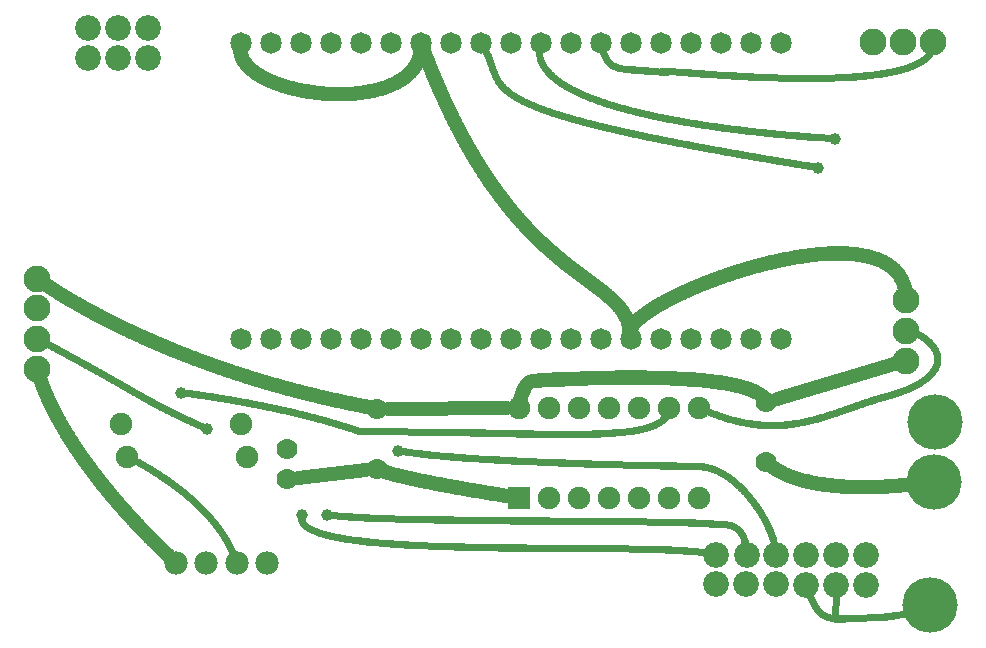
<source format=gbl>
G04 MADE WITH FRITZING*
G04 WWW.FRITZING.ORG*
G04 DOUBLE SIDED*
G04 HOLES PLATED*
G04 CONTOUR ON CENTER OF CONTOUR VECTOR*
%ASAXBY*%
%FSLAX23Y23*%
%MOIN*%
%OFA0B0*%
%SFA1.0B1.0*%
%ADD10C,0.078000*%
%ADD11C,0.039370*%
%ADD12C,0.070000*%
%ADD13C,0.086000*%
%ADD14C,0.071828*%
%ADD15C,0.075000*%
%ADD16C,0.185000*%
%ADD17C,0.089370*%
%ADD18R,0.075000X0.075000*%
%ADD19C,0.048000*%
%ADD20C,0.024000*%
%ADD21R,0.001000X0.001000*%
%LNCOPPER0*%
G90*
G70*
G54D10*
X947Y295D03*
X847Y295D03*
X746Y295D03*
X646Y295D03*
G54D11*
X747Y741D03*
X2842Y1709D03*
X2784Y1612D03*
X1066Y454D03*
X1149Y455D03*
X1384Y669D03*
X662Y863D03*
G54D12*
X1316Y609D03*
X1316Y809D03*
X2612Y631D03*
X2612Y831D03*
G54D13*
X451Y2079D03*
X2548Y322D03*
X451Y1979D03*
X2844Y323D03*
X2545Y224D03*
X553Y2079D03*
X2744Y223D03*
X2444Y322D03*
X352Y2079D03*
X2944Y223D03*
X2845Y223D03*
X2645Y322D03*
X553Y1979D03*
X2744Y323D03*
X2444Y224D03*
X352Y1979D03*
X2944Y323D03*
X2645Y224D03*
G54D14*
X861Y1042D03*
X962Y1042D03*
X1061Y1042D03*
X1161Y1042D03*
X1261Y1042D03*
X1361Y1042D03*
X1462Y1042D03*
X1561Y1042D03*
X1661Y1042D03*
X1761Y1042D03*
X1861Y1042D03*
X1961Y1042D03*
X2061Y1042D03*
X2161Y1042D03*
X2260Y1042D03*
X2361Y1042D03*
X2460Y1042D03*
X2560Y1042D03*
X2661Y1042D03*
X2661Y2028D03*
X2560Y2028D03*
X2460Y2028D03*
X2361Y2028D03*
X2260Y2028D03*
X2161Y2028D03*
X2061Y2028D03*
X1961Y2028D03*
X1861Y2028D03*
X1761Y2028D03*
X1661Y2028D03*
X1561Y2028D03*
X1462Y2028D03*
X1361Y2028D03*
X1261Y2028D03*
X1161Y2028D03*
X1061Y2028D03*
X962Y2028D03*
X861Y2028D03*
G54D15*
X460Y760D03*
X860Y760D03*
X482Y649D03*
X882Y649D03*
X1789Y511D03*
X1789Y811D03*
X1889Y511D03*
X1889Y811D03*
X1989Y511D03*
X1989Y811D03*
X2089Y511D03*
X2089Y811D03*
X2189Y511D03*
X2189Y811D03*
X2289Y511D03*
X2289Y811D03*
X2389Y511D03*
X2389Y811D03*
G54D16*
X3174Y765D03*
X3158Y156D03*
X3173Y566D03*
G54D17*
X181Y1144D03*
X181Y1243D03*
X2968Y2033D03*
X3079Y970D03*
X181Y942D03*
X3169Y2033D03*
X3079Y1172D03*
X181Y1043D03*
X3067Y2033D03*
X3079Y1070D03*
G54D12*
X1016Y576D03*
X1016Y676D03*
G54D18*
X1789Y511D03*
G54D19*
X2648Y842D02*
X3038Y958D01*
D02*
X1279Y605D02*
X1053Y580D01*
D02*
X1749Y811D02*
X1353Y809D01*
G54D20*
D02*
X2841Y110D02*
X2844Y194D01*
G54D21*
X855Y2052D02*
X867Y2052D01*
X1455Y2052D02*
X1467Y2052D01*
X852Y2051D02*
X870Y2051D01*
X1452Y2051D02*
X1470Y2051D01*
X850Y2050D02*
X872Y2050D01*
X1450Y2050D02*
X1472Y2050D01*
X848Y2049D02*
X873Y2049D01*
X1448Y2049D02*
X1473Y2049D01*
X847Y2048D02*
X875Y2048D01*
X1447Y2048D02*
X1475Y2048D01*
X846Y2047D02*
X876Y2047D01*
X1446Y2047D02*
X1476Y2047D01*
X845Y2046D02*
X877Y2046D01*
X1445Y2046D02*
X1477Y2046D01*
X844Y2045D02*
X878Y2045D01*
X1444Y2045D02*
X1478Y2045D01*
X3164Y2045D02*
X3172Y2045D01*
X843Y2044D02*
X879Y2044D01*
X1443Y2044D02*
X1479Y2044D01*
X3162Y2044D02*
X3174Y2044D01*
X842Y2043D02*
X880Y2043D01*
X1442Y2043D02*
X1480Y2043D01*
X3161Y2043D02*
X3175Y2043D01*
X841Y2042D02*
X880Y2042D01*
X1441Y2042D02*
X1481Y2042D01*
X3160Y2042D02*
X3176Y2042D01*
X841Y2041D02*
X881Y2041D01*
X1441Y2041D02*
X1481Y2041D01*
X3159Y2041D02*
X3177Y2041D01*
X840Y2040D02*
X882Y2040D01*
X1440Y2040D02*
X1482Y2040D01*
X1657Y2040D02*
X1665Y2040D01*
X1856Y2040D02*
X1864Y2040D01*
X2056Y2040D02*
X2064Y2040D01*
X3158Y2040D02*
X3178Y2040D01*
X840Y2039D02*
X882Y2039D01*
X1440Y2039D02*
X1482Y2039D01*
X1655Y2039D02*
X1667Y2039D01*
X1854Y2039D02*
X1866Y2039D01*
X2054Y2039D02*
X2066Y2039D01*
X3158Y2039D02*
X3178Y2039D01*
X839Y2038D02*
X882Y2038D01*
X1439Y2038D02*
X1483Y2038D01*
X1653Y2038D02*
X1668Y2038D01*
X1853Y2038D02*
X1868Y2038D01*
X2053Y2038D02*
X2067Y2038D01*
X3157Y2038D02*
X3179Y2038D01*
X839Y2037D02*
X883Y2037D01*
X1439Y2037D02*
X1483Y2037D01*
X1652Y2037D02*
X1669Y2037D01*
X1852Y2037D02*
X1869Y2037D01*
X2052Y2037D02*
X2068Y2037D01*
X3157Y2037D02*
X3179Y2037D01*
X838Y2036D02*
X883Y2036D01*
X1439Y2036D02*
X1483Y2036D01*
X1652Y2036D02*
X1670Y2036D01*
X1851Y2036D02*
X1869Y2036D01*
X2051Y2036D02*
X2069Y2036D01*
X3157Y2036D02*
X3179Y2036D01*
X838Y2035D02*
X883Y2035D01*
X1438Y2035D02*
X1484Y2035D01*
X1651Y2035D02*
X1671Y2035D01*
X1851Y2035D02*
X1870Y2035D01*
X2050Y2035D02*
X2070Y2035D01*
X3157Y2035D02*
X3180Y2035D01*
X838Y2034D02*
X884Y2034D01*
X1438Y2034D02*
X1484Y2034D01*
X1650Y2034D02*
X1671Y2034D01*
X1850Y2034D02*
X1871Y2034D01*
X2050Y2034D02*
X2070Y2034D01*
X3157Y2034D02*
X3180Y2034D01*
X838Y2033D02*
X884Y2033D01*
X1438Y2033D02*
X1485Y2033D01*
X1650Y2033D02*
X1672Y2033D01*
X1850Y2033D02*
X1871Y2033D01*
X2049Y2033D02*
X2071Y2033D01*
X3157Y2033D02*
X3180Y2033D01*
X837Y2032D02*
X884Y2032D01*
X1438Y2032D02*
X1485Y2032D01*
X1650Y2032D02*
X1673Y2032D01*
X1849Y2032D02*
X1871Y2032D01*
X2049Y2032D02*
X2071Y2032D01*
X3157Y2032D02*
X3180Y2032D01*
X837Y2031D02*
X884Y2031D01*
X1438Y2031D02*
X1485Y2031D01*
X1649Y2031D02*
X1673Y2031D01*
X1849Y2031D02*
X1872Y2031D01*
X2049Y2031D02*
X2071Y2031D01*
X3157Y2031D02*
X3180Y2031D01*
X837Y2030D02*
X884Y2030D01*
X1437Y2030D02*
X1486Y2030D01*
X1649Y2030D02*
X1674Y2030D01*
X1849Y2030D02*
X1872Y2030D01*
X2049Y2030D02*
X2072Y2030D01*
X3157Y2030D02*
X3180Y2030D01*
X837Y2029D02*
X884Y2029D01*
X1437Y2029D02*
X1486Y2029D01*
X1649Y2029D02*
X1675Y2029D01*
X1848Y2029D02*
X1872Y2029D01*
X2049Y2029D02*
X2072Y2029D01*
X3157Y2029D02*
X3180Y2029D01*
X837Y2028D02*
X884Y2028D01*
X1437Y2028D02*
X1486Y2028D01*
X1649Y2028D02*
X1675Y2028D01*
X1848Y2028D02*
X1872Y2028D01*
X2049Y2028D02*
X2072Y2028D01*
X3157Y2028D02*
X3180Y2028D01*
X836Y2027D02*
X884Y2027D01*
X1438Y2027D02*
X1487Y2027D01*
X1649Y2027D02*
X1676Y2027D01*
X1848Y2027D02*
X1872Y2027D01*
X2049Y2027D02*
X2072Y2027D01*
X3157Y2027D02*
X3180Y2027D01*
X836Y2026D02*
X884Y2026D01*
X1438Y2026D02*
X1487Y2026D01*
X1650Y2026D02*
X1677Y2026D01*
X1848Y2026D02*
X1871Y2026D01*
X2049Y2026D02*
X2073Y2026D01*
X3157Y2026D02*
X3180Y2026D01*
X836Y2025D02*
X884Y2025D01*
X1438Y2025D02*
X1488Y2025D01*
X1650Y2025D02*
X1677Y2025D01*
X1847Y2025D02*
X1871Y2025D01*
X2049Y2025D02*
X2073Y2025D01*
X3157Y2025D02*
X3180Y2025D01*
X836Y2024D02*
X884Y2024D01*
X1438Y2024D02*
X1488Y2024D01*
X1650Y2024D02*
X1678Y2024D01*
X1847Y2024D02*
X1871Y2024D01*
X2049Y2024D02*
X2073Y2024D01*
X3157Y2024D02*
X3180Y2024D01*
X836Y2023D02*
X884Y2023D01*
X1438Y2023D02*
X1488Y2023D01*
X1651Y2023D02*
X1678Y2023D01*
X1847Y2023D02*
X1871Y2023D01*
X2050Y2023D02*
X2074Y2023D01*
X3157Y2023D02*
X3180Y2023D01*
X836Y2022D02*
X883Y2022D01*
X1438Y2022D02*
X1489Y2022D01*
X1651Y2022D02*
X1679Y2022D01*
X1847Y2022D02*
X1870Y2022D01*
X2050Y2022D02*
X2074Y2022D01*
X3157Y2022D02*
X3180Y2022D01*
X836Y2021D02*
X883Y2021D01*
X1438Y2021D02*
X1489Y2021D01*
X1652Y2021D02*
X1680Y2021D01*
X1847Y2021D02*
X1870Y2021D01*
X2050Y2021D02*
X2074Y2021D01*
X3157Y2021D02*
X3180Y2021D01*
X835Y2020D02*
X883Y2020D01*
X1438Y2020D02*
X1489Y2020D01*
X1653Y2020D02*
X1680Y2020D01*
X1846Y2020D02*
X1870Y2020D01*
X2050Y2020D02*
X2074Y2020D01*
X3157Y2020D02*
X3180Y2020D01*
X835Y2019D02*
X883Y2019D01*
X1438Y2019D02*
X1490Y2019D01*
X1653Y2019D02*
X1681Y2019D01*
X1846Y2019D02*
X1870Y2019D01*
X2051Y2019D02*
X2075Y2019D01*
X3157Y2019D02*
X3180Y2019D01*
X835Y2018D02*
X882Y2018D01*
X1438Y2018D02*
X1490Y2018D01*
X1654Y2018D02*
X1682Y2018D01*
X1846Y2018D02*
X1869Y2018D01*
X2051Y2018D02*
X2075Y2018D01*
X3157Y2018D02*
X3180Y2018D01*
X835Y2017D02*
X882Y2017D01*
X1438Y2017D02*
X1491Y2017D01*
X1655Y2017D02*
X1682Y2017D01*
X1846Y2017D02*
X1869Y2017D01*
X2051Y2017D02*
X2075Y2017D01*
X3157Y2017D02*
X3179Y2017D01*
X835Y2016D02*
X882Y2016D01*
X1438Y2016D02*
X1491Y2016D01*
X1655Y2016D02*
X1683Y2016D01*
X1846Y2016D02*
X1869Y2016D01*
X2051Y2016D02*
X2075Y2016D01*
X3156Y2016D02*
X3179Y2016D01*
X835Y2015D02*
X882Y2015D01*
X1438Y2015D02*
X1491Y2015D01*
X1656Y2015D02*
X1683Y2015D01*
X1846Y2015D02*
X1869Y2015D01*
X2052Y2015D02*
X2076Y2015D01*
X3156Y2015D02*
X3179Y2015D01*
X835Y2014D02*
X882Y2014D01*
X1438Y2014D02*
X1492Y2014D01*
X1657Y2014D02*
X1684Y2014D01*
X1846Y2014D02*
X1869Y2014D01*
X2052Y2014D02*
X2076Y2014D01*
X3156Y2014D02*
X3179Y2014D01*
X835Y2013D02*
X882Y2013D01*
X1438Y2013D02*
X1492Y2013D01*
X1657Y2013D02*
X1684Y2013D01*
X1845Y2013D02*
X1869Y2013D01*
X2052Y2013D02*
X2076Y2013D01*
X3156Y2013D02*
X3179Y2013D01*
X835Y2012D02*
X882Y2012D01*
X1438Y2012D02*
X1492Y2012D01*
X1658Y2012D02*
X1685Y2012D01*
X1845Y2012D02*
X1868Y2012D01*
X2053Y2012D02*
X2077Y2012D01*
X3155Y2012D02*
X3179Y2012D01*
X835Y2011D02*
X882Y2011D01*
X1438Y2011D02*
X1493Y2011D01*
X1659Y2011D02*
X1685Y2011D01*
X1845Y2011D02*
X1868Y2011D01*
X2053Y2011D02*
X2077Y2011D01*
X3155Y2011D02*
X3178Y2011D01*
X835Y2010D02*
X882Y2010D01*
X1437Y2010D02*
X1493Y2010D01*
X1659Y2010D02*
X1686Y2010D01*
X1845Y2010D02*
X1868Y2010D01*
X2053Y2010D02*
X2077Y2010D01*
X3155Y2010D02*
X3178Y2010D01*
X835Y2009D02*
X882Y2009D01*
X1437Y2009D02*
X1494Y2009D01*
X1660Y2009D02*
X1687Y2009D01*
X1845Y2009D02*
X1868Y2009D01*
X2053Y2009D02*
X2077Y2009D01*
X3154Y2009D02*
X3178Y2009D01*
X835Y2008D02*
X882Y2008D01*
X1437Y2008D02*
X1494Y2008D01*
X1661Y2008D02*
X1687Y2008D01*
X1845Y2008D02*
X1868Y2008D01*
X2054Y2008D02*
X2078Y2008D01*
X3154Y2008D02*
X3178Y2008D01*
X835Y2007D02*
X882Y2007D01*
X1437Y2007D02*
X1494Y2007D01*
X1661Y2007D02*
X1688Y2007D01*
X1845Y2007D02*
X1868Y2007D01*
X2054Y2007D02*
X2078Y2007D01*
X3153Y2007D02*
X3178Y2007D01*
X835Y2006D02*
X882Y2006D01*
X1437Y2006D02*
X1495Y2006D01*
X1662Y2006D02*
X1688Y2006D01*
X1845Y2006D02*
X1868Y2006D01*
X2054Y2006D02*
X2078Y2006D01*
X3153Y2006D02*
X3177Y2006D01*
X835Y2005D02*
X882Y2005D01*
X1437Y2005D02*
X1495Y2005D01*
X1662Y2005D02*
X1689Y2005D01*
X1845Y2005D02*
X1868Y2005D01*
X2055Y2005D02*
X2079Y2005D01*
X3152Y2005D02*
X3177Y2005D01*
X835Y2004D02*
X882Y2004D01*
X1437Y2004D02*
X1495Y2004D01*
X1663Y2004D02*
X1689Y2004D01*
X1845Y2004D02*
X1868Y2004D01*
X2055Y2004D02*
X2079Y2004D01*
X3152Y2004D02*
X3177Y2004D01*
X835Y2003D02*
X882Y2003D01*
X1437Y2003D02*
X1496Y2003D01*
X1663Y2003D02*
X1690Y2003D01*
X1845Y2003D02*
X1868Y2003D01*
X2055Y2003D02*
X2079Y2003D01*
X3151Y2003D02*
X3176Y2003D01*
X835Y2002D02*
X882Y2002D01*
X1436Y2002D02*
X1496Y2002D01*
X1664Y2002D02*
X1690Y2002D01*
X1845Y2002D02*
X1868Y2002D01*
X2056Y2002D02*
X2080Y2002D01*
X3151Y2002D02*
X3176Y2002D01*
X835Y2001D02*
X883Y2001D01*
X1436Y2001D02*
X1497Y2001D01*
X1665Y2001D02*
X1691Y2001D01*
X1845Y2001D02*
X1868Y2001D01*
X2056Y2001D02*
X2080Y2001D01*
X3150Y2001D02*
X3176Y2001D01*
X835Y2000D02*
X883Y2000D01*
X1436Y2000D02*
X1497Y2000D01*
X1665Y2000D02*
X1691Y2000D01*
X1845Y2000D02*
X1868Y2000D01*
X2056Y2000D02*
X2080Y2000D01*
X3149Y2000D02*
X3175Y2000D01*
X835Y1999D02*
X883Y1999D01*
X1436Y1999D02*
X1497Y1999D01*
X1666Y1999D02*
X1691Y1999D01*
X1845Y1999D02*
X1868Y1999D01*
X2057Y1999D02*
X2081Y1999D01*
X3149Y1999D02*
X3175Y1999D01*
X836Y1998D02*
X883Y1998D01*
X1436Y1998D02*
X1498Y1998D01*
X1666Y1998D02*
X1692Y1998D01*
X1845Y1998D02*
X1868Y1998D01*
X2057Y1998D02*
X2081Y1998D01*
X3148Y1998D02*
X3174Y1998D01*
X836Y1997D02*
X883Y1997D01*
X1436Y1997D02*
X1498Y1997D01*
X1667Y1997D02*
X1692Y1997D01*
X1845Y1997D02*
X1868Y1997D01*
X2057Y1997D02*
X2082Y1997D01*
X3147Y1997D02*
X3174Y1997D01*
X836Y1996D02*
X884Y1996D01*
X1435Y1996D02*
X1498Y1996D01*
X1667Y1996D02*
X1693Y1996D01*
X1845Y1996D02*
X1868Y1996D01*
X2058Y1996D02*
X2082Y1996D01*
X3147Y1996D02*
X3174Y1996D01*
X836Y1995D02*
X884Y1995D01*
X1435Y1995D02*
X1499Y1995D01*
X1668Y1995D02*
X1693Y1995D01*
X1845Y1995D02*
X1868Y1995D01*
X2058Y1995D02*
X2082Y1995D01*
X3146Y1995D02*
X3173Y1995D01*
X836Y1994D02*
X884Y1994D01*
X1435Y1994D02*
X1499Y1994D01*
X1668Y1994D02*
X1694Y1994D01*
X1845Y1994D02*
X1868Y1994D01*
X2058Y1994D02*
X2083Y1994D01*
X3145Y1994D02*
X3173Y1994D01*
X836Y1993D02*
X885Y1993D01*
X1435Y1993D02*
X1500Y1993D01*
X1669Y1993D02*
X1694Y1993D01*
X1845Y1993D02*
X1868Y1993D01*
X2059Y1993D02*
X2083Y1993D01*
X3144Y1993D02*
X3172Y1993D01*
X836Y1992D02*
X885Y1992D01*
X1434Y1992D02*
X1500Y1992D01*
X1669Y1992D02*
X1695Y1992D01*
X1845Y1992D02*
X1868Y1992D01*
X2059Y1992D02*
X2084Y1992D01*
X3143Y1992D02*
X3172Y1992D01*
X837Y1991D02*
X885Y1991D01*
X1434Y1991D02*
X1500Y1991D01*
X1670Y1991D02*
X1695Y1991D01*
X1845Y1991D02*
X1868Y1991D01*
X2059Y1991D02*
X2084Y1991D01*
X3142Y1991D02*
X3171Y1991D01*
X837Y1990D02*
X886Y1990D01*
X1434Y1990D02*
X1501Y1990D01*
X1670Y1990D02*
X1696Y1990D01*
X1845Y1990D02*
X1868Y1990D01*
X2060Y1990D02*
X2085Y1990D01*
X3141Y1990D02*
X3170Y1990D01*
X837Y1989D02*
X886Y1989D01*
X1434Y1989D02*
X1501Y1989D01*
X1671Y1989D02*
X1696Y1989D01*
X1845Y1989D02*
X1868Y1989D01*
X2060Y1989D02*
X2085Y1989D01*
X3140Y1989D02*
X3170Y1989D01*
X837Y1988D02*
X887Y1988D01*
X1433Y1988D02*
X1502Y1988D01*
X1671Y1988D02*
X1696Y1988D01*
X1845Y1988D02*
X1869Y1988D01*
X2061Y1988D02*
X2086Y1988D01*
X3139Y1988D02*
X3169Y1988D01*
X837Y1987D02*
X887Y1987D01*
X1433Y1987D02*
X1502Y1987D01*
X1672Y1987D02*
X1697Y1987D01*
X1846Y1987D02*
X1869Y1987D01*
X2061Y1987D02*
X2086Y1987D01*
X3138Y1987D02*
X3169Y1987D01*
X838Y1986D02*
X888Y1986D01*
X1433Y1986D02*
X1502Y1986D01*
X1672Y1986D02*
X1697Y1986D01*
X1846Y1986D02*
X1869Y1986D01*
X2061Y1986D02*
X2087Y1986D01*
X3137Y1986D02*
X3168Y1986D01*
X838Y1985D02*
X888Y1985D01*
X1432Y1985D02*
X1503Y1985D01*
X1672Y1985D02*
X1698Y1985D01*
X1846Y1985D02*
X1869Y1985D01*
X2062Y1985D02*
X2087Y1985D01*
X3136Y1985D02*
X3167Y1985D01*
X838Y1984D02*
X889Y1984D01*
X1432Y1984D02*
X1503Y1984D01*
X1673Y1984D02*
X1698Y1984D01*
X1846Y1984D02*
X1869Y1984D01*
X2062Y1984D02*
X2088Y1984D01*
X3134Y1984D02*
X3166Y1984D01*
X839Y1983D02*
X889Y1983D01*
X1432Y1983D02*
X1503Y1983D01*
X1673Y1983D02*
X1698Y1983D01*
X1846Y1983D02*
X1870Y1983D01*
X2063Y1983D02*
X2088Y1983D01*
X3133Y1983D02*
X3166Y1983D01*
X839Y1982D02*
X890Y1982D01*
X1431Y1982D02*
X1504Y1982D01*
X1674Y1982D02*
X1699Y1982D01*
X1846Y1982D02*
X1870Y1982D01*
X2063Y1982D02*
X2089Y1982D01*
X3132Y1982D02*
X3165Y1982D01*
X839Y1981D02*
X891Y1981D01*
X1431Y1981D02*
X1504Y1981D01*
X1674Y1981D02*
X1699Y1981D01*
X1847Y1981D02*
X1870Y1981D01*
X2063Y1981D02*
X2089Y1981D01*
X3130Y1981D02*
X3164Y1981D01*
X839Y1980D02*
X891Y1980D01*
X1431Y1980D02*
X1505Y1980D01*
X1675Y1980D02*
X1700Y1980D01*
X1847Y1980D02*
X1870Y1980D01*
X2064Y1980D02*
X2090Y1980D01*
X3129Y1980D02*
X3163Y1980D01*
X840Y1979D02*
X892Y1979D01*
X1430Y1979D02*
X1505Y1979D01*
X1675Y1979D02*
X1700Y1979D01*
X1847Y1979D02*
X1871Y1979D01*
X2064Y1979D02*
X2091Y1979D01*
X3127Y1979D02*
X3162Y1979D01*
X840Y1978D02*
X893Y1978D01*
X1430Y1978D02*
X1505Y1978D01*
X1675Y1978D02*
X1700Y1978D01*
X1847Y1978D02*
X1871Y1978D01*
X2065Y1978D02*
X2091Y1978D01*
X3126Y1978D02*
X3162Y1978D01*
X841Y1977D02*
X893Y1977D01*
X1429Y1977D02*
X1506Y1977D01*
X1676Y1977D02*
X1701Y1977D01*
X1847Y1977D02*
X1871Y1977D01*
X2065Y1977D02*
X2092Y1977D01*
X3124Y1977D02*
X3161Y1977D01*
X841Y1976D02*
X894Y1976D01*
X1429Y1976D02*
X1506Y1976D01*
X1676Y1976D02*
X1701Y1976D01*
X1848Y1976D02*
X1872Y1976D01*
X2066Y1976D02*
X2093Y1976D01*
X3123Y1976D02*
X3160Y1976D01*
X841Y1975D02*
X895Y1975D01*
X1428Y1975D02*
X1507Y1975D01*
X1677Y1975D02*
X1702Y1975D01*
X1848Y1975D02*
X1872Y1975D01*
X2066Y1975D02*
X2093Y1975D01*
X3121Y1975D02*
X3159Y1975D01*
X842Y1974D02*
X896Y1974D01*
X1428Y1974D02*
X1507Y1974D01*
X1677Y1974D02*
X1702Y1974D01*
X1848Y1974D02*
X1872Y1974D01*
X2067Y1974D02*
X2094Y1974D01*
X3119Y1974D02*
X3158Y1974D01*
X842Y1973D02*
X896Y1973D01*
X1428Y1973D02*
X1507Y1973D01*
X1677Y1973D02*
X1702Y1973D01*
X1848Y1973D02*
X1873Y1973D01*
X2067Y1973D02*
X2095Y1973D01*
X3118Y1973D02*
X3157Y1973D01*
X842Y1972D02*
X897Y1972D01*
X1427Y1972D02*
X1508Y1972D01*
X1678Y1972D02*
X1703Y1972D01*
X1849Y1972D02*
X1873Y1972D01*
X2068Y1972D02*
X2096Y1972D01*
X3116Y1972D02*
X3156Y1972D01*
X843Y1971D02*
X898Y1971D01*
X1426Y1971D02*
X1508Y1971D01*
X1678Y1971D02*
X1703Y1971D01*
X1849Y1971D02*
X1873Y1971D01*
X2068Y1971D02*
X2097Y1971D01*
X3114Y1971D02*
X3155Y1971D01*
X843Y1970D02*
X899Y1970D01*
X1426Y1970D02*
X1509Y1970D01*
X1679Y1970D02*
X1703Y1970D01*
X1849Y1970D02*
X1874Y1970D01*
X2069Y1970D02*
X2098Y1970D01*
X3112Y1970D02*
X3154Y1970D01*
X844Y1969D02*
X900Y1969D01*
X1425Y1969D02*
X1509Y1969D01*
X1679Y1969D02*
X1704Y1969D01*
X1850Y1969D02*
X1874Y1969D01*
X2070Y1969D02*
X2099Y1969D01*
X3110Y1969D02*
X3153Y1969D01*
X844Y1968D02*
X901Y1968D01*
X1425Y1968D02*
X1509Y1968D01*
X1679Y1968D02*
X1704Y1968D01*
X1850Y1968D02*
X1875Y1968D01*
X2070Y1968D02*
X2100Y1968D01*
X3108Y1968D02*
X3152Y1968D01*
X845Y1967D02*
X901Y1967D01*
X1424Y1967D02*
X1510Y1967D01*
X1680Y1967D02*
X1704Y1967D01*
X1850Y1967D02*
X1875Y1967D01*
X2071Y1967D02*
X2101Y1967D01*
X3106Y1967D02*
X3150Y1967D01*
X845Y1966D02*
X902Y1966D01*
X1424Y1966D02*
X1510Y1966D01*
X1680Y1966D02*
X1705Y1966D01*
X1851Y1966D02*
X1876Y1966D01*
X2071Y1966D02*
X2102Y1966D01*
X3104Y1966D02*
X3149Y1966D01*
X846Y1965D02*
X903Y1965D01*
X1423Y1965D02*
X1510Y1965D01*
X1680Y1965D02*
X1705Y1965D01*
X1851Y1965D02*
X1876Y1965D01*
X2072Y1965D02*
X2104Y1965D01*
X3102Y1965D02*
X3148Y1965D01*
X846Y1964D02*
X904Y1964D01*
X1422Y1964D02*
X1511Y1964D01*
X1681Y1964D02*
X1705Y1964D01*
X1851Y1964D02*
X1876Y1964D01*
X2073Y1964D02*
X2105Y1964D01*
X3099Y1964D02*
X3147Y1964D01*
X847Y1963D02*
X905Y1963D01*
X1422Y1963D02*
X1511Y1963D01*
X1681Y1963D02*
X1706Y1963D01*
X1852Y1963D02*
X1877Y1963D01*
X2073Y1963D02*
X2107Y1963D01*
X3097Y1963D02*
X3145Y1963D01*
X847Y1962D02*
X906Y1962D01*
X1421Y1962D02*
X1512Y1962D01*
X1681Y1962D02*
X1706Y1962D01*
X1852Y1962D02*
X1878Y1962D01*
X2074Y1962D02*
X2108Y1962D01*
X3094Y1962D02*
X3144Y1962D01*
X848Y1961D02*
X908Y1961D01*
X1420Y1961D02*
X1512Y1961D01*
X1682Y1961D02*
X1706Y1961D01*
X1853Y1961D02*
X1878Y1961D01*
X2075Y1961D02*
X2110Y1961D01*
X3092Y1961D02*
X3143Y1961D01*
X848Y1960D02*
X909Y1960D01*
X1420Y1960D02*
X1512Y1960D01*
X1682Y1960D02*
X1707Y1960D01*
X1853Y1960D02*
X1879Y1960D01*
X2076Y1960D02*
X2113Y1960D01*
X3089Y1960D02*
X3141Y1960D01*
X849Y1959D02*
X910Y1959D01*
X1419Y1959D02*
X1513Y1959D01*
X1683Y1959D02*
X1707Y1959D01*
X1853Y1959D02*
X1879Y1959D01*
X2077Y1959D02*
X2115Y1959D01*
X3086Y1959D02*
X3140Y1959D01*
X849Y1958D02*
X911Y1958D01*
X1418Y1958D02*
X1513Y1958D01*
X1683Y1958D02*
X1707Y1958D01*
X1854Y1958D02*
X1880Y1958D01*
X2077Y1958D02*
X2118Y1958D01*
X3084Y1958D02*
X3138Y1958D01*
X850Y1957D02*
X912Y1957D01*
X1417Y1957D02*
X1514Y1957D01*
X1683Y1957D02*
X1708Y1957D01*
X1854Y1957D02*
X1880Y1957D01*
X2078Y1957D02*
X2121Y1957D01*
X3081Y1957D02*
X3137Y1957D01*
X851Y1956D02*
X913Y1956D01*
X1417Y1956D02*
X1514Y1956D01*
X1684Y1956D02*
X1708Y1956D01*
X1855Y1956D02*
X1881Y1956D01*
X2079Y1956D02*
X2125Y1956D01*
X3078Y1956D02*
X3135Y1956D01*
X851Y1955D02*
X914Y1955D01*
X1416Y1955D02*
X1514Y1955D01*
X1684Y1955D02*
X1708Y1955D01*
X1855Y1955D02*
X1882Y1955D01*
X2080Y1955D02*
X2130Y1955D01*
X3075Y1955D02*
X3133Y1955D01*
X852Y1954D02*
X916Y1954D01*
X1415Y1954D02*
X1515Y1954D01*
X1684Y1954D02*
X1709Y1954D01*
X1856Y1954D02*
X1882Y1954D01*
X2081Y1954D02*
X2135Y1954D01*
X3071Y1954D02*
X3132Y1954D01*
X853Y1953D02*
X917Y1953D01*
X1414Y1953D02*
X1515Y1953D01*
X1685Y1953D02*
X1709Y1953D01*
X1856Y1953D02*
X1883Y1953D01*
X2082Y1953D02*
X2142Y1953D01*
X3068Y1953D02*
X3130Y1953D01*
X853Y1952D02*
X918Y1952D01*
X1413Y1952D02*
X1516Y1952D01*
X1685Y1952D02*
X1709Y1952D01*
X1857Y1952D02*
X1884Y1952D01*
X2083Y1952D02*
X2151Y1952D01*
X3065Y1952D02*
X3128Y1952D01*
X854Y1951D02*
X920Y1951D01*
X1413Y1951D02*
X1516Y1951D01*
X1685Y1951D02*
X1710Y1951D01*
X1857Y1951D02*
X1884Y1951D01*
X2084Y1951D02*
X2162Y1951D01*
X3061Y1951D02*
X3127Y1951D01*
X855Y1950D02*
X921Y1950D01*
X1412Y1950D02*
X1517Y1950D01*
X1686Y1950D02*
X1710Y1950D01*
X1858Y1950D02*
X1885Y1950D01*
X2085Y1950D02*
X2176Y1950D01*
X3057Y1950D02*
X3125Y1950D01*
X855Y1949D02*
X923Y1949D01*
X1411Y1949D02*
X1517Y1949D01*
X1686Y1949D02*
X1711Y1949D01*
X1858Y1949D02*
X1886Y1949D01*
X2086Y1949D02*
X2191Y1949D01*
X3054Y1949D02*
X3123Y1949D01*
X856Y1948D02*
X924Y1948D01*
X1410Y1948D02*
X1517Y1948D01*
X1686Y1948D02*
X1711Y1948D01*
X1859Y1948D02*
X1887Y1948D01*
X2088Y1948D02*
X2206Y1948D01*
X3050Y1948D02*
X3121Y1948D01*
X857Y1947D02*
X925Y1947D01*
X1409Y1947D02*
X1518Y1947D01*
X1687Y1947D02*
X1711Y1947D01*
X1860Y1947D02*
X1887Y1947D01*
X2089Y1947D02*
X2220Y1947D01*
X3046Y1947D02*
X3119Y1947D01*
X858Y1946D02*
X927Y1946D01*
X1408Y1946D02*
X1518Y1946D01*
X1687Y1946D02*
X1712Y1946D01*
X1860Y1946D02*
X1888Y1946D01*
X2090Y1946D02*
X2233Y1946D01*
X2262Y1946D02*
X2282Y1946D01*
X3041Y1946D02*
X3117Y1946D01*
X858Y1945D02*
X928Y1945D01*
X1407Y1945D02*
X1466Y1945D01*
X1468Y1945D02*
X1519Y1945D01*
X1687Y1945D02*
X1712Y1945D01*
X1861Y1945D02*
X1889Y1945D01*
X2092Y1945D02*
X2245Y1945D01*
X2259Y1945D02*
X2298Y1945D01*
X3037Y1945D02*
X3115Y1945D01*
X859Y1944D02*
X930Y1944D01*
X1406Y1944D02*
X1465Y1944D01*
X1468Y1944D02*
X1519Y1944D01*
X1688Y1944D02*
X1712Y1944D01*
X1861Y1944D02*
X1890Y1944D01*
X2093Y1944D02*
X2255Y1944D01*
X2257Y1944D02*
X2312Y1944D01*
X3032Y1944D02*
X3112Y1944D01*
X860Y1943D02*
X932Y1943D01*
X1405Y1943D02*
X1465Y1943D01*
X1469Y1943D02*
X1519Y1943D01*
X1688Y1943D02*
X1713Y1943D01*
X1862Y1943D02*
X1890Y1943D01*
X2095Y1943D02*
X2325Y1943D01*
X3027Y1943D02*
X3110Y1943D01*
X861Y1942D02*
X933Y1942D01*
X1404Y1942D02*
X1464Y1942D01*
X1469Y1942D02*
X1520Y1942D01*
X1688Y1942D02*
X1713Y1942D01*
X1863Y1942D02*
X1891Y1942D01*
X2097Y1942D02*
X2338Y1942D01*
X3022Y1942D02*
X3108Y1942D01*
X862Y1941D02*
X935Y1941D01*
X1403Y1941D02*
X1464Y1941D01*
X1469Y1941D02*
X1520Y1941D01*
X1689Y1941D02*
X1713Y1941D01*
X1863Y1941D02*
X1892Y1941D01*
X2098Y1941D02*
X2352Y1941D01*
X3017Y1941D02*
X3105Y1941D01*
X863Y1940D02*
X937Y1940D01*
X1402Y1940D02*
X1463Y1940D01*
X1470Y1940D02*
X1521Y1940D01*
X1689Y1940D02*
X1714Y1940D01*
X1864Y1940D02*
X1893Y1940D01*
X2100Y1940D02*
X2365Y1940D01*
X3012Y1940D02*
X3103Y1940D01*
X863Y1939D02*
X938Y1939D01*
X1401Y1939D02*
X1462Y1939D01*
X1470Y1939D02*
X1521Y1939D01*
X1689Y1939D02*
X1714Y1939D01*
X1865Y1939D02*
X1894Y1939D01*
X2102Y1939D02*
X2379Y1939D01*
X3006Y1939D02*
X3100Y1939D01*
X864Y1938D02*
X940Y1938D01*
X1399Y1938D02*
X1462Y1938D01*
X1471Y1938D02*
X1521Y1938D01*
X1690Y1938D02*
X1714Y1938D01*
X1865Y1938D02*
X1895Y1938D01*
X2105Y1938D02*
X2392Y1938D01*
X3000Y1938D02*
X3098Y1938D01*
X865Y1937D02*
X942Y1937D01*
X1398Y1937D02*
X1461Y1937D01*
X1471Y1937D02*
X1522Y1937D01*
X1690Y1937D02*
X1715Y1937D01*
X1866Y1937D02*
X1896Y1937D01*
X2107Y1937D02*
X2406Y1937D01*
X2993Y1937D02*
X3095Y1937D01*
X866Y1936D02*
X944Y1936D01*
X1397Y1936D02*
X1460Y1936D01*
X1471Y1936D02*
X1522Y1936D01*
X1691Y1936D02*
X1715Y1936D01*
X1867Y1936D02*
X1897Y1936D01*
X2109Y1936D02*
X2420Y1936D01*
X2987Y1936D02*
X3092Y1936D01*
X867Y1935D02*
X945Y1935D01*
X1396Y1935D02*
X1460Y1935D01*
X1472Y1935D02*
X1523Y1935D01*
X1691Y1935D02*
X1716Y1935D01*
X1867Y1935D02*
X1898Y1935D01*
X2113Y1935D02*
X2434Y1935D01*
X2980Y1935D02*
X3089Y1935D01*
X868Y1934D02*
X947Y1934D01*
X1395Y1934D02*
X1459Y1934D01*
X1472Y1934D02*
X1523Y1934D01*
X1691Y1934D02*
X1716Y1934D01*
X1868Y1934D02*
X1899Y1934D01*
X2116Y1934D02*
X2449Y1934D01*
X2972Y1934D02*
X3087Y1934D01*
X869Y1933D02*
X949Y1933D01*
X1393Y1933D02*
X1458Y1933D01*
X1473Y1933D02*
X1523Y1933D01*
X1692Y1933D02*
X1716Y1933D01*
X1869Y1933D02*
X1900Y1933D01*
X2119Y1933D02*
X2464Y1933D01*
X2964Y1933D02*
X3083Y1933D01*
X870Y1932D02*
X951Y1932D01*
X1392Y1932D02*
X1458Y1932D01*
X1473Y1932D02*
X1524Y1932D01*
X1692Y1932D02*
X1717Y1932D01*
X1870Y1932D02*
X1901Y1932D01*
X2124Y1932D02*
X2480Y1932D01*
X2956Y1932D02*
X3080Y1932D01*
X871Y1931D02*
X953Y1931D01*
X1390Y1931D02*
X1457Y1931D01*
X1473Y1931D02*
X1524Y1931D01*
X1692Y1931D02*
X1717Y1931D01*
X1870Y1931D02*
X1902Y1931D01*
X2129Y1931D02*
X2496Y1931D01*
X2946Y1931D02*
X3077Y1931D01*
X872Y1930D02*
X955Y1930D01*
X1389Y1930D02*
X1456Y1930D01*
X1474Y1930D02*
X1525Y1930D01*
X1693Y1930D02*
X1718Y1930D01*
X1871Y1930D02*
X1903Y1930D01*
X2135Y1930D02*
X2513Y1930D01*
X2936Y1930D02*
X3074Y1930D01*
X873Y1929D02*
X957Y1929D01*
X1388Y1929D02*
X1455Y1929D01*
X1474Y1929D02*
X1525Y1929D01*
X1693Y1929D02*
X1718Y1929D01*
X1872Y1929D02*
X1904Y1929D01*
X2142Y1929D02*
X2531Y1929D01*
X2925Y1929D02*
X3070Y1929D01*
X874Y1928D02*
X959Y1928D01*
X1386Y1928D02*
X1455Y1928D01*
X1475Y1928D02*
X1525Y1928D01*
X1694Y1928D02*
X1718Y1928D01*
X1873Y1928D02*
X1905Y1928D01*
X2151Y1928D02*
X2551Y1928D01*
X2913Y1928D02*
X3067Y1928D01*
X875Y1927D02*
X961Y1927D01*
X1385Y1927D02*
X1454Y1927D01*
X1475Y1927D02*
X1526Y1927D01*
X1694Y1927D02*
X1719Y1927D01*
X1874Y1927D02*
X1906Y1927D01*
X2162Y1927D02*
X2571Y1927D01*
X2900Y1927D02*
X3063Y1927D01*
X876Y1926D02*
X964Y1926D01*
X1383Y1926D02*
X1453Y1926D01*
X1476Y1926D02*
X1526Y1926D01*
X1694Y1926D02*
X1719Y1926D01*
X1874Y1926D02*
X1907Y1926D01*
X2175Y1926D02*
X2594Y1926D01*
X2884Y1926D02*
X3059Y1926D01*
X877Y1925D02*
X966Y1925D01*
X1381Y1925D02*
X1452Y1925D01*
X1476Y1925D02*
X1527Y1925D01*
X1695Y1925D02*
X1720Y1925D01*
X1875Y1925D02*
X1908Y1925D01*
X2190Y1925D02*
X2620Y1925D01*
X2866Y1925D02*
X3056Y1925D01*
X878Y1924D02*
X968Y1924D01*
X1380Y1924D02*
X1451Y1924D01*
X1476Y1924D02*
X1527Y1924D01*
X1695Y1924D02*
X1720Y1924D01*
X1876Y1924D02*
X1909Y1924D01*
X2205Y1924D02*
X2651Y1924D01*
X2843Y1924D02*
X3051Y1924D01*
X880Y1923D02*
X970Y1923D01*
X1378Y1923D02*
X1451Y1923D01*
X1477Y1923D02*
X1528Y1923D01*
X1695Y1923D02*
X1721Y1923D01*
X1877Y1923D02*
X1910Y1923D01*
X2220Y1923D02*
X2694Y1923D01*
X2808Y1923D02*
X3047Y1923D01*
X881Y1922D02*
X973Y1922D01*
X1376Y1922D02*
X1450Y1922D01*
X1477Y1922D02*
X1528Y1922D01*
X1696Y1922D02*
X1721Y1922D01*
X1878Y1922D02*
X1911Y1922D01*
X2233Y1922D02*
X3043Y1922D01*
X882Y1921D02*
X975Y1921D01*
X1375Y1921D02*
X1449Y1921D01*
X1478Y1921D02*
X1528Y1921D01*
X1696Y1921D02*
X1721Y1921D01*
X1879Y1921D02*
X1913Y1921D01*
X2244Y1921D02*
X2287Y1921D01*
X2298Y1921D02*
X3038Y1921D01*
X883Y1920D02*
X977Y1920D01*
X1373Y1920D02*
X1448Y1920D01*
X1478Y1920D02*
X1529Y1920D01*
X1697Y1920D02*
X1722Y1920D01*
X1880Y1920D02*
X1914Y1920D01*
X2255Y1920D02*
X2286Y1920D01*
X2312Y1920D02*
X3034Y1920D01*
X884Y1919D02*
X980Y1919D01*
X1371Y1919D02*
X1447Y1919D01*
X1478Y1919D02*
X1529Y1919D01*
X1697Y1919D02*
X1723Y1919D01*
X1881Y1919D02*
X1915Y1919D01*
X2265Y1919D02*
X2285Y1919D01*
X2325Y1919D02*
X3029Y1919D01*
X885Y1918D02*
X982Y1918D01*
X1369Y1918D02*
X1446Y1918D01*
X1479Y1918D02*
X1530Y1918D01*
X1698Y1918D02*
X1723Y1918D01*
X1882Y1918D02*
X1916Y1918D01*
X2274Y1918D02*
X2282Y1918D01*
X2338Y1918D02*
X3024Y1918D01*
X887Y1917D02*
X985Y1917D01*
X1367Y1917D02*
X1445Y1917D01*
X1479Y1917D02*
X1530Y1917D01*
X1698Y1917D02*
X1724Y1917D01*
X1883Y1917D02*
X1917Y1917D01*
X2352Y1917D02*
X3018Y1917D01*
X888Y1916D02*
X988Y1916D01*
X1365Y1916D02*
X1444Y1916D01*
X1480Y1916D02*
X1531Y1916D01*
X1698Y1916D02*
X1724Y1916D01*
X1884Y1916D02*
X1919Y1916D01*
X2365Y1916D02*
X3013Y1916D01*
X889Y1915D02*
X990Y1915D01*
X1363Y1915D02*
X1443Y1915D01*
X1480Y1915D02*
X1531Y1915D01*
X1699Y1915D02*
X1725Y1915D01*
X1885Y1915D02*
X1920Y1915D01*
X2379Y1915D02*
X3007Y1915D01*
X891Y1914D02*
X993Y1914D01*
X1361Y1914D02*
X1443Y1914D01*
X1480Y1914D02*
X1531Y1914D01*
X1699Y1914D02*
X1725Y1914D01*
X1886Y1914D02*
X1921Y1914D01*
X2392Y1914D02*
X3001Y1914D01*
X892Y1913D02*
X996Y1913D01*
X1359Y1913D02*
X1442Y1913D01*
X1481Y1913D02*
X1532Y1913D01*
X1700Y1913D02*
X1726Y1913D01*
X1887Y1913D02*
X1923Y1913D01*
X2406Y1913D02*
X2994Y1913D01*
X893Y1912D02*
X999Y1912D01*
X1357Y1912D02*
X1441Y1912D01*
X1481Y1912D02*
X1532Y1912D01*
X1700Y1912D02*
X1726Y1912D01*
X1888Y1912D02*
X1924Y1912D01*
X2420Y1912D02*
X2987Y1912D01*
X895Y1911D02*
X1002Y1911D01*
X1354Y1911D02*
X1440Y1911D01*
X1482Y1911D02*
X1533Y1911D01*
X1701Y1911D02*
X1727Y1911D01*
X1889Y1911D02*
X1925Y1911D01*
X2434Y1911D02*
X2980Y1911D01*
X896Y1910D02*
X1005Y1910D01*
X1352Y1910D02*
X1438Y1910D01*
X1482Y1910D02*
X1533Y1910D01*
X1701Y1910D02*
X1727Y1910D01*
X1890Y1910D02*
X1927Y1910D01*
X2449Y1910D02*
X2972Y1910D01*
X898Y1909D02*
X1008Y1909D01*
X1350Y1909D02*
X1437Y1909D01*
X1482Y1909D02*
X1534Y1909D01*
X1702Y1909D02*
X1728Y1909D01*
X1891Y1909D02*
X1928Y1909D01*
X2464Y1909D02*
X2965Y1909D01*
X899Y1908D02*
X1011Y1908D01*
X1347Y1908D02*
X1436Y1908D01*
X1483Y1908D02*
X1534Y1908D01*
X1702Y1908D02*
X1729Y1908D01*
X1892Y1908D02*
X1929Y1908D01*
X2480Y1908D02*
X2956Y1908D01*
X900Y1907D02*
X1014Y1907D01*
X1345Y1907D02*
X1435Y1907D01*
X1483Y1907D02*
X1534Y1907D01*
X1703Y1907D02*
X1729Y1907D01*
X1893Y1907D02*
X1931Y1907D01*
X2496Y1907D02*
X2946Y1907D01*
X902Y1906D02*
X1018Y1906D01*
X1342Y1906D02*
X1434Y1906D01*
X1484Y1906D02*
X1535Y1906D01*
X1703Y1906D02*
X1730Y1906D01*
X1894Y1906D02*
X1932Y1906D01*
X2514Y1906D02*
X2936Y1906D01*
X903Y1905D02*
X1021Y1905D01*
X1339Y1905D02*
X1433Y1905D01*
X1484Y1905D02*
X1535Y1905D01*
X1704Y1905D02*
X1731Y1905D01*
X1896Y1905D02*
X1934Y1905D01*
X2532Y1905D02*
X2925Y1905D01*
X905Y1904D02*
X1024Y1904D01*
X1337Y1904D02*
X1432Y1904D01*
X1485Y1904D02*
X1536Y1904D01*
X1704Y1904D02*
X1731Y1904D01*
X1897Y1904D02*
X1935Y1904D01*
X2551Y1904D02*
X2913Y1904D01*
X906Y1903D02*
X1028Y1903D01*
X1334Y1903D02*
X1431Y1903D01*
X1485Y1903D02*
X1536Y1903D01*
X1705Y1903D02*
X1732Y1903D01*
X1898Y1903D02*
X1937Y1903D01*
X2572Y1903D02*
X2900Y1903D01*
X908Y1902D02*
X1032Y1902D01*
X1331Y1902D02*
X1430Y1902D01*
X1485Y1902D02*
X1536Y1902D01*
X1705Y1902D02*
X1733Y1902D01*
X1899Y1902D02*
X1938Y1902D01*
X2594Y1902D02*
X2884Y1902D01*
X910Y1901D02*
X1036Y1901D01*
X1328Y1901D02*
X1428Y1901D01*
X1486Y1901D02*
X1537Y1901D01*
X1706Y1901D02*
X1733Y1901D01*
X1900Y1901D02*
X1940Y1901D01*
X2620Y1901D02*
X2865Y1901D01*
X911Y1900D02*
X1040Y1900D01*
X1325Y1900D02*
X1427Y1900D01*
X1486Y1900D02*
X1537Y1900D01*
X1707Y1900D02*
X1734Y1900D01*
X1901Y1900D02*
X1941Y1900D01*
X2652Y1900D02*
X2841Y1900D01*
X913Y1899D02*
X1044Y1899D01*
X1321Y1899D02*
X1426Y1899D01*
X1487Y1899D02*
X1538Y1899D01*
X1707Y1899D02*
X1735Y1899D01*
X1903Y1899D02*
X1943Y1899D01*
X2695Y1899D02*
X2806Y1899D01*
X914Y1898D02*
X1048Y1898D01*
X1318Y1898D02*
X1425Y1898D01*
X1487Y1898D02*
X1538Y1898D01*
X1708Y1898D02*
X1736Y1898D01*
X1904Y1898D02*
X1945Y1898D01*
X916Y1897D02*
X1052Y1897D01*
X1314Y1897D02*
X1423Y1897D01*
X1487Y1897D02*
X1539Y1897D01*
X1708Y1897D02*
X1737Y1897D01*
X1905Y1897D02*
X1946Y1897D01*
X918Y1896D02*
X1057Y1896D01*
X1310Y1896D02*
X1422Y1896D01*
X1488Y1896D02*
X1539Y1896D01*
X1709Y1896D02*
X1737Y1896D01*
X1907Y1896D02*
X1948Y1896D01*
X920Y1895D02*
X1062Y1895D01*
X1306Y1895D02*
X1421Y1895D01*
X1488Y1895D02*
X1539Y1895D01*
X1710Y1895D02*
X1738Y1895D01*
X1908Y1895D02*
X1950Y1895D01*
X922Y1894D02*
X1067Y1894D01*
X1302Y1894D02*
X1420Y1894D01*
X1489Y1894D02*
X1540Y1894D01*
X1710Y1894D02*
X1739Y1894D01*
X1909Y1894D02*
X1951Y1894D01*
X923Y1893D02*
X1072Y1893D01*
X1298Y1893D02*
X1418Y1893D01*
X1489Y1893D02*
X1540Y1893D01*
X1711Y1893D02*
X1740Y1893D01*
X1911Y1893D02*
X1953Y1893D01*
X925Y1892D02*
X1078Y1892D01*
X1293Y1892D02*
X1417Y1892D01*
X1490Y1892D02*
X1541Y1892D01*
X1712Y1892D02*
X1741Y1892D01*
X1912Y1892D02*
X1955Y1892D01*
X927Y1891D02*
X1083Y1891D01*
X1289Y1891D02*
X1415Y1891D01*
X1490Y1891D02*
X1541Y1891D01*
X1712Y1891D02*
X1742Y1891D01*
X1913Y1891D02*
X1957Y1891D01*
X929Y1890D02*
X1090Y1890D01*
X1283Y1890D02*
X1414Y1890D01*
X1490Y1890D02*
X1542Y1890D01*
X1713Y1890D02*
X1743Y1890D01*
X1915Y1890D02*
X1958Y1890D01*
X931Y1889D02*
X1096Y1889D01*
X1277Y1889D02*
X1413Y1889D01*
X1491Y1889D02*
X1542Y1889D01*
X1714Y1889D02*
X1744Y1889D01*
X1916Y1889D02*
X1960Y1889D01*
X933Y1888D02*
X1103Y1888D01*
X1271Y1888D02*
X1411Y1888D01*
X1491Y1888D02*
X1542Y1888D01*
X1714Y1888D02*
X1744Y1888D01*
X1917Y1888D02*
X1962Y1888D01*
X935Y1887D02*
X1111Y1887D01*
X1264Y1887D02*
X1410Y1887D01*
X1492Y1887D02*
X1543Y1887D01*
X1715Y1887D02*
X1745Y1887D01*
X1919Y1887D02*
X1964Y1887D01*
X937Y1886D02*
X1120Y1886D01*
X1257Y1886D02*
X1408Y1886D01*
X1492Y1886D02*
X1543Y1886D01*
X1716Y1886D02*
X1746Y1886D01*
X1920Y1886D02*
X1966Y1886D01*
X939Y1885D02*
X1130Y1885D01*
X1248Y1885D02*
X1406Y1885D01*
X1493Y1885D02*
X1544Y1885D01*
X1716Y1885D02*
X1747Y1885D01*
X1922Y1885D02*
X1967Y1885D01*
X941Y1884D02*
X1142Y1884D01*
X1237Y1884D02*
X1405Y1884D01*
X1493Y1884D02*
X1544Y1884D01*
X1717Y1884D02*
X1748Y1884D01*
X1923Y1884D02*
X1969Y1884D01*
X943Y1883D02*
X1158Y1883D01*
X1223Y1883D02*
X1403Y1883D01*
X1493Y1883D02*
X1545Y1883D01*
X1718Y1883D02*
X1750Y1883D01*
X1925Y1883D02*
X1971Y1883D01*
X946Y1882D02*
X1402Y1882D01*
X1494Y1882D02*
X1545Y1882D01*
X1719Y1882D02*
X1751Y1882D01*
X1926Y1882D02*
X1973Y1882D01*
X948Y1881D02*
X1400Y1881D01*
X1494Y1881D02*
X1546Y1881D01*
X1720Y1881D02*
X1752Y1881D01*
X1928Y1881D02*
X1975Y1881D01*
X950Y1880D02*
X1398Y1880D01*
X1495Y1880D02*
X1546Y1880D01*
X1720Y1880D02*
X1753Y1880D01*
X1929Y1880D02*
X1977Y1880D01*
X952Y1879D02*
X1396Y1879D01*
X1495Y1879D02*
X1546Y1879D01*
X1721Y1879D02*
X1754Y1879D01*
X1931Y1879D02*
X1979Y1879D01*
X955Y1878D02*
X1395Y1878D01*
X1496Y1878D02*
X1547Y1878D01*
X1722Y1878D02*
X1755Y1878D01*
X1933Y1878D02*
X1981Y1878D01*
X957Y1877D02*
X1393Y1877D01*
X1496Y1877D02*
X1547Y1877D01*
X1723Y1877D02*
X1756Y1877D01*
X1934Y1877D02*
X1983Y1877D01*
X959Y1876D02*
X1391Y1876D01*
X1496Y1876D02*
X1548Y1876D01*
X1724Y1876D02*
X1757Y1876D01*
X1936Y1876D02*
X1985Y1876D01*
X962Y1875D02*
X1389Y1875D01*
X1497Y1875D02*
X1548Y1875D01*
X1725Y1875D02*
X1759Y1875D01*
X1938Y1875D02*
X1987Y1875D01*
X965Y1874D02*
X1387Y1874D01*
X1497Y1874D02*
X1549Y1874D01*
X1726Y1874D02*
X1760Y1874D01*
X1939Y1874D02*
X1990Y1874D01*
X967Y1873D02*
X1385Y1873D01*
X1498Y1873D02*
X1549Y1873D01*
X1727Y1873D02*
X1761Y1873D01*
X1941Y1873D02*
X1992Y1873D01*
X970Y1872D02*
X1383Y1872D01*
X1498Y1872D02*
X1550Y1872D01*
X1728Y1872D02*
X1763Y1872D01*
X1943Y1872D02*
X1994Y1872D01*
X972Y1871D02*
X1381Y1871D01*
X1499Y1871D02*
X1550Y1871D01*
X1729Y1871D02*
X1764Y1871D01*
X1944Y1871D02*
X1996Y1871D01*
X975Y1870D02*
X1379Y1870D01*
X1499Y1870D02*
X1550Y1870D01*
X1729Y1870D02*
X1765Y1870D01*
X1946Y1870D02*
X1998Y1870D01*
X978Y1869D02*
X1377Y1869D01*
X1499Y1869D02*
X1551Y1869D01*
X1730Y1869D02*
X1767Y1869D01*
X1948Y1869D02*
X2000Y1869D01*
X981Y1868D02*
X1375Y1868D01*
X1500Y1868D02*
X1551Y1868D01*
X1732Y1868D02*
X1768Y1868D01*
X1950Y1868D02*
X2003Y1868D01*
X984Y1867D02*
X1372Y1867D01*
X1500Y1867D02*
X1552Y1867D01*
X1733Y1867D02*
X1769Y1867D01*
X1952Y1867D02*
X2005Y1867D01*
X987Y1866D02*
X1370Y1866D01*
X1501Y1866D02*
X1552Y1866D01*
X1734Y1866D02*
X1771Y1866D01*
X1953Y1866D02*
X2007Y1866D01*
X990Y1865D02*
X1368Y1865D01*
X1501Y1865D02*
X1553Y1865D01*
X1735Y1865D02*
X1772Y1865D01*
X1955Y1865D02*
X2010Y1865D01*
X993Y1864D02*
X1365Y1864D01*
X1502Y1864D02*
X1553Y1864D01*
X1736Y1864D02*
X1774Y1864D01*
X1957Y1864D02*
X2012Y1864D01*
X996Y1863D02*
X1363Y1863D01*
X1502Y1863D02*
X1554Y1863D01*
X1737Y1863D02*
X1775Y1863D01*
X1959Y1863D02*
X2014Y1863D01*
X999Y1862D02*
X1360Y1862D01*
X1503Y1862D02*
X1554Y1862D01*
X1738Y1862D02*
X1777Y1862D01*
X1961Y1862D02*
X2017Y1862D01*
X1002Y1861D02*
X1357Y1861D01*
X1503Y1861D02*
X1554Y1861D01*
X1739Y1861D02*
X1778Y1861D01*
X1963Y1861D02*
X2019Y1861D01*
X1006Y1860D02*
X1355Y1860D01*
X1503Y1860D02*
X1555Y1860D01*
X1740Y1860D02*
X1780Y1860D01*
X1965Y1860D02*
X2022Y1860D01*
X1009Y1859D02*
X1352Y1859D01*
X1504Y1859D02*
X1555Y1859D01*
X1742Y1859D02*
X1782Y1859D01*
X1967Y1859D02*
X2024Y1859D01*
X1013Y1858D02*
X1349Y1858D01*
X1504Y1858D02*
X1556Y1858D01*
X1743Y1858D02*
X1783Y1858D01*
X1969Y1858D02*
X2027Y1858D01*
X1016Y1857D02*
X1346Y1857D01*
X1505Y1857D02*
X1556Y1857D01*
X1744Y1857D02*
X1785Y1857D01*
X1971Y1857D02*
X2029Y1857D01*
X1020Y1856D02*
X1343Y1856D01*
X1505Y1856D02*
X1557Y1856D01*
X1745Y1856D02*
X1787Y1856D01*
X1973Y1856D02*
X2032Y1856D01*
X1024Y1855D02*
X1340Y1855D01*
X1506Y1855D02*
X1557Y1855D01*
X1746Y1855D02*
X1788Y1855D01*
X1975Y1855D02*
X2034Y1855D01*
X1028Y1854D02*
X1337Y1854D01*
X1506Y1854D02*
X1558Y1854D01*
X1748Y1854D02*
X1790Y1854D01*
X1977Y1854D02*
X2037Y1854D01*
X1032Y1853D02*
X1333Y1853D01*
X1507Y1853D02*
X1558Y1853D01*
X1749Y1853D02*
X1792Y1853D01*
X1979Y1853D02*
X2039Y1853D01*
X1036Y1852D02*
X1330Y1852D01*
X1507Y1852D02*
X1558Y1852D01*
X1750Y1852D02*
X1794Y1852D01*
X1981Y1852D02*
X2042Y1852D01*
X1040Y1851D02*
X1326Y1851D01*
X1507Y1851D02*
X1559Y1851D01*
X1752Y1851D02*
X1796Y1851D01*
X1983Y1851D02*
X2045Y1851D01*
X1045Y1850D02*
X1322Y1850D01*
X1508Y1850D02*
X1559Y1850D01*
X1753Y1850D02*
X1797Y1850D01*
X1985Y1850D02*
X2048Y1850D01*
X1050Y1849D02*
X1318Y1849D01*
X1508Y1849D02*
X1560Y1849D01*
X1754Y1849D02*
X1799Y1849D01*
X1988Y1849D02*
X2050Y1849D01*
X1054Y1848D02*
X1314Y1848D01*
X1509Y1848D02*
X1560Y1848D01*
X1756Y1848D02*
X1801Y1848D01*
X1990Y1848D02*
X2053Y1848D01*
X1059Y1847D02*
X1310Y1847D01*
X1509Y1847D02*
X1561Y1847D01*
X1757Y1847D02*
X1803Y1847D01*
X1992Y1847D02*
X2056Y1847D01*
X1065Y1846D02*
X1305Y1846D01*
X1510Y1846D02*
X1561Y1846D01*
X1759Y1846D02*
X1805Y1846D01*
X1994Y1846D02*
X2059Y1846D01*
X1070Y1845D02*
X1300Y1845D01*
X1510Y1845D02*
X1562Y1845D01*
X1760Y1845D02*
X1807Y1845D01*
X1996Y1845D02*
X2062Y1845D01*
X1076Y1844D02*
X1295Y1844D01*
X1511Y1844D02*
X1562Y1844D01*
X1762Y1844D02*
X1809Y1844D01*
X1999Y1844D02*
X2064Y1844D01*
X1082Y1843D02*
X1290Y1843D01*
X1511Y1843D02*
X1563Y1843D01*
X1763Y1843D02*
X1811Y1843D01*
X2001Y1843D02*
X2067Y1843D01*
X1088Y1842D02*
X1284Y1842D01*
X1511Y1842D02*
X1563Y1842D01*
X1765Y1842D02*
X1813Y1842D01*
X2003Y1842D02*
X2070Y1842D01*
X1095Y1841D02*
X1278Y1841D01*
X1512Y1841D02*
X1564Y1841D01*
X1766Y1841D02*
X1815Y1841D01*
X2006Y1841D02*
X2073Y1841D01*
X1102Y1840D02*
X1271Y1840D01*
X1512Y1840D02*
X1564Y1840D01*
X1768Y1840D02*
X1817Y1840D01*
X2008Y1840D02*
X2076Y1840D01*
X1110Y1839D02*
X1264Y1839D01*
X1513Y1839D02*
X1564Y1839D01*
X1769Y1839D02*
X1819Y1839D01*
X2011Y1839D02*
X2079Y1839D01*
X1119Y1838D02*
X1256Y1838D01*
X1513Y1838D02*
X1565Y1838D01*
X1771Y1838D02*
X1822Y1838D01*
X2013Y1838D02*
X2082Y1838D01*
X1129Y1837D02*
X1246Y1837D01*
X1514Y1837D02*
X1565Y1837D01*
X1773Y1837D02*
X1824Y1837D01*
X2016Y1837D02*
X2085Y1837D01*
X1142Y1836D02*
X1234Y1836D01*
X1514Y1836D02*
X1566Y1836D01*
X1774Y1836D02*
X1826Y1836D01*
X2018Y1836D02*
X2089Y1836D01*
X1158Y1835D02*
X1217Y1835D01*
X1515Y1835D02*
X1566Y1835D01*
X1776Y1835D02*
X1828Y1835D01*
X2021Y1835D02*
X2092Y1835D01*
X1515Y1834D02*
X1567Y1834D01*
X1778Y1834D02*
X1830Y1834D01*
X2023Y1834D02*
X2095Y1834D01*
X1515Y1833D02*
X1567Y1833D01*
X1780Y1833D02*
X1833Y1833D01*
X2026Y1833D02*
X2098Y1833D01*
X1516Y1832D02*
X1568Y1832D01*
X1781Y1832D02*
X1835Y1832D01*
X2028Y1832D02*
X2101Y1832D01*
X1516Y1831D02*
X1568Y1831D01*
X1783Y1831D02*
X1837Y1831D01*
X2031Y1831D02*
X2105Y1831D01*
X1517Y1830D02*
X1569Y1830D01*
X1785Y1830D02*
X1840Y1830D01*
X2034Y1830D02*
X2108Y1830D01*
X1517Y1829D02*
X1569Y1829D01*
X1787Y1829D02*
X1842Y1829D01*
X2036Y1829D02*
X2111Y1829D01*
X1518Y1828D02*
X1570Y1828D01*
X1789Y1828D02*
X1845Y1828D01*
X2039Y1828D02*
X2115Y1828D01*
X1518Y1827D02*
X1570Y1827D01*
X1791Y1827D02*
X1847Y1827D01*
X2042Y1827D02*
X2118Y1827D01*
X1519Y1826D02*
X1570Y1826D01*
X1792Y1826D02*
X1850Y1826D01*
X2044Y1826D02*
X2121Y1826D01*
X1519Y1825D02*
X1571Y1825D01*
X1794Y1825D02*
X1852Y1825D01*
X2047Y1825D02*
X2125Y1825D01*
X1520Y1824D02*
X1571Y1824D01*
X1796Y1824D02*
X1855Y1824D01*
X2050Y1824D02*
X2128Y1824D01*
X1520Y1823D02*
X1572Y1823D01*
X1798Y1823D02*
X1857Y1823D01*
X2053Y1823D02*
X2132Y1823D01*
X1521Y1822D02*
X1572Y1822D01*
X1800Y1822D02*
X1860Y1822D01*
X2056Y1822D02*
X2136Y1822D01*
X1521Y1821D02*
X1573Y1821D01*
X1802Y1821D02*
X1862Y1821D01*
X2059Y1821D02*
X2139Y1821D01*
X1521Y1820D02*
X1573Y1820D01*
X1805Y1820D02*
X1865Y1820D01*
X2062Y1820D02*
X2143Y1820D01*
X1522Y1819D02*
X1574Y1819D01*
X1807Y1819D02*
X1868Y1819D01*
X2064Y1819D02*
X2147Y1819D01*
X1522Y1818D02*
X1574Y1818D01*
X1809Y1818D02*
X1870Y1818D01*
X2067Y1818D02*
X2150Y1818D01*
X1523Y1817D02*
X1575Y1817D01*
X1811Y1817D02*
X1873Y1817D01*
X2070Y1817D02*
X2154Y1817D01*
X1523Y1816D02*
X1575Y1816D01*
X1813Y1816D02*
X1876Y1816D01*
X2074Y1816D02*
X2158Y1816D01*
X1524Y1815D02*
X1576Y1815D01*
X1815Y1815D02*
X1879Y1815D01*
X2077Y1815D02*
X2162Y1815D01*
X1524Y1814D02*
X1576Y1814D01*
X1817Y1814D02*
X1882Y1814D01*
X2080Y1814D02*
X2165Y1814D01*
X1525Y1813D02*
X1577Y1813D01*
X1820Y1813D02*
X1884Y1813D01*
X2083Y1813D02*
X2169Y1813D01*
X1525Y1812D02*
X1577Y1812D01*
X1822Y1812D02*
X1887Y1812D01*
X2086Y1812D02*
X2173Y1812D01*
X1526Y1811D02*
X1578Y1811D01*
X1824Y1811D02*
X1890Y1811D01*
X2089Y1811D02*
X2177Y1811D01*
X1526Y1810D02*
X1578Y1810D01*
X1827Y1810D02*
X1893Y1810D01*
X2092Y1810D02*
X2181Y1810D01*
X1527Y1809D02*
X1579Y1809D01*
X1829Y1809D02*
X1896Y1809D01*
X2096Y1809D02*
X2185Y1809D01*
X1527Y1808D02*
X1579Y1808D01*
X1831Y1808D02*
X1899Y1808D01*
X2099Y1808D02*
X2190Y1808D01*
X1527Y1807D02*
X1580Y1807D01*
X1834Y1807D02*
X1902Y1807D01*
X2102Y1807D02*
X2194Y1807D01*
X1528Y1806D02*
X1580Y1806D01*
X1836Y1806D02*
X1905Y1806D01*
X2106Y1806D02*
X2198Y1806D01*
X1528Y1805D02*
X1581Y1805D01*
X1839Y1805D02*
X1908Y1805D01*
X2109Y1805D02*
X2202Y1805D01*
X1529Y1804D02*
X1581Y1804D01*
X1841Y1804D02*
X1911Y1804D01*
X2112Y1804D02*
X2206Y1804D01*
X1529Y1803D02*
X1582Y1803D01*
X1844Y1803D02*
X1914Y1803D01*
X2116Y1803D02*
X2211Y1803D01*
X1530Y1802D02*
X1582Y1802D01*
X1846Y1802D02*
X1917Y1802D01*
X2119Y1802D02*
X2215Y1802D01*
X1530Y1801D02*
X1582Y1801D01*
X1849Y1801D02*
X1921Y1801D01*
X2123Y1801D02*
X2220Y1801D01*
X1531Y1800D02*
X1583Y1800D01*
X1851Y1800D02*
X1924Y1800D01*
X2126Y1800D02*
X2224Y1800D01*
X1531Y1799D02*
X1583Y1799D01*
X1854Y1799D02*
X1927Y1799D01*
X2130Y1799D02*
X2229Y1799D01*
X1532Y1798D02*
X1584Y1798D01*
X1857Y1798D02*
X1930Y1798D01*
X2133Y1798D02*
X2233Y1798D01*
X1532Y1797D02*
X1584Y1797D01*
X1859Y1797D02*
X1933Y1797D01*
X2137Y1797D02*
X2238Y1797D01*
X1533Y1796D02*
X1585Y1796D01*
X1862Y1796D02*
X1937Y1796D01*
X2141Y1796D02*
X2243Y1796D01*
X1533Y1795D02*
X1585Y1795D01*
X1865Y1795D02*
X1940Y1795D01*
X2145Y1795D02*
X2247Y1795D01*
X1534Y1794D02*
X1586Y1794D01*
X1867Y1794D02*
X1943Y1794D01*
X2148Y1794D02*
X2252Y1794D01*
X1534Y1793D02*
X1586Y1793D01*
X1870Y1793D02*
X1947Y1793D01*
X2152Y1793D02*
X2257Y1793D01*
X1535Y1792D02*
X1587Y1792D01*
X1873Y1792D02*
X1950Y1792D01*
X2156Y1792D02*
X2262Y1792D01*
X1535Y1791D02*
X1587Y1791D01*
X1876Y1791D02*
X1954Y1791D01*
X2160Y1791D02*
X2267Y1791D01*
X1536Y1790D02*
X1588Y1790D01*
X1879Y1790D02*
X1957Y1790D01*
X2164Y1790D02*
X2271Y1790D01*
X1536Y1789D02*
X1588Y1789D01*
X1881Y1789D02*
X1960Y1789D01*
X2168Y1789D02*
X2276Y1789D01*
X1537Y1788D02*
X1589Y1788D01*
X1884Y1788D02*
X1964Y1788D01*
X2172Y1788D02*
X2282Y1788D01*
X1537Y1787D02*
X1589Y1787D01*
X1887Y1787D02*
X1967Y1787D01*
X2176Y1787D02*
X2287Y1787D01*
X1538Y1786D02*
X1590Y1786D01*
X1890Y1786D02*
X1971Y1786D01*
X2180Y1786D02*
X2292Y1786D01*
X1538Y1785D02*
X1590Y1785D01*
X1893Y1785D02*
X1975Y1785D01*
X2184Y1785D02*
X2297Y1785D01*
X1539Y1784D02*
X1591Y1784D01*
X1896Y1784D02*
X1978Y1784D01*
X2188Y1784D02*
X2303Y1784D01*
X1539Y1783D02*
X1591Y1783D01*
X1899Y1783D02*
X1982Y1783D01*
X2192Y1783D02*
X2308Y1783D01*
X1539Y1782D02*
X1592Y1782D01*
X1902Y1782D02*
X1985Y1782D01*
X2196Y1782D02*
X2313Y1782D01*
X1540Y1781D02*
X1592Y1781D01*
X1905Y1781D02*
X1989Y1781D01*
X2200Y1781D02*
X2319Y1781D01*
X1540Y1780D02*
X1593Y1780D01*
X1909Y1780D02*
X1993Y1780D01*
X2205Y1780D02*
X2324Y1780D01*
X1541Y1779D02*
X1593Y1779D01*
X1912Y1779D02*
X1996Y1779D01*
X2209Y1779D02*
X2330Y1779D01*
X1541Y1778D02*
X1594Y1778D01*
X1915Y1778D02*
X2000Y1778D01*
X2214Y1778D02*
X2336Y1778D01*
X1542Y1777D02*
X1594Y1777D01*
X1918Y1777D02*
X2004Y1777D01*
X2218Y1777D02*
X2341Y1777D01*
X1542Y1776D02*
X1595Y1776D01*
X1921Y1776D02*
X2008Y1776D01*
X2223Y1776D02*
X2347Y1776D01*
X1543Y1775D02*
X1595Y1775D01*
X1924Y1775D02*
X2011Y1775D01*
X2227Y1775D02*
X2353Y1775D01*
X1543Y1774D02*
X1596Y1774D01*
X1928Y1774D02*
X2015Y1774D01*
X2232Y1774D02*
X2359Y1774D01*
X1544Y1773D02*
X1596Y1773D01*
X1931Y1773D02*
X2019Y1773D01*
X2236Y1773D02*
X2365Y1773D01*
X1544Y1772D02*
X1597Y1772D01*
X1934Y1772D02*
X2023Y1772D01*
X2241Y1772D02*
X2370Y1772D01*
X1545Y1771D02*
X1597Y1771D01*
X1938Y1771D02*
X2027Y1771D01*
X2246Y1771D02*
X2377Y1771D01*
X1545Y1770D02*
X1598Y1770D01*
X1941Y1770D02*
X2031Y1770D01*
X2250Y1770D02*
X2383Y1770D01*
X1546Y1769D02*
X1598Y1769D01*
X1944Y1769D02*
X2035Y1769D01*
X2255Y1769D02*
X2390Y1769D01*
X1546Y1768D02*
X1599Y1768D01*
X1948Y1768D02*
X2039Y1768D01*
X2260Y1768D02*
X2396Y1768D01*
X1547Y1767D02*
X1599Y1767D01*
X1951Y1767D02*
X2043Y1767D01*
X2265Y1767D02*
X2402Y1767D01*
X1547Y1766D02*
X1600Y1766D01*
X1955Y1766D02*
X2047Y1766D01*
X2270Y1766D02*
X2409Y1766D01*
X1548Y1765D02*
X1600Y1765D01*
X1958Y1765D02*
X2051Y1765D01*
X2275Y1765D02*
X2415Y1765D01*
X1548Y1764D02*
X1601Y1764D01*
X1962Y1764D02*
X2055Y1764D01*
X2280Y1764D02*
X2422Y1764D01*
X1549Y1763D02*
X1601Y1763D01*
X1965Y1763D02*
X2059Y1763D01*
X2285Y1763D02*
X2429Y1763D01*
X1549Y1762D02*
X1602Y1762D01*
X1969Y1762D02*
X2063Y1762D01*
X2291Y1762D02*
X2436Y1762D01*
X1550Y1761D02*
X1602Y1761D01*
X1972Y1761D02*
X2067Y1761D01*
X2296Y1761D02*
X2443Y1761D01*
X1550Y1760D02*
X1603Y1760D01*
X1976Y1760D02*
X2071Y1760D01*
X2301Y1760D02*
X2450Y1760D01*
X1551Y1759D02*
X1604Y1759D01*
X1980Y1759D02*
X2075Y1759D01*
X2306Y1759D02*
X2457Y1759D01*
X1551Y1758D02*
X1604Y1758D01*
X1983Y1758D02*
X2080Y1758D01*
X2312Y1758D02*
X2464Y1758D01*
X1552Y1757D02*
X1605Y1757D01*
X1987Y1757D02*
X2084Y1757D01*
X2317Y1757D02*
X2471Y1757D01*
X1552Y1756D02*
X1605Y1756D01*
X1991Y1756D02*
X2088Y1756D01*
X2323Y1756D02*
X2479Y1756D01*
X1553Y1755D02*
X1606Y1755D01*
X1994Y1755D02*
X2092Y1755D01*
X2329Y1755D02*
X2486Y1755D01*
X1553Y1754D02*
X1606Y1754D01*
X1998Y1754D02*
X2097Y1754D01*
X2335Y1754D02*
X2494Y1754D01*
X1554Y1753D02*
X1607Y1753D01*
X2002Y1753D02*
X2101Y1753D01*
X2340Y1753D02*
X2501Y1753D01*
X1554Y1752D02*
X1607Y1752D01*
X2006Y1752D02*
X2105Y1752D01*
X2346Y1752D02*
X2509Y1752D01*
X1555Y1751D02*
X1608Y1751D01*
X2009Y1751D02*
X2110Y1751D01*
X2352Y1751D02*
X2517Y1751D01*
X1555Y1750D02*
X1608Y1750D01*
X2013Y1750D02*
X2114Y1750D01*
X2358Y1750D02*
X2526Y1750D01*
X1556Y1749D02*
X1609Y1749D01*
X2017Y1749D02*
X2119Y1749D01*
X2364Y1749D02*
X2534Y1749D01*
X1556Y1748D02*
X1609Y1748D01*
X2021Y1748D02*
X2123Y1748D01*
X2370Y1748D02*
X2542Y1748D01*
X1557Y1747D02*
X1610Y1747D01*
X2025Y1747D02*
X2127Y1747D01*
X2376Y1747D02*
X2550Y1747D01*
X1557Y1746D02*
X1610Y1746D01*
X2029Y1746D02*
X2132Y1746D01*
X2382Y1746D02*
X2559Y1746D01*
X1558Y1745D02*
X1611Y1745D01*
X2033Y1745D02*
X2136Y1745D01*
X2389Y1745D02*
X2568Y1745D01*
X1558Y1744D02*
X1611Y1744D01*
X2037Y1744D02*
X2141Y1744D01*
X2395Y1744D02*
X2577Y1744D01*
X1559Y1743D02*
X1612Y1743D01*
X2041Y1743D02*
X2145Y1743D01*
X2401Y1743D02*
X2586Y1743D01*
X1559Y1742D02*
X1612Y1742D01*
X2045Y1742D02*
X2150Y1742D01*
X2408Y1742D02*
X2595Y1742D01*
X1560Y1741D02*
X1613Y1741D01*
X2049Y1741D02*
X2154Y1741D01*
X2414Y1741D02*
X2605Y1741D01*
X1560Y1740D02*
X1613Y1740D01*
X2053Y1740D02*
X2158Y1740D01*
X2421Y1740D02*
X2614Y1740D01*
X1561Y1739D02*
X1614Y1739D01*
X2057Y1739D02*
X2163Y1739D01*
X2428Y1739D02*
X2624Y1739D01*
X1561Y1738D02*
X1614Y1738D01*
X2061Y1738D02*
X2168Y1738D01*
X2435Y1738D02*
X2634Y1738D01*
X1562Y1737D02*
X1615Y1737D01*
X2065Y1737D02*
X2173Y1737D01*
X2442Y1737D02*
X2644Y1737D01*
X1562Y1736D02*
X1616Y1736D01*
X2069Y1736D02*
X2177Y1736D01*
X2449Y1736D02*
X2655Y1736D01*
X1563Y1735D02*
X1616Y1735D01*
X2074Y1735D02*
X2182Y1735D01*
X2456Y1735D02*
X2665Y1735D01*
X1564Y1734D02*
X1617Y1734D01*
X2078Y1734D02*
X2187Y1734D01*
X2463Y1734D02*
X2676Y1734D01*
X1564Y1733D02*
X1617Y1733D01*
X2082Y1733D02*
X2191Y1733D01*
X2471Y1733D02*
X2687Y1733D01*
X1565Y1732D02*
X1618Y1732D01*
X2086Y1732D02*
X2196Y1732D01*
X2478Y1732D02*
X2699Y1732D01*
X1565Y1731D02*
X1618Y1731D01*
X2090Y1731D02*
X2201Y1731D01*
X2486Y1731D02*
X2710Y1731D01*
X1566Y1730D02*
X1619Y1730D01*
X2095Y1730D02*
X2205Y1730D01*
X2493Y1730D02*
X2723Y1730D01*
X1566Y1729D02*
X1619Y1729D01*
X2099Y1729D02*
X2210Y1729D01*
X2501Y1729D02*
X2735Y1729D01*
X1567Y1728D02*
X1620Y1728D01*
X2104Y1728D02*
X2215Y1728D01*
X2509Y1728D02*
X2748Y1728D01*
X1567Y1727D02*
X1620Y1727D01*
X2108Y1727D02*
X2219Y1727D01*
X2517Y1727D02*
X2762Y1727D01*
X1568Y1726D02*
X1621Y1726D01*
X2113Y1726D02*
X2224Y1726D01*
X2525Y1726D02*
X2776Y1726D01*
X1568Y1725D02*
X1621Y1725D01*
X2117Y1725D02*
X2229Y1725D01*
X2533Y1725D02*
X2791Y1725D01*
X1569Y1724D02*
X1622Y1724D01*
X2121Y1724D02*
X2234Y1724D01*
X2542Y1724D02*
X2806Y1724D01*
X1569Y1723D02*
X1623Y1723D01*
X2126Y1723D02*
X2239Y1723D01*
X2550Y1723D02*
X2823Y1723D01*
X1570Y1722D02*
X1623Y1722D01*
X2130Y1722D02*
X2244Y1722D01*
X2559Y1722D02*
X2841Y1722D01*
X1570Y1721D02*
X1624Y1721D01*
X2135Y1721D02*
X2249Y1721D01*
X2568Y1721D02*
X2845Y1721D01*
X1571Y1720D02*
X1624Y1720D01*
X2139Y1720D02*
X2254Y1720D01*
X2577Y1720D02*
X2847Y1720D01*
X1571Y1719D02*
X1625Y1719D01*
X2143Y1719D02*
X2259Y1719D01*
X2586Y1719D02*
X2848Y1719D01*
X1572Y1718D02*
X1625Y1718D01*
X2148Y1718D02*
X2264Y1718D01*
X2595Y1718D02*
X2849Y1718D01*
X1572Y1717D02*
X1626Y1717D01*
X2152Y1717D02*
X2269Y1717D01*
X2604Y1717D02*
X2850Y1717D01*
X1573Y1716D02*
X1626Y1716D01*
X2157Y1716D02*
X2274Y1716D01*
X2614Y1716D02*
X2851Y1716D01*
X1573Y1715D02*
X1627Y1715D01*
X2162Y1715D02*
X2279Y1715D01*
X2624Y1715D02*
X2851Y1715D01*
X1574Y1714D02*
X1627Y1714D01*
X2166Y1714D02*
X2284Y1714D01*
X2634Y1714D02*
X2852Y1714D01*
X1575Y1713D02*
X1628Y1713D01*
X2171Y1713D02*
X2289Y1713D01*
X2644Y1713D02*
X2852Y1713D01*
X1575Y1712D02*
X1629Y1712D01*
X2176Y1712D02*
X2294Y1712D01*
X2655Y1712D02*
X2852Y1712D01*
X1576Y1711D02*
X1629Y1711D01*
X2180Y1711D02*
X2298Y1711D01*
X2665Y1711D02*
X2852Y1711D01*
X1576Y1710D02*
X1630Y1710D01*
X2185Y1710D02*
X2304Y1710D01*
X2676Y1710D02*
X2852Y1710D01*
X1577Y1709D02*
X1630Y1709D01*
X2190Y1709D02*
X2309Y1709D01*
X2687Y1709D02*
X2852Y1709D01*
X1577Y1708D02*
X1631Y1708D01*
X2194Y1708D02*
X2314Y1708D01*
X2699Y1708D02*
X2852Y1708D01*
X1578Y1707D02*
X1631Y1707D01*
X2199Y1707D02*
X2319Y1707D01*
X2711Y1707D02*
X2852Y1707D01*
X1578Y1706D02*
X1632Y1706D01*
X2204Y1706D02*
X2324Y1706D01*
X2723Y1706D02*
X2852Y1706D01*
X1579Y1705D02*
X1632Y1705D01*
X2209Y1705D02*
X2330Y1705D01*
X2735Y1705D02*
X2851Y1705D01*
X1579Y1704D02*
X1633Y1704D01*
X2213Y1704D02*
X2335Y1704D01*
X2749Y1704D02*
X2851Y1704D01*
X1580Y1703D02*
X1634Y1703D01*
X2218Y1703D02*
X2340Y1703D01*
X2763Y1703D02*
X2850Y1703D01*
X1580Y1702D02*
X1634Y1702D01*
X2223Y1702D02*
X2345Y1702D01*
X2777Y1702D02*
X2849Y1702D01*
X1581Y1701D02*
X1635Y1701D01*
X2228Y1701D02*
X2350Y1701D01*
X2791Y1701D02*
X2848Y1701D01*
X1582Y1700D02*
X1635Y1700D01*
X2233Y1700D02*
X2356Y1700D01*
X2807Y1700D02*
X2847Y1700D01*
X1582Y1699D02*
X1636Y1699D01*
X2238Y1699D02*
X2361Y1699D01*
X2824Y1699D02*
X2845Y1699D01*
X1583Y1698D02*
X1636Y1698D01*
X2243Y1698D02*
X2366Y1698D01*
X1583Y1697D02*
X1637Y1697D01*
X2248Y1697D02*
X2371Y1697D01*
X1584Y1696D02*
X1638Y1696D01*
X2253Y1696D02*
X2377Y1696D01*
X1584Y1695D02*
X1638Y1695D01*
X2257Y1695D02*
X2382Y1695D01*
X1585Y1694D02*
X1639Y1694D01*
X2262Y1694D02*
X2387Y1694D01*
X1585Y1693D02*
X1639Y1693D01*
X2267Y1693D02*
X2393Y1693D01*
X1586Y1692D02*
X1640Y1692D01*
X2272Y1692D02*
X2398Y1692D01*
X1586Y1691D02*
X1640Y1691D01*
X2277Y1691D02*
X2404Y1691D01*
X1587Y1690D02*
X1641Y1690D01*
X2282Y1690D02*
X2409Y1690D01*
X1588Y1689D02*
X1642Y1689D01*
X2287Y1689D02*
X2414Y1689D01*
X1588Y1688D02*
X1642Y1688D01*
X2292Y1688D02*
X2420Y1688D01*
X1589Y1687D02*
X1643Y1687D01*
X2297Y1687D02*
X2425Y1687D01*
X1589Y1686D02*
X1643Y1686D01*
X2302Y1686D02*
X2431Y1686D01*
X1590Y1685D02*
X1644Y1685D01*
X2308Y1685D02*
X2436Y1685D01*
X1590Y1684D02*
X1644Y1684D01*
X2313Y1684D02*
X2442Y1684D01*
X1591Y1683D02*
X1645Y1683D01*
X2318Y1683D02*
X2447Y1683D01*
X1591Y1682D02*
X1646Y1682D01*
X2323Y1682D02*
X2453Y1682D01*
X1592Y1681D02*
X1646Y1681D01*
X2328Y1681D02*
X2458Y1681D01*
X1593Y1680D02*
X1647Y1680D01*
X2334Y1680D02*
X2463Y1680D01*
X1593Y1679D02*
X1647Y1679D01*
X2339Y1679D02*
X2469Y1679D01*
X1594Y1678D02*
X1648Y1678D01*
X2344Y1678D02*
X2474Y1678D01*
X1594Y1677D02*
X1648Y1677D01*
X2349Y1677D02*
X2480Y1677D01*
X1595Y1676D02*
X1649Y1676D01*
X2354Y1676D02*
X2486Y1676D01*
X1595Y1675D02*
X1650Y1675D01*
X2360Y1675D02*
X2491Y1675D01*
X1596Y1674D02*
X1650Y1674D01*
X2365Y1674D02*
X2497Y1674D01*
X1597Y1673D02*
X1651Y1673D01*
X2370Y1673D02*
X2503Y1673D01*
X1597Y1672D02*
X1651Y1672D01*
X2375Y1672D02*
X2508Y1672D01*
X1598Y1671D02*
X1652Y1671D01*
X2381Y1671D02*
X2514Y1671D01*
X1598Y1670D02*
X1653Y1670D01*
X2386Y1670D02*
X2520Y1670D01*
X1599Y1669D02*
X1653Y1669D01*
X2392Y1669D02*
X2525Y1669D01*
X1599Y1668D02*
X1654Y1668D01*
X2397Y1668D02*
X2531Y1668D01*
X1600Y1667D02*
X1654Y1667D01*
X2402Y1667D02*
X2537Y1667D01*
X1600Y1666D02*
X1655Y1666D01*
X2408Y1666D02*
X2542Y1666D01*
X1601Y1665D02*
X1656Y1665D01*
X2413Y1665D02*
X2548Y1665D01*
X1602Y1664D02*
X1656Y1664D01*
X2419Y1664D02*
X2554Y1664D01*
X1602Y1663D02*
X1657Y1663D01*
X2424Y1663D02*
X2559Y1663D01*
X1603Y1662D02*
X1657Y1662D01*
X2430Y1662D02*
X2565Y1662D01*
X1603Y1661D02*
X1658Y1661D01*
X2435Y1661D02*
X2571Y1661D01*
X1604Y1660D02*
X1658Y1660D01*
X2441Y1660D02*
X2577Y1660D01*
X1604Y1659D02*
X1659Y1659D01*
X2446Y1659D02*
X2583Y1659D01*
X1605Y1658D02*
X1660Y1658D01*
X2451Y1658D02*
X2589Y1658D01*
X1606Y1657D02*
X1660Y1657D01*
X2457Y1657D02*
X2594Y1657D01*
X1606Y1656D02*
X1661Y1656D01*
X2462Y1656D02*
X2600Y1656D01*
X1607Y1655D02*
X1661Y1655D01*
X2468Y1655D02*
X2606Y1655D01*
X1607Y1654D02*
X1662Y1654D01*
X2473Y1654D02*
X2612Y1654D01*
X1608Y1653D02*
X1663Y1653D01*
X2479Y1653D02*
X2618Y1653D01*
X1609Y1652D02*
X1663Y1652D01*
X2485Y1652D02*
X2624Y1652D01*
X1609Y1651D02*
X1664Y1651D01*
X2490Y1651D02*
X2630Y1651D01*
X1610Y1650D02*
X1665Y1650D01*
X2496Y1650D02*
X2635Y1650D01*
X1610Y1649D02*
X1665Y1649D01*
X2502Y1649D02*
X2641Y1649D01*
X1611Y1648D02*
X1666Y1648D01*
X2507Y1648D02*
X2647Y1648D01*
X1611Y1647D02*
X1666Y1647D01*
X2513Y1647D02*
X2653Y1647D01*
X1612Y1646D02*
X1667Y1646D01*
X2519Y1646D02*
X2659Y1646D01*
X1613Y1645D02*
X1668Y1645D01*
X2524Y1645D02*
X2665Y1645D01*
X1613Y1644D02*
X1668Y1644D01*
X2530Y1644D02*
X2671Y1644D01*
X1614Y1643D02*
X1669Y1643D01*
X2536Y1643D02*
X2677Y1643D01*
X1614Y1642D02*
X1669Y1642D01*
X2541Y1642D02*
X2683Y1642D01*
X1615Y1641D02*
X1670Y1641D01*
X2547Y1641D02*
X2689Y1641D01*
X1616Y1640D02*
X1671Y1640D01*
X2553Y1640D02*
X2695Y1640D01*
X1616Y1639D02*
X1671Y1639D01*
X2558Y1639D02*
X2701Y1639D01*
X1617Y1638D02*
X1672Y1638D01*
X2564Y1638D02*
X2707Y1638D01*
X1617Y1637D02*
X1673Y1637D01*
X2570Y1637D02*
X2713Y1637D01*
X1618Y1636D02*
X1673Y1636D01*
X2576Y1636D02*
X2719Y1636D01*
X1619Y1635D02*
X1674Y1635D01*
X2582Y1635D02*
X2725Y1635D01*
X1619Y1634D02*
X1674Y1634D01*
X2588Y1634D02*
X2731Y1634D01*
X1620Y1633D02*
X1675Y1633D01*
X2593Y1633D02*
X2737Y1633D01*
X1620Y1632D02*
X1676Y1632D01*
X2599Y1632D02*
X2743Y1632D01*
X1621Y1631D02*
X1676Y1631D01*
X2605Y1631D02*
X2749Y1631D01*
X1622Y1630D02*
X1677Y1630D01*
X2611Y1630D02*
X2756Y1630D01*
X1622Y1629D02*
X1678Y1629D01*
X2617Y1629D02*
X2762Y1629D01*
X1623Y1628D02*
X1678Y1628D01*
X2623Y1628D02*
X2768Y1628D01*
X1623Y1627D02*
X1679Y1627D01*
X2629Y1627D02*
X2774Y1627D01*
X1624Y1626D02*
X1679Y1626D01*
X2634Y1626D02*
X2780Y1626D01*
X1625Y1625D02*
X1680Y1625D01*
X2640Y1625D02*
X2785Y1625D01*
X1625Y1624D02*
X1681Y1624D01*
X2646Y1624D02*
X2788Y1624D01*
X1626Y1623D02*
X1681Y1623D01*
X2652Y1623D02*
X2790Y1623D01*
X1626Y1622D02*
X1682Y1622D01*
X2658Y1622D02*
X2791Y1622D01*
X1627Y1621D02*
X1683Y1621D01*
X2664Y1621D02*
X2792Y1621D01*
X1628Y1620D02*
X1683Y1620D01*
X2670Y1620D02*
X2792Y1620D01*
X1628Y1619D02*
X1684Y1619D01*
X2676Y1619D02*
X2793Y1619D01*
X1629Y1618D02*
X1685Y1618D01*
X2682Y1618D02*
X2793Y1618D01*
X1630Y1617D02*
X1685Y1617D01*
X2688Y1617D02*
X2794Y1617D01*
X1630Y1616D02*
X1686Y1616D01*
X2694Y1616D02*
X2794Y1616D01*
X1631Y1615D02*
X1686Y1615D01*
X2700Y1615D02*
X2794Y1615D01*
X1631Y1614D02*
X1687Y1614D01*
X2706Y1614D02*
X2794Y1614D01*
X1632Y1613D02*
X1688Y1613D01*
X2712Y1613D02*
X2794Y1613D01*
X1633Y1612D02*
X1688Y1612D01*
X2718Y1612D02*
X2794Y1612D01*
X1633Y1611D02*
X1689Y1611D01*
X2724Y1611D02*
X2794Y1611D01*
X1634Y1610D02*
X1690Y1610D01*
X2730Y1610D02*
X2794Y1610D01*
X1634Y1609D02*
X1690Y1609D01*
X2736Y1609D02*
X2794Y1609D01*
X1635Y1608D02*
X1691Y1608D01*
X2742Y1608D02*
X2793Y1608D01*
X1636Y1607D02*
X1692Y1607D01*
X2749Y1607D02*
X2793Y1607D01*
X1636Y1606D02*
X1692Y1606D01*
X2755Y1606D02*
X2792Y1606D01*
X1637Y1605D02*
X1693Y1605D01*
X2761Y1605D02*
X2791Y1605D01*
X1638Y1604D02*
X1694Y1604D01*
X2767Y1604D02*
X2790Y1604D01*
X1638Y1603D02*
X1694Y1603D01*
X2773Y1603D02*
X2788Y1603D01*
X1639Y1602D02*
X1695Y1602D01*
X2779Y1602D02*
X2786Y1602D01*
X1639Y1601D02*
X1696Y1601D01*
X1640Y1600D02*
X1696Y1600D01*
X1641Y1599D02*
X1697Y1599D01*
X1641Y1598D02*
X1698Y1598D01*
X1642Y1597D02*
X1698Y1597D01*
X1643Y1596D02*
X1699Y1596D01*
X1643Y1595D02*
X1700Y1595D01*
X1644Y1594D02*
X1700Y1594D01*
X1645Y1593D02*
X1701Y1593D01*
X1645Y1592D02*
X1702Y1592D01*
X1646Y1591D02*
X1702Y1591D01*
X1647Y1590D02*
X1703Y1590D01*
X1647Y1589D02*
X1704Y1589D01*
X1648Y1588D02*
X1704Y1588D01*
X1648Y1587D02*
X1705Y1587D01*
X1649Y1586D02*
X1706Y1586D01*
X1650Y1585D02*
X1706Y1585D01*
X1650Y1584D02*
X1707Y1584D01*
X1651Y1583D02*
X1708Y1583D01*
X1652Y1582D02*
X1708Y1582D01*
X1652Y1581D02*
X1709Y1581D01*
X1653Y1580D02*
X1710Y1580D01*
X1654Y1579D02*
X1710Y1579D01*
X1654Y1578D02*
X1711Y1578D01*
X1655Y1577D02*
X1712Y1577D01*
X1656Y1576D02*
X1713Y1576D01*
X1656Y1575D02*
X1713Y1575D01*
X1657Y1574D02*
X1714Y1574D01*
X1658Y1573D02*
X1715Y1573D01*
X1658Y1572D02*
X1715Y1572D01*
X1659Y1571D02*
X1716Y1571D01*
X1660Y1570D02*
X1717Y1570D01*
X1660Y1569D02*
X1717Y1569D01*
X1661Y1568D02*
X1718Y1568D01*
X1662Y1567D02*
X1719Y1567D01*
X1662Y1566D02*
X1719Y1566D01*
X1663Y1565D02*
X1720Y1565D01*
X1664Y1564D02*
X1721Y1564D01*
X1664Y1563D02*
X1722Y1563D01*
X1665Y1562D02*
X1722Y1562D01*
X1666Y1561D02*
X1723Y1561D01*
X1666Y1560D02*
X1724Y1560D01*
X1667Y1559D02*
X1724Y1559D01*
X1668Y1558D02*
X1725Y1558D01*
X1668Y1557D02*
X1726Y1557D01*
X1669Y1556D02*
X1727Y1556D01*
X1670Y1555D02*
X1727Y1555D01*
X1670Y1554D02*
X1728Y1554D01*
X1671Y1553D02*
X1729Y1553D01*
X1672Y1552D02*
X1729Y1552D01*
X1672Y1551D02*
X1730Y1551D01*
X1673Y1550D02*
X1731Y1550D01*
X1674Y1549D02*
X1732Y1549D01*
X1675Y1548D02*
X1732Y1548D01*
X1675Y1547D02*
X1733Y1547D01*
X1676Y1546D02*
X1734Y1546D01*
X1677Y1545D02*
X1735Y1545D01*
X1677Y1544D02*
X1735Y1544D01*
X1678Y1543D02*
X1736Y1543D01*
X1679Y1542D02*
X1737Y1542D01*
X1679Y1541D02*
X1737Y1541D01*
X1680Y1540D02*
X1738Y1540D01*
X1681Y1539D02*
X1739Y1539D01*
X1681Y1538D02*
X1740Y1538D01*
X1682Y1537D02*
X1740Y1537D01*
X1683Y1536D02*
X1741Y1536D01*
X1684Y1535D02*
X1742Y1535D01*
X1684Y1534D02*
X1743Y1534D01*
X1685Y1533D02*
X1743Y1533D01*
X1686Y1532D02*
X1744Y1532D01*
X1686Y1531D02*
X1745Y1531D01*
X1687Y1530D02*
X1746Y1530D01*
X1688Y1529D02*
X1746Y1529D01*
X1689Y1528D02*
X1747Y1528D01*
X1689Y1527D02*
X1748Y1527D01*
X1690Y1526D02*
X1749Y1526D01*
X1691Y1525D02*
X1749Y1525D01*
X1691Y1524D02*
X1750Y1524D01*
X1692Y1523D02*
X1751Y1523D01*
X1693Y1522D02*
X1752Y1522D01*
X1694Y1521D02*
X1753Y1521D01*
X1694Y1520D02*
X1753Y1520D01*
X1695Y1519D02*
X1754Y1519D01*
X1696Y1518D02*
X1755Y1518D01*
X1697Y1517D02*
X1756Y1517D01*
X1697Y1516D02*
X1756Y1516D01*
X1698Y1515D02*
X1757Y1515D01*
X1699Y1514D02*
X1758Y1514D01*
X1700Y1513D02*
X1759Y1513D01*
X1700Y1512D02*
X1760Y1512D01*
X1701Y1511D02*
X1760Y1511D01*
X1702Y1510D02*
X1761Y1510D01*
X1703Y1509D02*
X1762Y1509D01*
X1703Y1508D02*
X1763Y1508D01*
X1704Y1507D02*
X1763Y1507D01*
X1705Y1506D02*
X1764Y1506D01*
X1705Y1505D02*
X1765Y1505D01*
X1706Y1504D02*
X1766Y1504D01*
X1707Y1503D02*
X1767Y1503D01*
X1708Y1502D02*
X1767Y1502D01*
X1708Y1501D02*
X1768Y1501D01*
X1709Y1500D02*
X1769Y1500D01*
X1710Y1499D02*
X1770Y1499D01*
X1711Y1498D02*
X1771Y1498D01*
X1711Y1497D02*
X1771Y1497D01*
X1712Y1496D02*
X1772Y1496D01*
X1713Y1495D02*
X1773Y1495D01*
X1714Y1494D02*
X1774Y1494D01*
X1715Y1493D02*
X1775Y1493D01*
X1715Y1492D02*
X1775Y1492D01*
X1716Y1491D02*
X1776Y1491D01*
X1717Y1490D02*
X1777Y1490D01*
X1718Y1489D02*
X1778Y1489D01*
X1718Y1488D02*
X1779Y1488D01*
X1719Y1487D02*
X1780Y1487D01*
X1720Y1486D02*
X1780Y1486D01*
X1721Y1485D02*
X1781Y1485D01*
X1722Y1484D02*
X1782Y1484D01*
X1722Y1483D02*
X1783Y1483D01*
X1723Y1482D02*
X1784Y1482D01*
X1724Y1481D02*
X1785Y1481D01*
X1725Y1480D02*
X1785Y1480D01*
X1725Y1479D02*
X1786Y1479D01*
X1726Y1478D02*
X1787Y1478D01*
X1727Y1477D02*
X1788Y1477D01*
X1728Y1476D02*
X1789Y1476D01*
X1729Y1475D02*
X1790Y1475D01*
X1729Y1474D02*
X1790Y1474D01*
X1730Y1473D02*
X1791Y1473D01*
X1731Y1472D02*
X1792Y1472D01*
X1732Y1471D02*
X1793Y1471D01*
X1733Y1470D02*
X1794Y1470D01*
X1733Y1469D02*
X1795Y1469D01*
X1734Y1468D02*
X1796Y1468D01*
X1735Y1467D02*
X1796Y1467D01*
X1736Y1466D02*
X1797Y1466D01*
X1737Y1465D02*
X1798Y1465D01*
X1737Y1464D02*
X1799Y1464D01*
X1738Y1463D02*
X1800Y1463D01*
X1739Y1462D02*
X1801Y1462D01*
X1740Y1461D02*
X1802Y1461D01*
X1741Y1460D02*
X1803Y1460D01*
X1741Y1459D02*
X1803Y1459D01*
X1742Y1458D02*
X1804Y1458D01*
X1743Y1457D02*
X1805Y1457D01*
X1744Y1456D02*
X1806Y1456D01*
X1745Y1455D02*
X1807Y1455D01*
X1746Y1454D02*
X1808Y1454D01*
X1747Y1453D02*
X1809Y1453D01*
X1747Y1452D02*
X1810Y1452D01*
X1748Y1451D02*
X1810Y1451D01*
X1749Y1450D02*
X1811Y1450D01*
X1750Y1449D02*
X1812Y1449D01*
X1751Y1448D02*
X1813Y1448D01*
X1752Y1447D02*
X1814Y1447D01*
X1752Y1446D02*
X1815Y1446D01*
X1753Y1445D02*
X1816Y1445D01*
X1754Y1444D02*
X1817Y1444D01*
X1755Y1443D02*
X1818Y1443D01*
X1756Y1442D02*
X1819Y1442D01*
X1757Y1441D02*
X1819Y1441D01*
X1757Y1440D02*
X1820Y1440D01*
X1758Y1439D02*
X1821Y1439D01*
X1759Y1438D02*
X1822Y1438D01*
X1760Y1437D02*
X1823Y1437D01*
X1761Y1436D02*
X1824Y1436D01*
X1762Y1435D02*
X1825Y1435D01*
X1763Y1434D02*
X1826Y1434D01*
X1763Y1433D02*
X1827Y1433D01*
X1764Y1432D02*
X1828Y1432D01*
X1765Y1431D02*
X1829Y1431D01*
X1766Y1430D02*
X1830Y1430D01*
X1767Y1429D02*
X1831Y1429D01*
X1768Y1428D02*
X1832Y1428D01*
X1769Y1427D02*
X1832Y1427D01*
X1770Y1426D02*
X1833Y1426D01*
X1770Y1425D02*
X1834Y1425D01*
X1771Y1424D02*
X1835Y1424D01*
X1772Y1423D02*
X1836Y1423D01*
X1773Y1422D02*
X1837Y1422D01*
X1774Y1421D02*
X1838Y1421D01*
X1775Y1420D02*
X1839Y1420D01*
X1776Y1419D02*
X1840Y1419D01*
X1777Y1418D02*
X1841Y1418D01*
X1778Y1417D02*
X1842Y1417D01*
X1779Y1416D02*
X1843Y1416D01*
X1779Y1415D02*
X1844Y1415D01*
X1780Y1414D02*
X1845Y1414D01*
X1781Y1413D02*
X1846Y1413D01*
X1782Y1412D02*
X1847Y1412D01*
X1783Y1411D02*
X1848Y1411D01*
X1784Y1410D02*
X1849Y1410D01*
X1785Y1409D02*
X1850Y1409D01*
X1786Y1408D02*
X1851Y1408D01*
X1787Y1407D02*
X1852Y1407D01*
X1788Y1406D02*
X1853Y1406D01*
X1788Y1405D02*
X1854Y1405D01*
X1789Y1404D02*
X1855Y1404D01*
X1790Y1403D02*
X1856Y1403D01*
X1791Y1402D02*
X1857Y1402D01*
X1792Y1401D02*
X1858Y1401D01*
X1793Y1400D02*
X1859Y1400D01*
X1794Y1399D02*
X1860Y1399D01*
X1795Y1398D02*
X1861Y1398D01*
X1796Y1397D02*
X1862Y1397D01*
X1797Y1396D02*
X1863Y1396D01*
X1798Y1395D02*
X1864Y1395D01*
X1799Y1394D02*
X1865Y1394D01*
X1800Y1393D02*
X1866Y1393D01*
X1801Y1392D02*
X1867Y1392D01*
X1802Y1391D02*
X1868Y1391D01*
X1803Y1390D02*
X1869Y1390D01*
X1804Y1389D02*
X1870Y1389D01*
X1805Y1388D02*
X1871Y1388D01*
X1805Y1387D02*
X1872Y1387D01*
X1806Y1386D02*
X1873Y1386D01*
X1807Y1385D02*
X1874Y1385D01*
X1808Y1384D02*
X1875Y1384D01*
X1809Y1383D02*
X1876Y1383D01*
X1810Y1382D02*
X1877Y1382D01*
X1811Y1381D02*
X1879Y1381D01*
X1812Y1380D02*
X1880Y1380D01*
X1813Y1379D02*
X1881Y1379D01*
X1814Y1378D02*
X1882Y1378D01*
X1815Y1377D02*
X1883Y1377D01*
X1816Y1376D02*
X1884Y1376D01*
X1817Y1375D02*
X1885Y1375D01*
X1818Y1374D02*
X1886Y1374D01*
X1819Y1373D02*
X1887Y1373D01*
X1820Y1372D02*
X1888Y1372D01*
X1821Y1371D02*
X1889Y1371D01*
X1822Y1370D02*
X1890Y1370D01*
X1823Y1369D02*
X1892Y1369D01*
X1824Y1368D02*
X1893Y1368D01*
X1825Y1367D02*
X1894Y1367D01*
X1826Y1366D02*
X1895Y1366D01*
X1827Y1365D02*
X1896Y1365D01*
X1828Y1364D02*
X1897Y1364D01*
X1829Y1363D02*
X1898Y1363D01*
X1830Y1362D02*
X1899Y1362D01*
X1831Y1361D02*
X1900Y1361D01*
X1832Y1360D02*
X1902Y1360D01*
X1833Y1359D02*
X1903Y1359D01*
X1834Y1358D02*
X1904Y1358D01*
X1835Y1357D02*
X1905Y1357D01*
X1836Y1356D02*
X1906Y1356D01*
X1837Y1355D02*
X1907Y1355D01*
X1838Y1354D02*
X1908Y1354D01*
X1839Y1353D02*
X1909Y1353D01*
X1840Y1352D02*
X1911Y1352D01*
X1842Y1351D02*
X1912Y1351D01*
X2842Y1351D02*
X2866Y1351D01*
X1843Y1350D02*
X1913Y1350D01*
X2815Y1350D02*
X2889Y1350D01*
X1844Y1349D02*
X1914Y1349D01*
X2799Y1349D02*
X2902Y1349D01*
X1845Y1348D02*
X1915Y1348D01*
X2787Y1348D02*
X2912Y1348D01*
X1846Y1347D02*
X1916Y1347D01*
X2776Y1347D02*
X2920Y1347D01*
X1847Y1346D02*
X1917Y1346D01*
X2767Y1346D02*
X2927Y1346D01*
X1848Y1345D02*
X1919Y1345D01*
X2758Y1345D02*
X2934Y1345D01*
X1849Y1344D02*
X1920Y1344D01*
X2750Y1344D02*
X2939Y1344D01*
X1850Y1343D02*
X1921Y1343D01*
X2742Y1343D02*
X2944Y1343D01*
X1851Y1342D02*
X1922Y1342D01*
X2735Y1342D02*
X2949Y1342D01*
X1852Y1341D02*
X1923Y1341D01*
X2729Y1341D02*
X2954Y1341D01*
X1853Y1340D02*
X1924Y1340D01*
X2722Y1340D02*
X2958Y1340D01*
X1854Y1339D02*
X1926Y1339D01*
X2715Y1339D02*
X2962Y1339D01*
X1855Y1338D02*
X1927Y1338D01*
X2709Y1338D02*
X2966Y1338D01*
X1856Y1337D02*
X1928Y1337D01*
X2703Y1337D02*
X2969Y1337D01*
X1857Y1336D02*
X1929Y1336D01*
X2698Y1336D02*
X2973Y1336D01*
X1859Y1335D02*
X1930Y1335D01*
X2692Y1335D02*
X2976Y1335D01*
X1860Y1334D02*
X1932Y1334D01*
X2687Y1334D02*
X2979Y1334D01*
X1861Y1333D02*
X1933Y1333D01*
X2681Y1333D02*
X2982Y1333D01*
X1862Y1332D02*
X1934Y1332D01*
X2676Y1332D02*
X2985Y1332D01*
X1863Y1331D02*
X1935Y1331D01*
X2671Y1331D02*
X2988Y1331D01*
X1864Y1330D02*
X1936Y1330D01*
X2666Y1330D02*
X2991Y1330D01*
X1865Y1329D02*
X1938Y1329D01*
X2661Y1329D02*
X2993Y1329D01*
X1866Y1328D02*
X1939Y1328D01*
X2656Y1328D02*
X2996Y1328D01*
X1867Y1327D02*
X1940Y1327D01*
X2651Y1327D02*
X2998Y1327D01*
X1868Y1326D02*
X1941Y1326D01*
X2647Y1326D02*
X3001Y1326D01*
X1870Y1325D02*
X1942Y1325D01*
X2642Y1325D02*
X3003Y1325D01*
X1871Y1324D02*
X1944Y1324D01*
X2638Y1324D02*
X3005Y1324D01*
X1872Y1323D02*
X1945Y1323D01*
X2633Y1323D02*
X3007Y1323D01*
X1873Y1322D02*
X1946Y1322D01*
X2629Y1322D02*
X3009Y1322D01*
X1874Y1321D02*
X1947Y1321D01*
X2625Y1321D02*
X3011Y1321D01*
X1875Y1320D02*
X1949Y1320D01*
X2620Y1320D02*
X3013Y1320D01*
X1876Y1319D02*
X1950Y1319D01*
X2616Y1319D02*
X3015Y1319D01*
X1877Y1318D02*
X1951Y1318D01*
X2612Y1318D02*
X3017Y1318D01*
X1879Y1317D02*
X1952Y1317D01*
X2608Y1317D02*
X3019Y1317D01*
X1880Y1316D02*
X1954Y1316D01*
X2604Y1316D02*
X3021Y1316D01*
X1881Y1315D02*
X1955Y1315D01*
X2600Y1315D02*
X3022Y1315D01*
X1882Y1314D02*
X1956Y1314D01*
X2596Y1314D02*
X3024Y1314D01*
X1883Y1313D02*
X1957Y1313D01*
X2592Y1313D02*
X3026Y1313D01*
X1884Y1312D02*
X1959Y1312D01*
X2588Y1312D02*
X3027Y1312D01*
X1885Y1311D02*
X1960Y1311D01*
X2585Y1311D02*
X3029Y1311D01*
X1887Y1310D02*
X1961Y1310D01*
X2581Y1310D02*
X3031Y1310D01*
X1888Y1309D02*
X1962Y1309D01*
X2577Y1309D02*
X3032Y1309D01*
X1889Y1308D02*
X1964Y1308D01*
X2573Y1308D02*
X3034Y1308D01*
X1890Y1307D02*
X1965Y1307D01*
X2570Y1307D02*
X3035Y1307D01*
X1891Y1306D02*
X1966Y1306D01*
X2566Y1306D02*
X3036Y1306D01*
X1893Y1305D02*
X1967Y1305D01*
X2563Y1305D02*
X3038Y1305D01*
X1894Y1304D02*
X1969Y1304D01*
X2559Y1304D02*
X3039Y1304D01*
X1895Y1303D02*
X1970Y1303D01*
X2555Y1303D02*
X2834Y1303D01*
X2870Y1303D02*
X3041Y1303D01*
X1896Y1302D02*
X1971Y1302D01*
X2552Y1302D02*
X2811Y1302D01*
X2889Y1302D02*
X3042Y1302D01*
X1897Y1301D02*
X1973Y1301D01*
X2548Y1301D02*
X2797Y1301D01*
X2902Y1301D02*
X3043Y1301D01*
X1898Y1300D02*
X1974Y1300D01*
X2545Y1300D02*
X2785Y1300D01*
X2910Y1300D02*
X3045Y1300D01*
X1900Y1299D02*
X1975Y1299D01*
X2542Y1299D02*
X2776Y1299D01*
X2918Y1299D02*
X3046Y1299D01*
X1901Y1298D02*
X1976Y1298D01*
X2538Y1298D02*
X2766Y1298D01*
X2924Y1298D02*
X3047Y1298D01*
X1902Y1297D02*
X1978Y1297D01*
X2535Y1297D02*
X2758Y1297D01*
X2930Y1297D02*
X3048Y1297D01*
X1903Y1296D02*
X1979Y1296D01*
X2532Y1296D02*
X2750Y1296D01*
X2936Y1296D02*
X3049Y1296D01*
X1904Y1295D02*
X1980Y1295D01*
X2528Y1295D02*
X2743Y1295D01*
X2940Y1295D02*
X3050Y1295D01*
X1906Y1294D02*
X1982Y1294D01*
X2525Y1294D02*
X2736Y1294D01*
X2945Y1294D02*
X3052Y1294D01*
X1907Y1293D02*
X1983Y1293D01*
X2522Y1293D02*
X2730Y1293D01*
X2949Y1293D02*
X3053Y1293D01*
X1908Y1292D02*
X1984Y1292D01*
X2519Y1292D02*
X2723Y1292D01*
X2953Y1292D02*
X3054Y1292D01*
X1909Y1291D02*
X1985Y1291D01*
X2515Y1291D02*
X2717Y1291D01*
X2957Y1291D02*
X3055Y1291D01*
X1910Y1290D02*
X1987Y1290D01*
X2512Y1290D02*
X2711Y1290D01*
X2960Y1290D02*
X3056Y1290D01*
X1912Y1289D02*
X1988Y1289D01*
X2509Y1289D02*
X2705Y1289D01*
X2964Y1289D02*
X3057Y1289D01*
X1913Y1288D02*
X1989Y1288D01*
X2506Y1288D02*
X2700Y1288D01*
X2966Y1288D02*
X3058Y1288D01*
X1914Y1287D02*
X1991Y1287D01*
X2503Y1287D02*
X2695Y1287D01*
X2969Y1287D02*
X3059Y1287D01*
X1915Y1286D02*
X1992Y1286D01*
X2500Y1286D02*
X2689Y1286D01*
X2972Y1286D02*
X3060Y1286D01*
X1917Y1285D02*
X1993Y1285D01*
X2496Y1285D02*
X2684Y1285D01*
X2975Y1285D02*
X3061Y1285D01*
X1918Y1284D02*
X1995Y1284D01*
X2493Y1284D02*
X2679Y1284D01*
X2978Y1284D02*
X3062Y1284D01*
X1919Y1283D02*
X1996Y1283D01*
X2490Y1283D02*
X2674Y1283D01*
X2980Y1283D02*
X3062Y1283D01*
X1920Y1282D02*
X1997Y1282D01*
X2487Y1282D02*
X2669Y1282D01*
X2982Y1282D02*
X3063Y1282D01*
X1921Y1281D02*
X1999Y1281D01*
X2484Y1281D02*
X2665Y1281D01*
X2985Y1281D02*
X3064Y1281D01*
X1923Y1280D02*
X2000Y1280D01*
X2481Y1280D02*
X2660Y1280D01*
X2987Y1280D02*
X3065Y1280D01*
X1924Y1279D02*
X2001Y1279D01*
X2478Y1279D02*
X2655Y1279D01*
X2989Y1279D02*
X3066Y1279D01*
X1925Y1278D02*
X2003Y1278D01*
X2475Y1278D02*
X2651Y1278D01*
X2991Y1278D02*
X3067Y1278D01*
X1926Y1277D02*
X2004Y1277D01*
X2473Y1277D02*
X2646Y1277D01*
X2993Y1277D02*
X3068Y1277D01*
X1928Y1276D02*
X2006Y1276D01*
X2470Y1276D02*
X2642Y1276D01*
X2995Y1276D02*
X3068Y1276D01*
X1929Y1275D02*
X2007Y1275D01*
X2467Y1275D02*
X2637Y1275D01*
X2997Y1275D02*
X3069Y1275D01*
X1930Y1274D02*
X2008Y1274D01*
X2464Y1274D02*
X2633Y1274D01*
X2999Y1274D02*
X3070Y1274D01*
X1931Y1273D02*
X2010Y1273D01*
X2461Y1273D02*
X2629Y1273D01*
X3001Y1273D02*
X3071Y1273D01*
X1933Y1272D02*
X2011Y1272D01*
X2458Y1272D02*
X2625Y1272D01*
X3002Y1272D02*
X3071Y1272D01*
X1934Y1271D02*
X2012Y1271D01*
X2455Y1271D02*
X2621Y1271D01*
X3004Y1271D02*
X3072Y1271D01*
X1935Y1270D02*
X2014Y1270D01*
X2453Y1270D02*
X2617Y1270D01*
X3005Y1270D02*
X3073Y1270D01*
X1936Y1269D02*
X2015Y1269D01*
X2450Y1269D02*
X2613Y1269D01*
X3007Y1269D02*
X3073Y1269D01*
X1938Y1268D02*
X2016Y1268D01*
X2447Y1268D02*
X2609Y1268D01*
X3008Y1268D02*
X3074Y1268D01*
X176Y1267D02*
X186Y1267D01*
X1939Y1267D02*
X2018Y1267D01*
X2444Y1267D02*
X2605Y1267D01*
X3010Y1267D02*
X3075Y1267D01*
X173Y1266D02*
X189Y1266D01*
X1940Y1266D02*
X2019Y1266D01*
X2441Y1266D02*
X2601Y1266D01*
X3011Y1266D02*
X3076Y1266D01*
X170Y1265D02*
X191Y1265D01*
X1942Y1265D02*
X2020Y1265D01*
X2439Y1265D02*
X2597Y1265D01*
X3012Y1265D02*
X3076Y1265D01*
X169Y1264D02*
X193Y1264D01*
X1943Y1264D02*
X2022Y1264D01*
X2436Y1264D02*
X2594Y1264D01*
X3014Y1264D02*
X3077Y1264D01*
X167Y1263D02*
X195Y1263D01*
X1944Y1263D02*
X2023Y1263D01*
X2433Y1263D02*
X2590Y1263D01*
X3015Y1263D02*
X3078Y1263D01*
X166Y1262D02*
X196Y1262D01*
X1945Y1262D02*
X2024Y1262D01*
X2431Y1262D02*
X2586Y1262D01*
X3016Y1262D02*
X3078Y1262D01*
X165Y1261D02*
X198Y1261D01*
X1947Y1261D02*
X2026Y1261D01*
X2428Y1261D02*
X2582Y1261D01*
X3017Y1261D02*
X3079Y1261D01*
X164Y1260D02*
X199Y1260D01*
X1948Y1260D02*
X2027Y1260D01*
X2425Y1260D02*
X2579Y1260D01*
X3019Y1260D02*
X3079Y1260D01*
X163Y1259D02*
X200Y1259D01*
X1949Y1259D02*
X2028Y1259D01*
X2422Y1259D02*
X2575Y1259D01*
X3020Y1259D02*
X3080Y1259D01*
X162Y1258D02*
X202Y1258D01*
X1951Y1258D02*
X2030Y1258D01*
X2420Y1258D02*
X2572Y1258D01*
X3021Y1258D02*
X3081Y1258D01*
X161Y1257D02*
X203Y1257D01*
X1952Y1257D02*
X2031Y1257D01*
X2417Y1257D02*
X2568Y1257D01*
X3022Y1257D02*
X3081Y1257D01*
X161Y1256D02*
X205Y1256D01*
X1953Y1256D02*
X2032Y1256D01*
X2415Y1256D02*
X2565Y1256D01*
X3023Y1256D02*
X3082Y1256D01*
X160Y1255D02*
X206Y1255D01*
X1955Y1255D02*
X2034Y1255D01*
X2412Y1255D02*
X2561Y1255D01*
X3024Y1255D02*
X3082Y1255D01*
X160Y1254D02*
X208Y1254D01*
X1956Y1254D02*
X2035Y1254D01*
X2410Y1254D02*
X2558Y1254D01*
X3025Y1254D02*
X3083Y1254D01*
X159Y1253D02*
X209Y1253D01*
X1957Y1253D02*
X2036Y1253D01*
X2407Y1253D02*
X2554Y1253D01*
X3026Y1253D02*
X3083Y1253D01*
X159Y1252D02*
X210Y1252D01*
X1958Y1252D02*
X2038Y1252D01*
X2404Y1252D02*
X2551Y1252D01*
X3027Y1252D02*
X3084Y1252D01*
X159Y1251D02*
X212Y1251D01*
X1960Y1251D02*
X2039Y1251D01*
X2402Y1251D02*
X2547Y1251D01*
X3028Y1251D02*
X3084Y1251D01*
X158Y1250D02*
X213Y1250D01*
X1961Y1250D02*
X2040Y1250D01*
X2399Y1250D02*
X2544Y1250D01*
X3029Y1250D02*
X3085Y1250D01*
X158Y1249D02*
X215Y1249D01*
X1962Y1249D02*
X2042Y1249D01*
X2397Y1249D02*
X2541Y1249D01*
X3030Y1249D02*
X3085Y1249D01*
X158Y1248D02*
X216Y1248D01*
X1964Y1248D02*
X2043Y1248D01*
X2394Y1248D02*
X2538Y1248D01*
X3031Y1248D02*
X3086Y1248D01*
X158Y1247D02*
X218Y1247D01*
X1965Y1247D02*
X2044Y1247D01*
X2392Y1247D02*
X2534Y1247D01*
X3031Y1247D02*
X3086Y1247D01*
X158Y1246D02*
X219Y1246D01*
X1966Y1246D02*
X2046Y1246D01*
X2389Y1246D02*
X2531Y1246D01*
X3032Y1246D02*
X3087Y1246D01*
X157Y1245D02*
X221Y1245D01*
X1968Y1245D02*
X2047Y1245D01*
X2387Y1245D02*
X2528Y1245D01*
X3033Y1245D02*
X3087Y1245D01*
X157Y1244D02*
X222Y1244D01*
X1969Y1244D02*
X2048Y1244D01*
X2384Y1244D02*
X2525Y1244D01*
X3034Y1244D02*
X3088Y1244D01*
X157Y1243D02*
X224Y1243D01*
X1970Y1243D02*
X2050Y1243D01*
X2382Y1243D02*
X2521Y1243D01*
X3034Y1243D02*
X3088Y1243D01*
X158Y1242D02*
X225Y1242D01*
X1972Y1242D02*
X2051Y1242D01*
X2379Y1242D02*
X2518Y1242D01*
X3035Y1242D02*
X3089Y1242D01*
X158Y1241D02*
X227Y1241D01*
X1973Y1241D02*
X2052Y1241D01*
X2377Y1241D02*
X2515Y1241D01*
X3036Y1241D02*
X3089Y1241D01*
X158Y1240D02*
X228Y1240D01*
X1974Y1240D02*
X2054Y1240D01*
X2375Y1240D02*
X2512Y1240D01*
X3037Y1240D02*
X3089Y1240D01*
X158Y1239D02*
X230Y1239D01*
X1976Y1239D02*
X2055Y1239D01*
X2372Y1239D02*
X2509Y1239D01*
X3037Y1239D02*
X3090Y1239D01*
X158Y1238D02*
X231Y1238D01*
X1977Y1238D02*
X2056Y1238D01*
X2370Y1238D02*
X2506Y1238D01*
X3038Y1238D02*
X3090Y1238D01*
X158Y1237D02*
X233Y1237D01*
X1978Y1237D02*
X2058Y1237D01*
X2368Y1237D02*
X2503Y1237D01*
X3038Y1237D02*
X3091Y1237D01*
X159Y1236D02*
X234Y1236D01*
X1980Y1236D02*
X2059Y1236D01*
X2365Y1236D02*
X2500Y1236D01*
X3039Y1236D02*
X3091Y1236D01*
X159Y1235D02*
X236Y1235D01*
X1981Y1235D02*
X2060Y1235D01*
X2363Y1235D02*
X2497Y1235D01*
X3040Y1235D02*
X3091Y1235D01*
X160Y1234D02*
X237Y1234D01*
X1982Y1234D02*
X2062Y1234D01*
X2360Y1234D02*
X2494Y1234D01*
X3040Y1234D02*
X3092Y1234D01*
X160Y1233D02*
X239Y1233D01*
X1984Y1233D02*
X2063Y1233D01*
X2358Y1233D02*
X2491Y1233D01*
X3041Y1233D02*
X3092Y1233D01*
X161Y1232D02*
X240Y1232D01*
X1985Y1232D02*
X2064Y1232D01*
X2356Y1232D02*
X2488Y1232D01*
X3041Y1232D02*
X3092Y1232D01*
X161Y1231D02*
X242Y1231D01*
X1986Y1231D02*
X2066Y1231D01*
X2354Y1231D02*
X2485Y1231D01*
X3042Y1231D02*
X3093Y1231D01*
X162Y1230D02*
X244Y1230D01*
X1988Y1230D02*
X2067Y1230D01*
X2351Y1230D02*
X2482Y1230D01*
X3042Y1230D02*
X3093Y1230D01*
X163Y1229D02*
X245Y1229D01*
X1989Y1229D02*
X2068Y1229D01*
X2349Y1229D02*
X2479Y1229D01*
X3043Y1229D02*
X3093Y1229D01*
X163Y1228D02*
X247Y1228D01*
X1990Y1228D02*
X2070Y1228D01*
X2347Y1228D02*
X2476Y1228D01*
X3043Y1228D02*
X3094Y1228D01*
X164Y1227D02*
X248Y1227D01*
X1992Y1227D02*
X2071Y1227D01*
X2344Y1227D02*
X2474Y1227D01*
X3044Y1227D02*
X3094Y1227D01*
X165Y1226D02*
X250Y1226D01*
X1993Y1226D02*
X2072Y1226D01*
X2342Y1226D02*
X2471Y1226D01*
X3044Y1226D02*
X3094Y1226D01*
X167Y1225D02*
X251Y1225D01*
X1995Y1225D02*
X2074Y1225D01*
X2340Y1225D02*
X2468Y1225D01*
X3045Y1225D02*
X3094Y1225D01*
X168Y1224D02*
X253Y1224D01*
X1996Y1224D02*
X2075Y1224D01*
X2338Y1224D02*
X2465Y1224D01*
X3045Y1224D02*
X3095Y1224D01*
X169Y1223D02*
X255Y1223D01*
X1997Y1223D02*
X2076Y1223D01*
X2336Y1223D02*
X2462Y1223D01*
X3046Y1223D02*
X3095Y1223D01*
X171Y1222D02*
X256Y1222D01*
X1999Y1222D02*
X2077Y1222D01*
X2333Y1222D02*
X2460Y1222D01*
X3046Y1222D02*
X3095Y1222D01*
X172Y1221D02*
X258Y1221D01*
X2000Y1221D02*
X2079Y1221D01*
X2331Y1221D02*
X2457Y1221D01*
X3046Y1221D02*
X3096Y1221D01*
X174Y1220D02*
X259Y1220D01*
X2001Y1220D02*
X2080Y1220D01*
X2329Y1220D02*
X2454Y1220D01*
X3047Y1220D02*
X3096Y1220D01*
X175Y1219D02*
X261Y1219D01*
X2003Y1219D02*
X2081Y1219D01*
X2327Y1219D02*
X2451Y1219D01*
X3047Y1219D02*
X3096Y1219D01*
X176Y1218D02*
X263Y1218D01*
X2004Y1218D02*
X2082Y1218D01*
X2325Y1218D02*
X2449Y1218D01*
X3047Y1218D02*
X3096Y1218D01*
X178Y1217D02*
X264Y1217D01*
X2005Y1217D02*
X2084Y1217D01*
X2322Y1217D02*
X2446Y1217D01*
X3048Y1217D02*
X3097Y1217D01*
X179Y1216D02*
X266Y1216D01*
X2007Y1216D02*
X2085Y1216D01*
X2320Y1216D02*
X2443Y1216D01*
X3048Y1216D02*
X3097Y1216D01*
X181Y1215D02*
X267Y1215D01*
X2008Y1215D02*
X2086Y1215D01*
X2318Y1215D02*
X2441Y1215D01*
X3048Y1215D02*
X3097Y1215D01*
X182Y1214D02*
X269Y1214D01*
X2009Y1214D02*
X2087Y1214D01*
X2316Y1214D02*
X2438Y1214D01*
X3049Y1214D02*
X3097Y1214D01*
X183Y1213D02*
X271Y1213D01*
X2011Y1213D02*
X2089Y1213D01*
X2314Y1213D02*
X2435Y1213D01*
X3049Y1213D02*
X3097Y1213D01*
X185Y1212D02*
X272Y1212D01*
X2012Y1212D02*
X2090Y1212D01*
X2312Y1212D02*
X2433Y1212D01*
X3049Y1212D02*
X3098Y1212D01*
X186Y1211D02*
X274Y1211D01*
X2013Y1211D02*
X2091Y1211D01*
X2310Y1211D02*
X2430Y1211D01*
X3050Y1211D02*
X3098Y1211D01*
X188Y1210D02*
X275Y1210D01*
X2015Y1210D02*
X2092Y1210D01*
X2308Y1210D02*
X2428Y1210D01*
X3050Y1210D02*
X3098Y1210D01*
X189Y1209D02*
X277Y1209D01*
X2016Y1209D02*
X2093Y1209D01*
X2306Y1209D02*
X2425Y1209D01*
X3050Y1209D02*
X3098Y1209D01*
X191Y1208D02*
X279Y1208D01*
X2017Y1208D02*
X2095Y1208D01*
X2304Y1208D02*
X2422Y1208D01*
X3051Y1208D02*
X3098Y1208D01*
X192Y1207D02*
X280Y1207D01*
X2019Y1207D02*
X2096Y1207D01*
X2301Y1207D02*
X2420Y1207D01*
X3051Y1207D02*
X3099Y1207D01*
X194Y1206D02*
X282Y1206D01*
X2020Y1206D02*
X2097Y1206D01*
X2299Y1206D02*
X2417Y1206D01*
X3051Y1206D02*
X3099Y1206D01*
X195Y1205D02*
X284Y1205D01*
X2021Y1205D02*
X2098Y1205D01*
X2297Y1205D02*
X2415Y1205D01*
X3051Y1205D02*
X3099Y1205D01*
X197Y1204D02*
X285Y1204D01*
X2023Y1204D02*
X2099Y1204D01*
X2295Y1204D02*
X2412Y1204D01*
X3051Y1204D02*
X3099Y1204D01*
X198Y1203D02*
X287Y1203D01*
X2024Y1203D02*
X2100Y1203D01*
X2293Y1203D02*
X2410Y1203D01*
X3052Y1203D02*
X3099Y1203D01*
X200Y1202D02*
X289Y1202D01*
X2025Y1202D02*
X2102Y1202D01*
X2291Y1202D02*
X2407Y1202D01*
X3052Y1202D02*
X3099Y1202D01*
X201Y1201D02*
X290Y1201D01*
X2027Y1201D02*
X2103Y1201D01*
X2289Y1201D02*
X2405Y1201D01*
X3052Y1201D02*
X3100Y1201D01*
X203Y1200D02*
X292Y1200D01*
X2028Y1200D02*
X2104Y1200D01*
X2287Y1200D02*
X2402Y1200D01*
X3052Y1200D02*
X3100Y1200D01*
X204Y1199D02*
X294Y1199D01*
X2029Y1199D02*
X2105Y1199D01*
X2285Y1199D02*
X2400Y1199D01*
X3052Y1199D02*
X3100Y1199D01*
X206Y1198D02*
X295Y1198D01*
X2031Y1198D02*
X2106Y1198D01*
X2284Y1198D02*
X2397Y1198D01*
X3053Y1198D02*
X3100Y1198D01*
X207Y1197D02*
X297Y1197D01*
X2032Y1197D02*
X2107Y1197D01*
X2282Y1197D02*
X2395Y1197D01*
X3053Y1197D02*
X3100Y1197D01*
X209Y1196D02*
X299Y1196D01*
X2033Y1196D02*
X2109Y1196D01*
X2280Y1196D02*
X2393Y1196D01*
X3053Y1196D02*
X3100Y1196D01*
X210Y1195D02*
X300Y1195D01*
X2035Y1195D02*
X2110Y1195D01*
X2278Y1195D02*
X2390Y1195D01*
X3053Y1195D02*
X3100Y1195D01*
X212Y1194D02*
X302Y1194D01*
X2036Y1194D02*
X2111Y1194D01*
X2276Y1194D02*
X2388Y1194D01*
X3053Y1194D02*
X3100Y1194D01*
X213Y1193D02*
X304Y1193D01*
X2037Y1193D02*
X2112Y1193D01*
X2274Y1193D02*
X2385Y1193D01*
X3053Y1193D02*
X3100Y1193D01*
X215Y1192D02*
X306Y1192D01*
X2039Y1192D02*
X2113Y1192D01*
X2272Y1192D02*
X2383Y1192D01*
X3053Y1192D02*
X3101Y1192D01*
X216Y1191D02*
X307Y1191D01*
X2040Y1191D02*
X2114Y1191D01*
X2270Y1191D02*
X2381Y1191D01*
X3054Y1191D02*
X3101Y1191D01*
X218Y1190D02*
X309Y1190D01*
X2041Y1190D02*
X2115Y1190D01*
X2268Y1190D02*
X2378Y1190D01*
X3054Y1190D02*
X3101Y1190D01*
X220Y1189D02*
X311Y1189D01*
X2043Y1189D02*
X2116Y1189D01*
X2266Y1189D02*
X2376Y1189D01*
X3054Y1189D02*
X3101Y1189D01*
X221Y1188D02*
X312Y1188D01*
X2044Y1188D02*
X2117Y1188D01*
X2265Y1188D02*
X2374Y1188D01*
X3054Y1188D02*
X3101Y1188D01*
X223Y1187D02*
X314Y1187D01*
X2045Y1187D02*
X2118Y1187D01*
X2263Y1187D02*
X2372Y1187D01*
X3054Y1187D02*
X3101Y1187D01*
X224Y1186D02*
X316Y1186D01*
X2046Y1186D02*
X2119Y1186D01*
X2261Y1186D02*
X2369Y1186D01*
X3054Y1186D02*
X3101Y1186D01*
X226Y1185D02*
X318Y1185D01*
X2048Y1185D02*
X2120Y1185D01*
X2259Y1185D02*
X2367Y1185D01*
X3054Y1185D02*
X3101Y1185D01*
X228Y1184D02*
X319Y1184D01*
X2049Y1184D02*
X2121Y1184D01*
X2257Y1184D02*
X2365Y1184D01*
X3054Y1184D02*
X3101Y1184D01*
X229Y1183D02*
X321Y1183D01*
X2050Y1183D02*
X2122Y1183D01*
X2255Y1183D02*
X2362Y1183D01*
X3054Y1183D02*
X3101Y1183D01*
X231Y1182D02*
X323Y1182D01*
X2051Y1182D02*
X2123Y1182D01*
X2254Y1182D02*
X2360Y1182D01*
X3054Y1182D02*
X3101Y1182D01*
X232Y1181D02*
X325Y1181D01*
X2053Y1181D02*
X2124Y1181D01*
X2252Y1181D02*
X2358Y1181D01*
X3054Y1181D02*
X3101Y1181D01*
X234Y1180D02*
X326Y1180D01*
X2054Y1180D02*
X2125Y1180D01*
X2250Y1180D02*
X2356Y1180D01*
X3054Y1180D02*
X3101Y1180D01*
X235Y1179D02*
X328Y1179D01*
X2055Y1179D02*
X2126Y1179D01*
X2248Y1179D02*
X2354Y1179D01*
X3054Y1179D02*
X3101Y1179D01*
X237Y1178D02*
X330Y1178D01*
X2056Y1178D02*
X2127Y1178D01*
X2247Y1178D02*
X2351Y1178D01*
X3054Y1178D02*
X3101Y1178D01*
X239Y1177D02*
X332Y1177D01*
X2058Y1177D02*
X2128Y1177D01*
X2245Y1177D02*
X2349Y1177D01*
X3054Y1177D02*
X3101Y1177D01*
X240Y1176D02*
X333Y1176D01*
X2059Y1176D02*
X2129Y1176D01*
X2243Y1176D02*
X2347Y1176D01*
X3054Y1176D02*
X3101Y1176D01*
X242Y1175D02*
X335Y1175D01*
X2060Y1175D02*
X2130Y1175D01*
X2241Y1175D02*
X2345Y1175D01*
X3054Y1175D02*
X3101Y1175D01*
X243Y1174D02*
X337Y1174D01*
X2061Y1174D02*
X2131Y1174D01*
X2240Y1174D02*
X2343Y1174D01*
X3054Y1174D02*
X3101Y1174D01*
X245Y1173D02*
X339Y1173D01*
X2063Y1173D02*
X2132Y1173D01*
X2238Y1173D02*
X2340Y1173D01*
X3054Y1173D02*
X3101Y1173D01*
X247Y1172D02*
X340Y1172D01*
X2064Y1172D02*
X2133Y1172D01*
X2236Y1172D02*
X2338Y1172D01*
X3055Y1172D02*
X3101Y1172D01*
X248Y1171D02*
X342Y1171D01*
X2065Y1171D02*
X2134Y1171D01*
X2235Y1171D02*
X2336Y1171D01*
X3055Y1171D02*
X3101Y1171D01*
X250Y1170D02*
X344Y1170D01*
X2066Y1170D02*
X2134Y1170D01*
X2233Y1170D02*
X2334Y1170D01*
X3055Y1170D02*
X3101Y1170D01*
X252Y1169D02*
X346Y1169D01*
X2067Y1169D02*
X2135Y1169D01*
X2231Y1169D02*
X2332Y1169D01*
X3055Y1169D02*
X3101Y1169D01*
X253Y1168D02*
X348Y1168D01*
X2068Y1168D02*
X2136Y1168D01*
X2230Y1168D02*
X2330Y1168D01*
X3055Y1168D02*
X3101Y1168D01*
X255Y1167D02*
X349Y1167D01*
X2070Y1167D02*
X2137Y1167D01*
X2228Y1167D02*
X2328Y1167D01*
X3055Y1167D02*
X3101Y1167D01*
X256Y1166D02*
X351Y1166D01*
X2071Y1166D02*
X2138Y1166D01*
X2227Y1166D02*
X2326Y1166D01*
X3056Y1166D02*
X3100Y1166D01*
X258Y1165D02*
X353Y1165D01*
X2072Y1165D02*
X2139Y1165D01*
X2225Y1165D02*
X2324Y1165D01*
X3056Y1165D02*
X3100Y1165D01*
X260Y1164D02*
X355Y1164D01*
X2073Y1164D02*
X2140Y1164D01*
X2223Y1164D02*
X2322Y1164D01*
X3056Y1164D02*
X3100Y1164D01*
X261Y1163D02*
X357Y1163D01*
X2074Y1163D02*
X2140Y1163D01*
X2222Y1163D02*
X2320Y1163D01*
X3057Y1163D02*
X3099Y1163D01*
X263Y1162D02*
X358Y1162D01*
X2075Y1162D02*
X2141Y1162D01*
X2220Y1162D02*
X2318Y1162D01*
X3057Y1162D02*
X3099Y1162D01*
X265Y1161D02*
X360Y1161D01*
X2077Y1161D02*
X2142Y1161D01*
X2219Y1161D02*
X2316Y1161D01*
X3058Y1161D02*
X3098Y1161D01*
X266Y1160D02*
X362Y1160D01*
X2078Y1160D02*
X2143Y1160D01*
X2217Y1160D02*
X2314Y1160D01*
X3058Y1160D02*
X3098Y1160D01*
X268Y1159D02*
X364Y1159D01*
X2079Y1159D02*
X2144Y1159D01*
X2216Y1159D02*
X2312Y1159D01*
X3059Y1159D02*
X3097Y1159D01*
X270Y1158D02*
X366Y1158D01*
X2080Y1158D02*
X2144Y1158D01*
X2214Y1158D02*
X2310Y1158D01*
X3060Y1158D02*
X3096Y1158D01*
X271Y1157D02*
X368Y1157D01*
X2081Y1157D02*
X2145Y1157D01*
X2213Y1157D02*
X2308Y1157D01*
X3061Y1157D02*
X3095Y1157D01*
X273Y1156D02*
X369Y1156D01*
X2082Y1156D02*
X2146Y1156D01*
X2211Y1156D02*
X2306Y1156D01*
X3061Y1156D02*
X3095Y1156D01*
X275Y1155D02*
X371Y1155D01*
X2083Y1155D02*
X2147Y1155D01*
X2209Y1155D02*
X2304Y1155D01*
X3062Y1155D02*
X3094Y1155D01*
X276Y1154D02*
X373Y1154D01*
X2084Y1154D02*
X2148Y1154D01*
X2208Y1154D02*
X2302Y1154D01*
X3064Y1154D02*
X3092Y1154D01*
X278Y1153D02*
X375Y1153D01*
X2085Y1153D02*
X2148Y1153D01*
X2207Y1153D02*
X2300Y1153D01*
X3065Y1153D02*
X3091Y1153D01*
X280Y1152D02*
X377Y1152D01*
X2086Y1152D02*
X2149Y1152D01*
X2205Y1152D02*
X2298Y1152D01*
X3067Y1152D02*
X3089Y1152D01*
X282Y1151D02*
X379Y1151D01*
X2087Y1151D02*
X2150Y1151D01*
X2204Y1151D02*
X2296Y1151D01*
X3068Y1151D02*
X3087Y1151D01*
X283Y1150D02*
X381Y1150D01*
X2088Y1150D02*
X2150Y1150D01*
X2202Y1150D02*
X2294Y1150D01*
X3071Y1150D02*
X3085Y1150D01*
X285Y1149D02*
X382Y1149D01*
X2089Y1149D02*
X2151Y1149D01*
X2201Y1149D02*
X2292Y1149D01*
X3075Y1149D02*
X3081Y1149D01*
X287Y1148D02*
X384Y1148D01*
X2090Y1148D02*
X2152Y1148D01*
X2199Y1148D02*
X2290Y1148D01*
X288Y1147D02*
X386Y1147D01*
X2091Y1147D02*
X2153Y1147D01*
X2198Y1147D02*
X2289Y1147D01*
X290Y1146D02*
X388Y1146D01*
X2092Y1146D02*
X2153Y1146D01*
X2197Y1146D02*
X2287Y1146D01*
X292Y1145D02*
X390Y1145D01*
X2093Y1145D02*
X2154Y1145D01*
X2195Y1145D02*
X2285Y1145D01*
X294Y1144D02*
X392Y1144D01*
X2094Y1144D02*
X2155Y1144D01*
X2194Y1144D02*
X2283Y1144D01*
X295Y1143D02*
X394Y1143D01*
X2095Y1143D02*
X2155Y1143D01*
X2193Y1143D02*
X2281Y1143D01*
X297Y1142D02*
X396Y1142D01*
X2096Y1142D02*
X2156Y1142D01*
X2191Y1142D02*
X2279Y1142D01*
X299Y1141D02*
X398Y1141D01*
X2097Y1141D02*
X2156Y1141D01*
X2190Y1141D02*
X2278Y1141D01*
X301Y1140D02*
X400Y1140D01*
X2098Y1140D02*
X2157Y1140D01*
X2189Y1140D02*
X2276Y1140D01*
X302Y1139D02*
X401Y1139D01*
X2099Y1139D02*
X2158Y1139D01*
X2187Y1139D02*
X2274Y1139D01*
X304Y1138D02*
X403Y1138D01*
X2100Y1138D02*
X2158Y1138D01*
X2186Y1138D02*
X2272Y1138D01*
X306Y1137D02*
X405Y1137D01*
X2101Y1137D02*
X2159Y1137D01*
X2185Y1137D02*
X2271Y1137D01*
X308Y1136D02*
X407Y1136D01*
X2102Y1136D02*
X2160Y1136D01*
X2183Y1136D02*
X2269Y1136D01*
X309Y1135D02*
X409Y1135D01*
X2103Y1135D02*
X2160Y1135D01*
X2182Y1135D02*
X2267Y1135D01*
X311Y1134D02*
X411Y1134D01*
X2103Y1134D02*
X2161Y1134D01*
X2181Y1134D02*
X2265Y1134D01*
X313Y1133D02*
X413Y1133D01*
X2104Y1133D02*
X2161Y1133D01*
X2180Y1133D02*
X2264Y1133D01*
X315Y1132D02*
X415Y1132D01*
X2105Y1132D02*
X2162Y1132D01*
X2178Y1132D02*
X2262Y1132D01*
X316Y1131D02*
X417Y1131D01*
X2106Y1131D02*
X2162Y1131D01*
X2177Y1131D02*
X2260Y1131D01*
X318Y1130D02*
X419Y1130D01*
X2107Y1130D02*
X2163Y1130D01*
X2176Y1130D02*
X2259Y1130D01*
X320Y1129D02*
X421Y1129D01*
X2107Y1129D02*
X2163Y1129D01*
X2175Y1129D02*
X2257Y1129D01*
X322Y1128D02*
X423Y1128D01*
X2108Y1128D02*
X2164Y1128D01*
X2174Y1128D02*
X2255Y1128D01*
X324Y1127D02*
X425Y1127D01*
X2109Y1127D02*
X2164Y1127D01*
X2172Y1127D02*
X2254Y1127D01*
X325Y1126D02*
X427Y1126D01*
X2110Y1126D02*
X2165Y1126D01*
X2171Y1126D02*
X2252Y1126D01*
X327Y1125D02*
X429Y1125D01*
X2110Y1125D02*
X2165Y1125D01*
X2170Y1125D02*
X2250Y1125D01*
X329Y1124D02*
X431Y1124D01*
X2111Y1124D02*
X2166Y1124D01*
X2169Y1124D02*
X2249Y1124D01*
X331Y1123D02*
X433Y1123D01*
X2112Y1123D02*
X2166Y1123D01*
X2168Y1123D02*
X2247Y1123D01*
X333Y1122D02*
X435Y1122D01*
X2113Y1122D02*
X2246Y1122D01*
X334Y1121D02*
X437Y1121D01*
X2113Y1121D02*
X2244Y1121D01*
X336Y1120D02*
X439Y1120D01*
X2114Y1120D02*
X2243Y1120D01*
X338Y1119D02*
X440Y1119D01*
X2115Y1119D02*
X2241Y1119D01*
X340Y1118D02*
X442Y1118D01*
X2115Y1118D02*
X2239Y1118D01*
X342Y1117D02*
X444Y1117D01*
X2116Y1117D02*
X2238Y1117D01*
X344Y1116D02*
X446Y1116D01*
X2117Y1116D02*
X2236Y1116D01*
X345Y1115D02*
X448Y1115D01*
X2117Y1115D02*
X2235Y1115D01*
X347Y1114D02*
X450Y1114D01*
X2118Y1114D02*
X2233Y1114D01*
X349Y1113D02*
X452Y1113D01*
X2118Y1113D02*
X2232Y1113D01*
X351Y1112D02*
X455Y1112D01*
X2119Y1112D02*
X2230Y1112D01*
X353Y1111D02*
X457Y1111D01*
X2120Y1111D02*
X2229Y1111D01*
X355Y1110D02*
X459Y1110D01*
X2120Y1110D02*
X2228Y1110D01*
X357Y1109D02*
X461Y1109D01*
X2121Y1109D02*
X2226Y1109D01*
X358Y1108D02*
X463Y1108D01*
X2121Y1108D02*
X2225Y1108D01*
X360Y1107D02*
X465Y1107D01*
X2122Y1107D02*
X2223Y1107D01*
X362Y1106D02*
X467Y1106D01*
X2122Y1106D02*
X2222Y1106D01*
X364Y1105D02*
X469Y1105D01*
X2123Y1105D02*
X2221Y1105D01*
X366Y1104D02*
X471Y1104D01*
X2123Y1104D02*
X2219Y1104D01*
X368Y1103D02*
X473Y1103D01*
X2124Y1103D02*
X2218Y1103D01*
X370Y1102D02*
X475Y1102D01*
X2124Y1102D02*
X2217Y1102D01*
X372Y1101D02*
X477Y1101D01*
X2125Y1101D02*
X2215Y1101D01*
X373Y1100D02*
X479Y1100D01*
X2125Y1100D02*
X2214Y1100D01*
X375Y1099D02*
X481Y1099D01*
X2126Y1099D02*
X2213Y1099D01*
X377Y1098D02*
X483Y1098D01*
X2126Y1098D02*
X2211Y1098D01*
X379Y1097D02*
X485Y1097D01*
X2127Y1097D02*
X2210Y1097D01*
X381Y1096D02*
X487Y1096D01*
X2127Y1096D02*
X2209Y1096D01*
X383Y1095D02*
X490Y1095D01*
X2127Y1095D02*
X2208Y1095D01*
X385Y1094D02*
X492Y1094D01*
X2128Y1094D02*
X2206Y1094D01*
X387Y1093D02*
X494Y1093D01*
X2128Y1093D02*
X2205Y1093D01*
X389Y1092D02*
X496Y1092D01*
X2129Y1092D02*
X2204Y1092D01*
X391Y1091D02*
X498Y1091D01*
X2129Y1091D02*
X2203Y1091D01*
X393Y1090D02*
X500Y1090D01*
X2129Y1090D02*
X2202Y1090D01*
X395Y1089D02*
X502Y1089D01*
X2130Y1089D02*
X2201Y1089D01*
X396Y1088D02*
X505Y1088D01*
X2130Y1088D02*
X2200Y1088D01*
X398Y1087D02*
X507Y1087D01*
X2130Y1087D02*
X2199Y1087D01*
X400Y1086D02*
X509Y1086D01*
X2131Y1086D02*
X2197Y1086D01*
X402Y1085D02*
X511Y1085D01*
X2131Y1085D02*
X2196Y1085D01*
X404Y1084D02*
X513Y1084D01*
X2131Y1084D02*
X2195Y1084D01*
X406Y1083D02*
X515Y1083D01*
X2131Y1083D02*
X2194Y1083D01*
X408Y1082D02*
X517Y1082D01*
X2132Y1082D02*
X2193Y1082D01*
X3074Y1082D02*
X3082Y1082D01*
X410Y1081D02*
X519Y1081D01*
X2132Y1081D02*
X2192Y1081D01*
X3072Y1081D02*
X3086Y1081D01*
X412Y1080D02*
X522Y1080D01*
X2132Y1080D02*
X2191Y1080D01*
X3071Y1080D02*
X3090Y1080D01*
X414Y1079D02*
X524Y1079D01*
X2133Y1079D02*
X2191Y1079D01*
X3070Y1079D02*
X3094Y1079D01*
X416Y1078D02*
X526Y1078D01*
X2133Y1078D02*
X2190Y1078D01*
X3069Y1078D02*
X3097Y1078D01*
X418Y1077D02*
X528Y1077D01*
X2133Y1077D02*
X2189Y1077D01*
X3068Y1077D02*
X3100Y1077D01*
X420Y1076D02*
X530Y1076D01*
X2133Y1076D02*
X2188Y1076D01*
X3068Y1076D02*
X3103Y1076D01*
X422Y1075D02*
X533Y1075D01*
X2133Y1075D02*
X2187Y1075D01*
X3067Y1075D02*
X3105Y1075D01*
X424Y1074D02*
X535Y1074D01*
X2133Y1074D02*
X2186Y1074D01*
X3067Y1074D02*
X3108Y1074D01*
X426Y1073D02*
X537Y1073D01*
X2133Y1073D02*
X2185Y1073D01*
X3067Y1073D02*
X3111Y1073D01*
X428Y1072D02*
X539Y1072D01*
X2133Y1072D02*
X2185Y1072D01*
X3067Y1072D02*
X3113Y1072D01*
X430Y1071D02*
X541Y1071D01*
X2132Y1071D02*
X2184Y1071D01*
X3067Y1071D02*
X3115Y1071D01*
X432Y1070D02*
X544Y1070D01*
X2132Y1070D02*
X2183Y1070D01*
X3067Y1070D02*
X3118Y1070D01*
X434Y1069D02*
X546Y1069D01*
X2132Y1069D02*
X2182Y1069D01*
X3067Y1069D02*
X3120Y1069D01*
X436Y1068D02*
X548Y1068D01*
X2132Y1068D02*
X2182Y1068D01*
X3067Y1068D02*
X3122Y1068D01*
X438Y1067D02*
X550Y1067D01*
X2132Y1067D02*
X2182Y1067D01*
X3067Y1067D02*
X3124Y1067D01*
X440Y1066D02*
X553Y1066D01*
X2132Y1066D02*
X2183Y1066D01*
X3068Y1066D02*
X3126Y1066D01*
X442Y1065D02*
X555Y1065D01*
X2131Y1065D02*
X2183Y1065D01*
X3068Y1065D02*
X3128Y1065D01*
X444Y1064D02*
X557Y1064D01*
X2131Y1064D02*
X2183Y1064D01*
X3069Y1064D02*
X3130Y1064D01*
X447Y1063D02*
X559Y1063D01*
X2131Y1063D02*
X2183Y1063D01*
X3069Y1063D02*
X3131Y1063D01*
X449Y1062D02*
X561Y1062D01*
X2131Y1062D02*
X2183Y1062D01*
X3070Y1062D02*
X3133Y1062D01*
X451Y1061D02*
X564Y1061D01*
X2131Y1061D02*
X2183Y1061D01*
X3072Y1061D02*
X3135Y1061D01*
X453Y1060D02*
X566Y1060D01*
X2131Y1060D02*
X2183Y1060D01*
X3073Y1060D02*
X3136Y1060D01*
X455Y1059D02*
X568Y1059D01*
X2131Y1059D02*
X2183Y1059D01*
X3076Y1059D02*
X3138Y1059D01*
X457Y1058D02*
X571Y1058D01*
X2131Y1058D02*
X2183Y1058D01*
X3081Y1058D02*
X3140Y1058D01*
X459Y1057D02*
X573Y1057D01*
X2131Y1057D02*
X2183Y1057D01*
X3085Y1057D02*
X3141Y1057D01*
X461Y1056D02*
X575Y1056D01*
X2131Y1056D02*
X2183Y1056D01*
X3088Y1056D02*
X3143Y1056D01*
X177Y1055D02*
X185Y1055D01*
X463Y1055D02*
X578Y1055D01*
X2131Y1055D02*
X2184Y1055D01*
X3091Y1055D02*
X3144Y1055D01*
X175Y1054D02*
X187Y1054D01*
X465Y1054D02*
X580Y1054D01*
X2131Y1054D02*
X2184Y1054D01*
X3094Y1054D02*
X3146Y1054D01*
X174Y1053D02*
X189Y1053D01*
X467Y1053D02*
X582Y1053D01*
X2131Y1053D02*
X2184Y1053D01*
X3097Y1053D02*
X3147Y1053D01*
X173Y1052D02*
X190Y1052D01*
X469Y1052D02*
X585Y1052D01*
X2132Y1052D02*
X2184Y1052D01*
X3100Y1052D02*
X3149Y1052D01*
X172Y1051D02*
X192Y1051D01*
X471Y1051D02*
X587Y1051D01*
X2132Y1051D02*
X2184Y1051D01*
X3103Y1051D02*
X3150Y1051D01*
X171Y1050D02*
X194Y1050D01*
X474Y1050D02*
X589Y1050D01*
X2132Y1050D02*
X2184Y1050D01*
X3105Y1050D02*
X3151Y1050D01*
X171Y1049D02*
X196Y1049D01*
X476Y1049D02*
X591Y1049D01*
X2132Y1049D02*
X2184Y1049D01*
X3107Y1049D02*
X3153Y1049D01*
X170Y1048D02*
X198Y1048D01*
X478Y1048D02*
X594Y1048D01*
X2132Y1048D02*
X2184Y1048D01*
X3109Y1048D02*
X3154Y1048D01*
X170Y1047D02*
X200Y1047D01*
X480Y1047D02*
X596Y1047D01*
X2133Y1047D02*
X2184Y1047D01*
X3112Y1047D02*
X3155Y1047D01*
X170Y1046D02*
X202Y1046D01*
X482Y1046D02*
X598Y1046D01*
X2133Y1046D02*
X2184Y1046D01*
X3114Y1046D02*
X3156Y1046D01*
X169Y1045D02*
X204Y1045D01*
X484Y1045D02*
X601Y1045D01*
X2133Y1045D02*
X2184Y1045D01*
X3115Y1045D02*
X3157Y1045D01*
X169Y1044D02*
X205Y1044D01*
X486Y1044D02*
X603Y1044D01*
X2134Y1044D02*
X2184Y1044D01*
X3117Y1044D02*
X3159Y1044D01*
X169Y1043D02*
X207Y1043D01*
X488Y1043D02*
X605Y1043D01*
X2134Y1043D02*
X2184Y1043D01*
X3119Y1043D02*
X3160Y1043D01*
X170Y1042D02*
X209Y1042D01*
X491Y1042D02*
X608Y1042D01*
X2134Y1042D02*
X2184Y1042D01*
X3121Y1042D02*
X3161Y1042D01*
X170Y1041D02*
X211Y1041D01*
X493Y1041D02*
X610Y1041D01*
X2135Y1041D02*
X2184Y1041D01*
X3123Y1041D02*
X3162Y1041D01*
X170Y1040D02*
X213Y1040D01*
X495Y1040D02*
X613Y1040D01*
X2135Y1040D02*
X2184Y1040D01*
X3124Y1040D02*
X3163Y1040D01*
X170Y1039D02*
X215Y1039D01*
X497Y1039D02*
X615Y1039D01*
X2136Y1039D02*
X2183Y1039D01*
X3126Y1039D02*
X3164Y1039D01*
X171Y1038D02*
X217Y1038D01*
X499Y1038D02*
X617Y1038D01*
X2136Y1038D02*
X2183Y1038D01*
X3128Y1038D02*
X3165Y1038D01*
X172Y1037D02*
X218Y1037D01*
X501Y1037D02*
X620Y1037D01*
X2137Y1037D02*
X2183Y1037D01*
X3129Y1037D02*
X3166Y1037D01*
X172Y1036D02*
X220Y1036D01*
X503Y1036D02*
X622Y1036D01*
X2137Y1036D02*
X2183Y1036D01*
X3131Y1036D02*
X3167Y1036D01*
X173Y1035D02*
X222Y1035D01*
X506Y1035D02*
X625Y1035D01*
X2138Y1035D02*
X2182Y1035D01*
X3132Y1035D02*
X3168Y1035D01*
X175Y1034D02*
X224Y1034D01*
X508Y1034D02*
X627Y1034D01*
X2138Y1034D02*
X2182Y1034D01*
X3134Y1034D02*
X3169Y1034D01*
X176Y1033D02*
X226Y1033D01*
X510Y1033D02*
X630Y1033D01*
X2139Y1033D02*
X2181Y1033D01*
X3135Y1033D02*
X3170Y1033D01*
X178Y1032D02*
X228Y1032D01*
X512Y1032D02*
X632Y1032D01*
X2140Y1032D02*
X2181Y1032D01*
X3136Y1032D02*
X3171Y1032D01*
X180Y1031D02*
X230Y1031D01*
X514Y1031D02*
X634Y1031D01*
X2140Y1031D02*
X2180Y1031D01*
X3138Y1031D02*
X3172Y1031D01*
X182Y1030D02*
X231Y1030D01*
X517Y1030D02*
X637Y1030D01*
X2141Y1030D02*
X2180Y1030D01*
X3139Y1030D02*
X3172Y1030D01*
X184Y1029D02*
X233Y1029D01*
X519Y1029D02*
X639Y1029D01*
X2142Y1029D02*
X2179Y1029D01*
X3140Y1029D02*
X3173Y1029D01*
X185Y1028D02*
X235Y1028D01*
X521Y1028D02*
X642Y1028D01*
X2143Y1028D02*
X2178Y1028D01*
X3141Y1028D02*
X3174Y1028D01*
X187Y1027D02*
X237Y1027D01*
X523Y1027D02*
X644Y1027D01*
X2144Y1027D02*
X2177Y1027D01*
X3143Y1027D02*
X3175Y1027D01*
X189Y1026D02*
X239Y1026D01*
X526Y1026D02*
X646Y1026D01*
X2145Y1026D02*
X2176Y1026D01*
X3144Y1026D02*
X3176Y1026D01*
X191Y1025D02*
X241Y1025D01*
X528Y1025D02*
X649Y1025D01*
X2146Y1025D02*
X2175Y1025D01*
X3145Y1025D02*
X3176Y1025D01*
X193Y1024D02*
X243Y1024D01*
X530Y1024D02*
X651Y1024D01*
X2147Y1024D02*
X2174Y1024D01*
X3146Y1024D02*
X3177Y1024D01*
X195Y1023D02*
X244Y1023D01*
X532Y1023D02*
X654Y1023D01*
X2149Y1023D02*
X2172Y1023D01*
X3147Y1023D02*
X3178Y1023D01*
X197Y1022D02*
X246Y1022D01*
X534Y1022D02*
X657Y1022D01*
X2150Y1022D02*
X2170Y1022D01*
X3148Y1022D02*
X3179Y1022D01*
X198Y1021D02*
X248Y1021D01*
X537Y1021D02*
X659Y1021D01*
X2153Y1021D02*
X2168Y1021D01*
X3149Y1021D02*
X3179Y1021D01*
X200Y1020D02*
X250Y1020D01*
X539Y1020D02*
X662Y1020D01*
X2156Y1020D02*
X2165Y1020D01*
X3150Y1020D02*
X3180Y1020D01*
X202Y1019D02*
X252Y1019D01*
X541Y1019D02*
X664Y1019D01*
X3151Y1019D02*
X3181Y1019D01*
X204Y1018D02*
X254Y1018D01*
X543Y1018D02*
X667Y1018D01*
X3152Y1018D02*
X3181Y1018D01*
X206Y1017D02*
X256Y1017D01*
X546Y1017D02*
X669Y1017D01*
X3153Y1017D02*
X3182Y1017D01*
X208Y1016D02*
X257Y1016D01*
X548Y1016D02*
X672Y1016D01*
X3154Y1016D02*
X3183Y1016D01*
X210Y1015D02*
X259Y1015D01*
X550Y1015D02*
X674Y1015D01*
X3155Y1015D02*
X3183Y1015D01*
X212Y1014D02*
X261Y1014D01*
X553Y1014D02*
X677Y1014D01*
X3156Y1014D02*
X3184Y1014D01*
X213Y1013D02*
X263Y1013D01*
X555Y1013D02*
X679Y1013D01*
X3157Y1013D02*
X3184Y1013D01*
X215Y1012D02*
X265Y1012D01*
X557Y1012D02*
X682Y1012D01*
X3158Y1012D02*
X3185Y1012D01*
X217Y1011D02*
X267Y1011D01*
X560Y1011D02*
X684Y1011D01*
X3158Y1011D02*
X3185Y1011D01*
X219Y1010D02*
X269Y1010D01*
X562Y1010D02*
X687Y1010D01*
X3159Y1010D02*
X3186Y1010D01*
X221Y1009D02*
X270Y1009D01*
X564Y1009D02*
X689Y1009D01*
X3160Y1009D02*
X3186Y1009D01*
X223Y1008D02*
X272Y1008D01*
X566Y1008D02*
X692Y1008D01*
X3161Y1008D02*
X3187Y1008D01*
X225Y1007D02*
X274Y1007D01*
X569Y1007D02*
X694Y1007D01*
X3161Y1007D02*
X3187Y1007D01*
X226Y1006D02*
X276Y1006D01*
X571Y1006D02*
X697Y1006D01*
X3162Y1006D02*
X3188Y1006D01*
X228Y1005D02*
X278Y1005D01*
X573Y1005D02*
X700Y1005D01*
X3163Y1005D02*
X3188Y1005D01*
X230Y1004D02*
X280Y1004D01*
X576Y1004D02*
X702Y1004D01*
X3163Y1004D02*
X3189Y1004D01*
X232Y1003D02*
X281Y1003D01*
X578Y1003D02*
X705Y1003D01*
X3164Y1003D02*
X3189Y1003D01*
X234Y1002D02*
X283Y1002D01*
X580Y1002D02*
X708Y1002D01*
X3164Y1002D02*
X3190Y1002D01*
X236Y1001D02*
X285Y1001D01*
X583Y1001D02*
X710Y1001D01*
X3165Y1001D02*
X3190Y1001D01*
X238Y1000D02*
X287Y1000D01*
X585Y1000D02*
X713Y1000D01*
X3166Y1000D02*
X3190Y1000D01*
X239Y999D02*
X289Y999D01*
X587Y999D02*
X716Y999D01*
X3166Y999D02*
X3191Y999D01*
X241Y998D02*
X291Y998D01*
X590Y998D02*
X718Y998D01*
X3167Y998D02*
X3191Y998D01*
X243Y997D02*
X292Y997D01*
X592Y997D02*
X721Y997D01*
X3167Y997D02*
X3192Y997D01*
X245Y996D02*
X294Y996D01*
X595Y996D02*
X723Y996D01*
X3167Y996D02*
X3192Y996D01*
X247Y995D02*
X296Y995D01*
X597Y995D02*
X726Y995D01*
X3168Y995D02*
X3192Y995D01*
X249Y994D02*
X298Y994D01*
X599Y994D02*
X729Y994D01*
X3168Y994D02*
X3193Y994D01*
X251Y993D02*
X300Y993D01*
X602Y993D02*
X731Y993D01*
X3169Y993D02*
X3193Y993D01*
X252Y992D02*
X302Y992D01*
X604Y992D02*
X734Y992D01*
X3169Y992D02*
X3193Y992D01*
X254Y991D02*
X304Y991D01*
X607Y991D02*
X737Y991D01*
X3169Y991D02*
X3193Y991D01*
X256Y990D02*
X305Y990D01*
X609Y990D02*
X739Y990D01*
X3170Y990D02*
X3194Y990D01*
X258Y989D02*
X307Y989D01*
X611Y989D02*
X742Y989D01*
X3170Y989D02*
X3194Y989D01*
X260Y988D02*
X309Y988D01*
X614Y988D02*
X745Y988D01*
X3170Y988D02*
X3194Y988D01*
X262Y987D02*
X311Y987D01*
X616Y987D02*
X748Y987D01*
X3171Y987D02*
X3194Y987D01*
X263Y986D02*
X313Y986D01*
X619Y986D02*
X751Y986D01*
X3171Y986D02*
X3194Y986D01*
X265Y985D02*
X315Y985D01*
X621Y985D02*
X753Y985D01*
X3171Y985D02*
X3195Y985D01*
X267Y984D02*
X316Y984D01*
X623Y984D02*
X756Y984D01*
X3171Y984D02*
X3195Y984D01*
X269Y983D02*
X318Y983D01*
X626Y983D02*
X759Y983D01*
X3172Y983D02*
X3195Y983D01*
X271Y982D02*
X320Y982D01*
X628Y982D02*
X762Y982D01*
X3172Y982D02*
X3195Y982D01*
X273Y981D02*
X322Y981D01*
X631Y981D02*
X764Y981D01*
X3172Y981D02*
X3195Y981D01*
X274Y980D02*
X324Y980D01*
X633Y980D02*
X767Y980D01*
X3172Y980D02*
X3195Y980D01*
X276Y979D02*
X325Y979D01*
X636Y979D02*
X770Y979D01*
X3172Y979D02*
X3195Y979D01*
X278Y978D02*
X327Y978D01*
X638Y978D02*
X773Y978D01*
X3172Y978D02*
X3195Y978D01*
X280Y977D02*
X329Y977D01*
X641Y977D02*
X775Y977D01*
X3172Y977D02*
X3195Y977D01*
X282Y976D02*
X331Y976D01*
X643Y976D02*
X778Y976D01*
X3172Y976D02*
X3195Y976D01*
X284Y975D02*
X333Y975D01*
X646Y975D02*
X781Y975D01*
X3172Y975D02*
X3195Y975D01*
X286Y974D02*
X335Y974D01*
X648Y974D02*
X784Y974D01*
X3172Y974D02*
X3195Y974D01*
X287Y973D02*
X336Y973D01*
X651Y973D02*
X787Y973D01*
X3172Y973D02*
X3195Y973D01*
X289Y972D02*
X338Y972D01*
X654Y972D02*
X790Y972D01*
X3172Y972D02*
X3195Y972D01*
X291Y971D02*
X340Y971D01*
X656Y971D02*
X792Y971D01*
X3172Y971D02*
X3195Y971D01*
X293Y970D02*
X342Y970D01*
X659Y970D02*
X795Y970D01*
X3172Y970D02*
X3195Y970D01*
X295Y969D02*
X344Y969D01*
X661Y969D02*
X798Y969D01*
X3172Y969D02*
X3195Y969D01*
X297Y968D02*
X345Y968D01*
X664Y968D02*
X801Y968D01*
X3172Y968D02*
X3195Y968D01*
X178Y967D02*
X184Y967D01*
X298Y967D02*
X347Y967D01*
X666Y967D02*
X804Y967D01*
X3172Y967D02*
X3195Y967D01*
X174Y966D02*
X188Y966D01*
X300Y966D02*
X349Y966D01*
X669Y966D02*
X807Y966D01*
X3172Y966D02*
X3195Y966D01*
X171Y965D02*
X190Y965D01*
X302Y965D02*
X351Y965D01*
X671Y965D02*
X810Y965D01*
X3172Y965D02*
X3195Y965D01*
X169Y964D02*
X192Y964D01*
X304Y964D02*
X353Y964D01*
X674Y964D02*
X813Y964D01*
X3172Y964D02*
X3195Y964D01*
X168Y963D02*
X194Y963D01*
X306Y963D02*
X355Y963D01*
X676Y963D02*
X816Y963D01*
X3171Y963D02*
X3195Y963D01*
X166Y962D02*
X195Y962D01*
X308Y962D02*
X356Y962D01*
X679Y962D02*
X819Y962D01*
X3171Y962D02*
X3194Y962D01*
X165Y961D02*
X197Y961D01*
X309Y961D02*
X358Y961D01*
X682Y961D02*
X822Y961D01*
X3171Y961D02*
X3194Y961D01*
X164Y960D02*
X198Y960D01*
X311Y960D02*
X360Y960D01*
X684Y960D02*
X825Y960D01*
X3171Y960D02*
X3194Y960D01*
X163Y959D02*
X198Y959D01*
X313Y959D02*
X362Y959D01*
X687Y959D02*
X828Y959D01*
X3170Y959D02*
X3194Y959D01*
X163Y958D02*
X199Y958D01*
X315Y958D02*
X364Y958D01*
X690Y958D02*
X830Y958D01*
X3170Y958D02*
X3194Y958D01*
X162Y957D02*
X200Y957D01*
X317Y957D02*
X365Y957D01*
X692Y957D02*
X833Y957D01*
X3170Y957D02*
X3193Y957D01*
X161Y956D02*
X201Y956D01*
X318Y956D02*
X367Y956D01*
X695Y956D02*
X836Y956D01*
X3169Y956D02*
X3193Y956D01*
X160Y955D02*
X201Y955D01*
X320Y955D02*
X369Y955D01*
X697Y955D02*
X839Y955D01*
X3169Y955D02*
X3193Y955D01*
X160Y954D02*
X202Y954D01*
X322Y954D02*
X371Y954D01*
X700Y954D02*
X842Y954D01*
X3168Y954D02*
X3193Y954D01*
X160Y953D02*
X202Y953D01*
X324Y953D02*
X373Y953D01*
X703Y953D02*
X845Y953D01*
X3168Y953D02*
X3192Y953D01*
X159Y952D02*
X203Y952D01*
X326Y952D02*
X374Y952D01*
X705Y952D02*
X848Y952D01*
X3167Y952D02*
X3192Y952D01*
X159Y951D02*
X203Y951D01*
X328Y951D02*
X376Y951D01*
X708Y951D02*
X852Y951D01*
X3167Y951D02*
X3192Y951D01*
X158Y950D02*
X203Y950D01*
X329Y950D02*
X378Y950D01*
X711Y950D02*
X855Y950D01*
X3166Y950D02*
X3191Y950D01*
X158Y949D02*
X204Y949D01*
X331Y949D02*
X380Y949D01*
X713Y949D02*
X858Y949D01*
X3166Y949D02*
X3191Y949D01*
X158Y948D02*
X204Y948D01*
X333Y948D02*
X382Y948D01*
X716Y948D02*
X861Y948D01*
X3165Y948D02*
X3191Y948D01*
X158Y947D02*
X204Y947D01*
X335Y947D02*
X383Y947D01*
X719Y947D02*
X864Y947D01*
X3165Y947D02*
X3190Y947D01*
X158Y946D02*
X205Y946D01*
X337Y946D02*
X385Y946D01*
X721Y946D02*
X867Y946D01*
X3164Y946D02*
X3190Y946D01*
X157Y945D02*
X205Y945D01*
X338Y945D02*
X387Y945D01*
X724Y945D02*
X870Y945D01*
X3164Y945D02*
X3190Y945D01*
X157Y944D02*
X205Y944D01*
X340Y944D02*
X389Y944D01*
X727Y944D02*
X873Y944D01*
X3163Y944D02*
X3189Y944D01*
X157Y943D02*
X206Y943D01*
X342Y943D02*
X391Y943D01*
X730Y943D02*
X876Y943D01*
X3162Y943D02*
X3189Y943D01*
X157Y942D02*
X206Y942D01*
X344Y942D02*
X392Y942D01*
X732Y942D02*
X879Y942D01*
X3162Y942D02*
X3188Y942D01*
X158Y941D02*
X206Y941D01*
X346Y941D02*
X394Y941D01*
X735Y941D02*
X883Y941D01*
X3161Y941D02*
X3188Y941D01*
X158Y940D02*
X206Y940D01*
X348Y940D02*
X396Y940D01*
X738Y940D02*
X886Y940D01*
X3160Y940D02*
X3187Y940D01*
X158Y939D02*
X207Y939D01*
X349Y939D02*
X398Y939D01*
X741Y939D02*
X889Y939D01*
X3160Y939D02*
X3187Y939D01*
X158Y938D02*
X207Y938D01*
X351Y938D02*
X400Y938D01*
X743Y938D02*
X892Y938D01*
X3159Y938D02*
X3186Y938D01*
X158Y937D02*
X207Y937D01*
X353Y937D02*
X401Y937D01*
X746Y937D02*
X895Y937D01*
X2109Y937D02*
X2215Y937D01*
X3158Y937D02*
X3186Y937D01*
X159Y936D02*
X208Y936D01*
X355Y936D02*
X403Y936D01*
X749Y936D02*
X898Y936D01*
X2058Y936D02*
X2261Y936D01*
X3157Y936D02*
X3185Y936D01*
X159Y935D02*
X208Y935D01*
X357Y935D02*
X405Y935D01*
X752Y935D02*
X902Y935D01*
X2020Y935D02*
X2291Y935D01*
X3156Y935D02*
X3185Y935D01*
X159Y934D02*
X208Y934D01*
X358Y934D02*
X407Y934D01*
X755Y934D02*
X905Y934D01*
X1991Y934D02*
X2315Y934D01*
X3155Y934D02*
X3184Y934D01*
X159Y933D02*
X209Y933D01*
X360Y933D02*
X409Y933D01*
X757Y933D02*
X908Y933D01*
X1964Y933D02*
X2332Y933D01*
X3155Y933D02*
X3183Y933D01*
X160Y932D02*
X209Y932D01*
X362Y932D02*
X410Y932D01*
X760Y932D02*
X911Y932D01*
X1941Y932D02*
X2350Y932D01*
X3154Y932D02*
X3183Y932D01*
X160Y931D02*
X209Y931D01*
X364Y931D02*
X412Y931D01*
X763Y931D02*
X915Y931D01*
X1920Y931D02*
X2363Y931D01*
X3153Y931D02*
X3182Y931D01*
X160Y930D02*
X210Y930D01*
X366Y930D02*
X414Y930D01*
X766Y930D02*
X918Y930D01*
X1899Y930D02*
X2377Y930D01*
X3152Y930D02*
X3181Y930D01*
X161Y929D02*
X210Y929D01*
X367Y929D02*
X416Y929D01*
X768Y929D02*
X921Y929D01*
X1881Y929D02*
X2389Y929D01*
X3151Y929D02*
X3181Y929D01*
X161Y928D02*
X210Y928D01*
X369Y928D02*
X417Y928D01*
X771Y928D02*
X925Y928D01*
X1864Y928D02*
X2399Y928D01*
X3150Y928D02*
X3180Y928D01*
X161Y927D02*
X211Y927D01*
X371Y927D02*
X419Y927D01*
X774Y927D02*
X928Y927D01*
X1848Y927D02*
X2410Y927D01*
X3149Y927D02*
X3179Y927D01*
X162Y926D02*
X211Y926D01*
X373Y926D02*
X421Y926D01*
X777Y926D02*
X931Y926D01*
X1833Y926D02*
X2420Y926D01*
X3148Y926D02*
X3179Y926D01*
X162Y925D02*
X211Y925D01*
X375Y925D02*
X423Y925D01*
X780Y925D02*
X935Y925D01*
X1828Y925D02*
X2428Y925D01*
X3147Y925D02*
X3178Y925D01*
X162Y924D02*
X212Y924D01*
X376Y924D02*
X424Y924D01*
X783Y924D02*
X938Y924D01*
X1824Y924D02*
X2436Y924D01*
X3145Y924D02*
X3177Y924D01*
X162Y923D02*
X212Y923D01*
X378Y923D02*
X426Y923D01*
X786Y923D02*
X941Y923D01*
X1821Y923D02*
X2445Y923D01*
X3144Y923D02*
X3176Y923D01*
X163Y922D02*
X212Y922D01*
X380Y922D02*
X428Y922D01*
X789Y922D02*
X945Y922D01*
X1819Y922D02*
X2452Y922D01*
X3143Y922D02*
X3176Y922D01*
X163Y921D02*
X213Y921D01*
X382Y921D02*
X430Y921D01*
X792Y921D02*
X948Y921D01*
X1817Y921D02*
X2459Y921D01*
X3142Y921D02*
X3175Y921D01*
X163Y920D02*
X213Y920D01*
X384Y920D02*
X431Y920D01*
X795Y920D02*
X951Y920D01*
X1815Y920D02*
X2466Y920D01*
X3141Y920D02*
X3174Y920D01*
X164Y919D02*
X213Y919D01*
X385Y919D02*
X433Y919D01*
X797Y919D02*
X955Y919D01*
X1813Y919D02*
X2473Y919D01*
X3139Y919D02*
X3173Y919D01*
X164Y918D02*
X214Y918D01*
X387Y918D02*
X435Y918D01*
X800Y918D02*
X958Y918D01*
X1811Y918D02*
X2479Y918D01*
X3138Y918D02*
X3172Y918D01*
X164Y917D02*
X214Y917D01*
X389Y917D02*
X437Y917D01*
X803Y917D02*
X962Y917D01*
X1810Y917D02*
X2484Y917D01*
X3137Y917D02*
X3171Y917D01*
X165Y916D02*
X214Y916D01*
X391Y916D02*
X439Y916D01*
X806Y916D02*
X965Y916D01*
X1808Y916D02*
X2490Y916D01*
X3136Y916D02*
X3170Y916D01*
X165Y915D02*
X215Y915D01*
X393Y915D02*
X440Y915D01*
X809Y915D02*
X969Y915D01*
X1807Y915D02*
X2495Y915D01*
X3134Y915D02*
X3170Y915D01*
X165Y914D02*
X215Y914D01*
X394Y914D02*
X442Y914D01*
X812Y914D02*
X972Y914D01*
X1806Y914D02*
X2500Y914D01*
X3133Y914D02*
X3169Y914D01*
X166Y913D02*
X215Y913D01*
X396Y913D02*
X444Y913D01*
X815Y913D02*
X976Y913D01*
X1805Y913D02*
X2505Y913D01*
X3132Y913D02*
X3168Y913D01*
X166Y912D02*
X216Y912D01*
X398Y912D02*
X446Y912D01*
X818Y912D02*
X979Y912D01*
X1804Y912D02*
X2510Y912D01*
X3130Y912D02*
X3167Y912D01*
X166Y911D02*
X216Y911D01*
X400Y911D02*
X447Y911D01*
X821Y911D02*
X983Y911D01*
X1802Y911D02*
X2514Y911D01*
X3129Y911D02*
X3166Y911D01*
X167Y910D02*
X216Y910D01*
X401Y910D02*
X449Y910D01*
X824Y910D02*
X986Y910D01*
X1801Y910D02*
X2519Y910D01*
X3127Y910D02*
X3165Y910D01*
X167Y909D02*
X217Y909D01*
X403Y909D02*
X451Y909D01*
X827Y909D02*
X990Y909D01*
X1800Y909D02*
X2523Y909D01*
X3126Y909D02*
X3164Y909D01*
X167Y908D02*
X217Y908D01*
X405Y908D02*
X453Y908D01*
X830Y908D02*
X993Y908D01*
X1799Y908D02*
X2527Y908D01*
X3124Y908D02*
X3163Y908D01*
X168Y907D02*
X217Y907D01*
X407Y907D02*
X454Y907D01*
X833Y907D02*
X997Y907D01*
X1798Y907D02*
X2531Y907D01*
X3122Y907D02*
X3162Y907D01*
X168Y906D02*
X218Y906D01*
X408Y906D02*
X456Y906D01*
X836Y906D02*
X1000Y906D01*
X1798Y906D02*
X2535Y906D01*
X3121Y906D02*
X3160Y906D01*
X168Y905D02*
X218Y905D01*
X410Y905D02*
X458Y905D01*
X839Y905D02*
X1004Y905D01*
X1797Y905D02*
X2538Y905D01*
X3119Y905D02*
X3159Y905D01*
X169Y904D02*
X219Y904D01*
X412Y904D02*
X460Y904D01*
X842Y904D02*
X1008Y904D01*
X1796Y904D02*
X2542Y904D01*
X3118Y904D02*
X3158Y904D01*
X169Y903D02*
X219Y903D01*
X414Y903D02*
X461Y903D01*
X845Y903D02*
X1011Y903D01*
X1795Y903D02*
X2545Y903D01*
X3116Y903D02*
X3157Y903D01*
X169Y902D02*
X219Y902D01*
X416Y902D02*
X463Y902D01*
X848Y902D02*
X1015Y902D01*
X1794Y902D02*
X2548Y902D01*
X3114Y902D02*
X3156Y902D01*
X170Y901D02*
X220Y901D01*
X417Y901D02*
X465Y901D01*
X851Y901D02*
X1019Y901D01*
X1793Y901D02*
X2552Y901D01*
X3112Y901D02*
X3154Y901D01*
X170Y900D02*
X220Y900D01*
X419Y900D02*
X467Y900D01*
X854Y900D02*
X1022Y900D01*
X1793Y900D02*
X2555Y900D01*
X3111Y900D02*
X3153Y900D01*
X170Y899D02*
X220Y899D01*
X421Y899D02*
X469Y899D01*
X858Y899D02*
X1026Y899D01*
X1792Y899D02*
X2558Y899D01*
X3109Y899D02*
X3152Y899D01*
X171Y898D02*
X221Y898D01*
X423Y898D02*
X470Y898D01*
X861Y898D02*
X1030Y898D01*
X1791Y898D02*
X2561Y898D01*
X3107Y898D02*
X3151Y898D01*
X171Y897D02*
X221Y897D01*
X424Y897D02*
X472Y897D01*
X864Y897D02*
X1034Y897D01*
X1791Y897D02*
X2563Y897D01*
X3105Y897D02*
X3149Y897D01*
X171Y896D02*
X222Y896D01*
X426Y896D02*
X474Y896D01*
X867Y896D02*
X1037Y896D01*
X1790Y896D02*
X2566Y896D01*
X3103Y896D02*
X3148Y896D01*
X172Y895D02*
X222Y895D01*
X428Y895D02*
X476Y895D01*
X870Y895D02*
X1041Y895D01*
X1789Y895D02*
X2569Y895D01*
X3101Y895D02*
X3147Y895D01*
X172Y894D02*
X222Y894D01*
X430Y894D02*
X477Y894D01*
X873Y894D02*
X1045Y894D01*
X1789Y894D02*
X2571Y894D01*
X3099Y894D02*
X3145Y894D01*
X172Y893D02*
X223Y893D01*
X431Y893D02*
X479Y893D01*
X876Y893D02*
X1049Y893D01*
X1788Y893D02*
X2574Y893D01*
X3097Y893D02*
X3144Y893D01*
X173Y892D02*
X223Y892D01*
X433Y892D02*
X481Y892D01*
X880Y892D02*
X1053Y892D01*
X1788Y892D02*
X2576Y892D01*
X3095Y892D02*
X3142Y892D01*
X173Y891D02*
X223Y891D01*
X435Y891D02*
X483Y891D01*
X883Y891D02*
X1056Y891D01*
X1787Y891D02*
X2578Y891D01*
X3093Y891D02*
X3141Y891D01*
X174Y890D02*
X224Y890D01*
X437Y890D02*
X484Y890D01*
X886Y890D02*
X1060Y890D01*
X1786Y890D02*
X2580Y890D01*
X3091Y890D02*
X3139Y890D01*
X174Y889D02*
X224Y889D01*
X438Y889D02*
X486Y889D01*
X889Y889D02*
X1064Y889D01*
X1786Y889D02*
X2107Y889D01*
X2216Y889D02*
X2582Y889D01*
X3089Y889D02*
X3138Y889D01*
X174Y888D02*
X225Y888D01*
X440Y888D02*
X488Y888D01*
X893Y888D02*
X1068Y888D01*
X1785Y888D02*
X2057Y888D01*
X2262Y888D02*
X2585Y888D01*
X3086Y888D02*
X3136Y888D01*
X175Y887D02*
X225Y887D01*
X442Y887D02*
X490Y887D01*
X896Y887D02*
X1072Y887D01*
X1785Y887D02*
X2019Y887D01*
X2291Y887D02*
X2587Y887D01*
X3084Y887D02*
X3135Y887D01*
X175Y886D02*
X225Y886D01*
X444Y886D02*
X491Y886D01*
X899Y886D02*
X1076Y886D01*
X1784Y886D02*
X1990Y886D01*
X2315Y886D02*
X2588Y886D01*
X3082Y886D02*
X3133Y886D01*
X175Y885D02*
X226Y885D01*
X446Y885D02*
X493Y885D01*
X902Y885D02*
X1080Y885D01*
X1784Y885D02*
X1964Y885D01*
X2333Y885D02*
X2590Y885D01*
X3079Y885D02*
X3132Y885D01*
X176Y884D02*
X226Y884D01*
X447Y884D02*
X495Y884D01*
X906Y884D02*
X1084Y884D01*
X1783Y884D02*
X1941Y884D01*
X2350Y884D02*
X2592Y884D01*
X3077Y884D02*
X3130Y884D01*
X176Y883D02*
X227Y883D01*
X449Y883D02*
X497Y883D01*
X909Y883D02*
X1088Y883D01*
X1783Y883D02*
X1919Y883D01*
X2363Y883D02*
X2594Y883D01*
X3075Y883D02*
X3128Y883D01*
X177Y882D02*
X227Y882D01*
X451Y882D02*
X498Y882D01*
X912Y882D02*
X1092Y882D01*
X1782Y882D02*
X1900Y882D01*
X2377Y882D02*
X2596Y882D01*
X3072Y882D02*
X3126Y882D01*
X177Y881D02*
X227Y881D01*
X453Y881D02*
X500Y881D01*
X915Y881D02*
X1096Y881D01*
X1782Y881D02*
X1881Y881D01*
X2388Y881D02*
X2597Y881D01*
X3070Y881D02*
X3125Y881D01*
X177Y880D02*
X228Y880D01*
X454Y880D02*
X502Y880D01*
X919Y880D02*
X1100Y880D01*
X1782Y880D02*
X1864Y880D01*
X2398Y880D02*
X2599Y880D01*
X3067Y880D02*
X3123Y880D01*
X178Y879D02*
X228Y879D01*
X456Y879D02*
X504Y879D01*
X922Y879D02*
X1104Y879D01*
X1781Y879D02*
X1849Y879D01*
X2409Y879D02*
X2600Y879D01*
X3064Y879D02*
X3121Y879D01*
X178Y878D02*
X229Y878D01*
X458Y878D02*
X505Y878D01*
X925Y878D02*
X1108Y878D01*
X1781Y878D02*
X1837Y878D01*
X2418Y878D02*
X2602Y878D01*
X3061Y878D02*
X3119Y878D01*
X178Y877D02*
X229Y877D01*
X460Y877D02*
X507Y877D01*
X929Y877D02*
X1113Y877D01*
X1780Y877D02*
X1835Y877D01*
X2426Y877D02*
X2604Y877D01*
X3059Y877D02*
X3117Y877D01*
X179Y876D02*
X229Y876D01*
X461Y876D02*
X509Y876D01*
X657Y876D02*
X661Y876D01*
X932Y876D02*
X1117Y876D01*
X1780Y876D02*
X1834Y876D01*
X2435Y876D02*
X2605Y876D01*
X3056Y876D02*
X3116Y876D01*
X179Y875D02*
X230Y875D01*
X463Y875D02*
X511Y875D01*
X654Y875D02*
X666Y875D01*
X936Y875D02*
X1121Y875D01*
X1779Y875D02*
X1833Y875D01*
X2443Y875D02*
X2606Y875D01*
X3053Y875D02*
X3114Y875D01*
X180Y874D02*
X230Y874D01*
X465Y874D02*
X512Y874D01*
X652Y874D02*
X673Y874D01*
X939Y874D02*
X1125Y874D01*
X1779Y874D02*
X1832Y874D01*
X2450Y874D02*
X2608Y874D01*
X3050Y874D02*
X3112Y874D01*
X180Y873D02*
X231Y873D01*
X467Y873D02*
X514Y873D01*
X650Y873D02*
X680Y873D01*
X942Y873D02*
X1129Y873D01*
X1779Y873D02*
X1831Y873D01*
X2457Y873D02*
X2609Y873D01*
X3047Y873D02*
X3110Y873D01*
X180Y872D02*
X231Y872D01*
X468Y872D02*
X516Y872D01*
X649Y872D02*
X688Y872D01*
X946Y872D02*
X1134Y872D01*
X1778Y872D02*
X1831Y872D01*
X2463Y872D02*
X2610Y872D01*
X3044Y872D02*
X3108Y872D01*
X181Y871D02*
X232Y871D01*
X470Y871D02*
X518Y871D01*
X649Y871D02*
X695Y871D01*
X949Y871D02*
X1138Y871D01*
X1778Y871D02*
X1830Y871D01*
X2470Y871D02*
X2611Y871D01*
X3041Y871D02*
X3106Y871D01*
X181Y870D02*
X232Y870D01*
X472Y870D02*
X519Y870D01*
X648Y870D02*
X702Y870D01*
X953Y870D02*
X1142Y870D01*
X1777Y870D02*
X1829Y870D01*
X2475Y870D02*
X2613Y870D01*
X3038Y870D02*
X3103Y870D01*
X182Y869D02*
X232Y869D01*
X474Y869D02*
X521Y869D01*
X647Y869D02*
X710Y869D01*
X956Y869D02*
X1146Y869D01*
X1777Y869D02*
X1829Y869D01*
X2481Y869D02*
X2614Y869D01*
X3035Y869D02*
X3101Y869D01*
X182Y868D02*
X233Y868D01*
X475Y868D02*
X523Y868D01*
X647Y868D02*
X717Y868D01*
X960Y868D02*
X1151Y868D01*
X1777Y868D02*
X1828Y868D01*
X2487Y868D02*
X2615Y868D01*
X3032Y868D02*
X3099Y868D01*
X182Y867D02*
X233Y867D01*
X477Y867D02*
X525Y867D01*
X647Y867D02*
X724Y867D01*
X963Y867D02*
X1155Y867D01*
X1776Y867D02*
X1827Y867D01*
X2492Y867D02*
X2616Y867D01*
X3029Y867D02*
X3097Y867D01*
X183Y866D02*
X234Y866D01*
X479Y866D02*
X526Y866D01*
X646Y866D02*
X730Y866D01*
X967Y866D02*
X1159Y866D01*
X1776Y866D02*
X1827Y866D01*
X2497Y866D02*
X2617Y866D01*
X3025Y866D02*
X3095Y866D01*
X183Y865D02*
X234Y865D01*
X481Y865D02*
X528Y865D01*
X646Y865D02*
X737Y865D01*
X970Y865D02*
X1164Y865D01*
X1776Y865D02*
X1826Y865D01*
X2501Y865D02*
X2618Y865D01*
X3022Y865D02*
X3092Y865D01*
X184Y864D02*
X235Y864D01*
X482Y864D02*
X530Y864D01*
X646Y864D02*
X744Y864D01*
X974Y864D02*
X1168Y864D01*
X1775Y864D02*
X1826Y864D01*
X2506Y864D02*
X2619Y864D01*
X3018Y864D02*
X3090Y864D01*
X184Y863D02*
X235Y863D01*
X484Y863D02*
X532Y863D01*
X646Y863D02*
X751Y863D01*
X977Y863D02*
X1173Y863D01*
X1775Y863D02*
X1825Y863D01*
X2510Y863D02*
X2620Y863D01*
X3015Y863D02*
X3088Y863D01*
X184Y862D02*
X235Y862D01*
X486Y862D02*
X533Y862D01*
X646Y862D02*
X757Y862D01*
X981Y862D02*
X1177Y862D01*
X1775Y862D02*
X1825Y862D01*
X2514Y862D02*
X2621Y862D01*
X3011Y862D02*
X3085Y862D01*
X185Y861D02*
X236Y861D01*
X488Y861D02*
X535Y861D01*
X646Y861D02*
X764Y861D01*
X984Y861D02*
X1182Y861D01*
X1774Y861D02*
X1824Y861D01*
X2518Y861D02*
X2621Y861D01*
X3008Y861D02*
X3083Y861D01*
X185Y860D02*
X236Y860D01*
X489Y860D02*
X537Y860D01*
X647Y860D02*
X770Y860D01*
X988Y860D02*
X1186Y860D01*
X1774Y860D02*
X1824Y860D01*
X2522Y860D02*
X2622Y860D01*
X3004Y860D02*
X3080Y860D01*
X186Y859D02*
X237Y859D01*
X491Y859D02*
X539Y859D01*
X647Y859D02*
X776Y859D01*
X992Y859D02*
X1191Y859D01*
X1774Y859D02*
X1824Y859D01*
X2526Y859D02*
X2623Y859D01*
X3001Y859D02*
X3078Y859D01*
X186Y858D02*
X237Y858D01*
X493Y858D02*
X541Y858D01*
X648Y858D02*
X783Y858D01*
X995Y858D02*
X1196Y858D01*
X1773Y858D02*
X1823Y858D01*
X2529Y858D02*
X2624Y858D01*
X2997Y858D02*
X3075Y858D01*
X186Y857D02*
X238Y857D01*
X495Y857D02*
X542Y857D01*
X648Y857D02*
X789Y857D01*
X999Y857D02*
X1200Y857D01*
X1773Y857D02*
X1823Y857D01*
X2533Y857D02*
X2625Y857D01*
X2993Y857D02*
X3072Y857D01*
X187Y856D02*
X238Y856D01*
X496Y856D02*
X544Y856D01*
X649Y856D02*
X795Y856D01*
X1003Y856D02*
X1205Y856D01*
X1773Y856D02*
X1822Y856D01*
X2536Y856D02*
X2625Y856D01*
X2990Y856D02*
X3070Y856D01*
X187Y855D02*
X238Y855D01*
X498Y855D02*
X546Y855D01*
X650Y855D02*
X801Y855D01*
X1006Y855D02*
X1210Y855D01*
X1773Y855D02*
X1822Y855D01*
X2539Y855D02*
X2626Y855D01*
X2986Y855D02*
X3067Y855D01*
X188Y854D02*
X239Y854D01*
X500Y854D02*
X548Y854D01*
X651Y854D02*
X807Y854D01*
X1010Y854D02*
X1214Y854D01*
X1772Y854D02*
X1822Y854D01*
X2542Y854D02*
X2627Y854D01*
X2983Y854D02*
X3064Y854D01*
X188Y853D02*
X239Y853D01*
X502Y853D02*
X549Y853D01*
X653Y853D02*
X813Y853D01*
X1014Y853D02*
X1219Y853D01*
X1772Y853D02*
X1821Y853D01*
X2545Y853D02*
X2627Y853D01*
X2980Y853D02*
X3062Y853D01*
X189Y852D02*
X240Y852D01*
X503Y852D02*
X551Y852D01*
X657Y852D02*
X819Y852D01*
X1017Y852D02*
X1224Y852D01*
X1772Y852D02*
X1821Y852D01*
X2548Y852D02*
X2628Y852D01*
X2976Y852D02*
X3059Y852D01*
X189Y851D02*
X240Y851D01*
X505Y851D02*
X553Y851D01*
X665Y851D02*
X825Y851D01*
X1021Y851D02*
X1229Y851D01*
X1771Y851D02*
X1820Y851D01*
X2550Y851D02*
X2629Y851D01*
X2973Y851D02*
X3056Y851D01*
X189Y850D02*
X241Y850D01*
X507Y850D02*
X555Y850D01*
X672Y850D02*
X831Y850D01*
X1025Y850D02*
X1234Y850D01*
X1771Y850D02*
X1820Y850D01*
X2553Y850D02*
X2629Y850D01*
X2970Y850D02*
X3053Y850D01*
X190Y849D02*
X241Y849D01*
X509Y849D02*
X557Y849D01*
X680Y849D02*
X837Y849D01*
X1029Y849D02*
X1239Y849D01*
X1771Y849D02*
X1820Y849D01*
X2555Y849D02*
X2630Y849D01*
X2966Y849D02*
X3050Y849D01*
X190Y848D02*
X242Y848D01*
X510Y848D02*
X558Y848D01*
X687Y848D02*
X842Y848D01*
X1032Y848D02*
X1243Y848D01*
X1771Y848D02*
X1820Y848D01*
X2558Y848D02*
X2630Y848D01*
X2963Y848D02*
X3047Y848D01*
X191Y847D02*
X242Y847D01*
X512Y847D02*
X560Y847D01*
X695Y847D02*
X848Y847D01*
X1036Y847D02*
X1248Y847D01*
X1770Y847D02*
X1819Y847D01*
X2560Y847D02*
X2631Y847D01*
X2960Y847D02*
X3044Y847D01*
X191Y846D02*
X243Y846D01*
X514Y846D02*
X562Y846D01*
X702Y846D02*
X853Y846D01*
X1040Y846D02*
X1253Y846D01*
X1770Y846D02*
X1819Y846D01*
X2562Y846D02*
X2631Y846D01*
X2957Y846D02*
X3041Y846D01*
X192Y845D02*
X243Y845D01*
X516Y845D02*
X564Y845D01*
X709Y845D02*
X859Y845D01*
X1044Y845D02*
X1258Y845D01*
X1770Y845D02*
X1819Y845D01*
X2564Y845D02*
X2632Y845D01*
X2954Y845D02*
X3038Y845D01*
X192Y844D02*
X243Y844D01*
X517Y844D02*
X566Y844D01*
X716Y844D02*
X864Y844D01*
X1048Y844D02*
X1264Y844D01*
X1770Y844D02*
X1818Y844D01*
X2566Y844D02*
X2632Y844D01*
X2951Y844D02*
X3034Y844D01*
X192Y843D02*
X244Y843D01*
X519Y843D02*
X567Y843D01*
X723Y843D02*
X870Y843D01*
X1052Y843D02*
X1269Y843D01*
X1769Y843D02*
X1818Y843D01*
X2568Y843D02*
X2633Y843D01*
X2948Y843D02*
X3031Y843D01*
X193Y842D02*
X244Y842D01*
X521Y842D02*
X569Y842D01*
X730Y842D02*
X876Y842D01*
X1056Y842D02*
X1274Y842D01*
X1769Y842D02*
X1818Y842D01*
X2570Y842D02*
X2633Y842D01*
X2945Y842D02*
X3027Y842D01*
X193Y841D02*
X245Y841D01*
X523Y841D02*
X571Y841D01*
X736Y841D02*
X881Y841D01*
X1060Y841D02*
X1279Y841D01*
X1769Y841D02*
X1817Y841D01*
X2572Y841D02*
X2633Y841D01*
X2942Y841D02*
X3024Y841D01*
X194Y840D02*
X245Y840D01*
X524Y840D02*
X573Y840D01*
X743Y840D02*
X886Y840D01*
X1063Y840D02*
X1284Y840D01*
X1769Y840D02*
X1817Y840D01*
X2574Y840D02*
X2634Y840D01*
X2939Y840D02*
X3020Y840D01*
X194Y839D02*
X246Y839D01*
X526Y839D02*
X575Y839D01*
X750Y839D02*
X892Y839D01*
X1067Y839D02*
X1290Y839D01*
X1769Y839D02*
X1817Y839D01*
X2575Y839D02*
X2634Y839D01*
X2936Y839D02*
X3017Y839D01*
X195Y838D02*
X246Y838D01*
X528Y838D02*
X576Y838D01*
X756Y838D02*
X897Y838D01*
X1071Y838D02*
X1295Y838D01*
X1768Y838D02*
X1817Y838D01*
X2577Y838D02*
X2634Y838D01*
X2933Y838D02*
X3014Y838D01*
X195Y837D02*
X247Y837D01*
X530Y837D02*
X578Y837D01*
X763Y837D02*
X902Y837D01*
X1075Y837D02*
X1300Y837D01*
X1768Y837D02*
X1816Y837D01*
X2578Y837D02*
X2635Y837D01*
X2930Y837D02*
X3010Y837D01*
X196Y836D02*
X247Y836D01*
X532Y836D02*
X580Y836D01*
X769Y836D02*
X907Y836D01*
X1079Y836D02*
X1306Y836D01*
X1768Y836D02*
X1816Y836D01*
X2579Y836D02*
X2635Y836D01*
X2927Y836D02*
X3006Y836D01*
X196Y835D02*
X248Y835D01*
X533Y835D02*
X582Y835D01*
X775Y835D02*
X912Y835D01*
X1083Y835D02*
X1311Y835D01*
X1768Y835D02*
X1816Y835D01*
X2581Y835D02*
X2635Y835D01*
X2924Y835D02*
X3003Y835D01*
X196Y834D02*
X248Y834D01*
X535Y834D02*
X584Y834D01*
X782Y834D02*
X917Y834D01*
X1087Y834D02*
X1317Y834D01*
X1768Y834D02*
X1816Y834D01*
X2582Y834D02*
X2635Y834D01*
X2921Y834D02*
X2999Y834D01*
X197Y833D02*
X249Y833D01*
X537Y833D02*
X586Y833D01*
X788Y833D02*
X923Y833D01*
X1092Y833D02*
X1321Y833D01*
X1767Y833D02*
X1815Y833D01*
X2583Y833D02*
X2635Y833D01*
X2918Y833D02*
X2996Y833D01*
X197Y832D02*
X249Y832D01*
X539Y832D02*
X588Y832D01*
X794Y832D02*
X928Y832D01*
X1096Y832D02*
X1324Y832D01*
X1767Y832D02*
X1815Y832D01*
X2584Y832D02*
X2635Y832D01*
X2916Y832D02*
X2992Y832D01*
X198Y831D02*
X250Y831D01*
X540Y831D02*
X590Y831D01*
X800Y831D02*
X933Y831D01*
X1100Y831D02*
X1326Y831D01*
X1767Y831D02*
X1815Y831D01*
X2585Y831D02*
X2635Y831D01*
X2913Y831D02*
X2989Y831D01*
X198Y830D02*
X250Y830D01*
X542Y830D02*
X591Y830D01*
X806Y830D02*
X938Y830D01*
X1104Y830D02*
X1328Y830D01*
X1767Y830D02*
X1815Y830D01*
X2586Y830D02*
X2635Y830D01*
X2910Y830D02*
X2985Y830D01*
X199Y829D02*
X251Y829D01*
X544Y829D02*
X593Y829D01*
X812Y829D02*
X942Y829D01*
X1108Y829D02*
X1329Y829D01*
X1767Y829D02*
X1815Y829D01*
X2587Y829D02*
X2635Y829D01*
X2907Y829D02*
X2982Y829D01*
X199Y828D02*
X251Y828D01*
X546Y828D02*
X595Y828D01*
X818Y828D02*
X947Y828D01*
X1112Y828D02*
X1330Y828D01*
X1767Y828D02*
X1814Y828D01*
X2588Y828D02*
X2635Y828D01*
X2904Y828D02*
X2979Y828D01*
X200Y827D02*
X252Y827D01*
X548Y827D02*
X597Y827D01*
X824Y827D02*
X952Y827D01*
X1116Y827D02*
X1332Y827D01*
X1766Y827D02*
X1814Y827D01*
X2588Y827D02*
X2634Y827D01*
X2901Y827D02*
X2976Y827D01*
X200Y826D02*
X252Y826D01*
X549Y826D02*
X599Y826D01*
X830Y826D02*
X957Y826D01*
X1121Y826D02*
X1333Y826D01*
X1766Y826D02*
X1814Y826D01*
X2589Y826D02*
X2634Y826D01*
X2898Y826D02*
X2972Y826D01*
X201Y825D02*
X253Y825D01*
X551Y825D02*
X601Y825D01*
X836Y825D02*
X962Y825D01*
X1125Y825D02*
X1333Y825D01*
X1766Y825D02*
X1814Y825D01*
X2589Y825D02*
X2634Y825D01*
X2896Y825D02*
X2969Y825D01*
X201Y824D02*
X253Y824D01*
X553Y824D02*
X603Y824D01*
X841Y824D02*
X966Y824D01*
X1129Y824D02*
X1334Y824D01*
X1766Y824D02*
X1814Y824D01*
X2285Y824D02*
X2291Y824D01*
X2385Y824D02*
X2391Y824D01*
X2590Y824D02*
X2633Y824D01*
X2893Y824D02*
X2966Y824D01*
X201Y823D02*
X254Y823D01*
X555Y823D02*
X605Y823D01*
X847Y823D02*
X971Y823D01*
X1133Y823D02*
X1335Y823D01*
X1766Y823D02*
X1813Y823D01*
X2283Y823D02*
X2293Y823D01*
X2383Y823D02*
X2393Y823D01*
X2590Y823D02*
X2633Y823D01*
X2890Y823D02*
X2963Y823D01*
X202Y822D02*
X254Y822D01*
X557Y822D02*
X607Y822D01*
X852Y822D02*
X976Y822D01*
X1138Y822D02*
X1335Y822D01*
X1766Y822D02*
X1813Y822D01*
X2281Y822D02*
X2295Y822D01*
X2381Y822D02*
X2396Y822D01*
X2591Y822D02*
X2633Y822D01*
X2887Y822D02*
X2960Y822D01*
X202Y821D02*
X254Y821D01*
X558Y821D02*
X609Y821D01*
X858Y821D02*
X981Y821D01*
X1142Y821D02*
X1336Y821D01*
X1765Y821D02*
X1813Y821D01*
X2280Y821D02*
X2296Y821D01*
X2380Y821D02*
X2398Y821D01*
X2591Y821D02*
X2632Y821D01*
X2884Y821D02*
X2957Y821D01*
X203Y820D02*
X255Y820D01*
X560Y820D02*
X611Y820D01*
X863Y820D02*
X985Y820D01*
X1146Y820D02*
X1337Y820D01*
X1765Y820D02*
X1813Y820D01*
X2279Y820D02*
X2297Y820D01*
X2379Y820D02*
X2400Y820D01*
X2592Y820D02*
X2631Y820D01*
X2881Y820D02*
X2954Y820D01*
X203Y819D02*
X255Y819D01*
X562Y819D02*
X613Y819D01*
X869Y819D02*
X990Y819D01*
X1151Y819D02*
X1337Y819D01*
X1765Y819D02*
X1813Y819D01*
X2278Y819D02*
X2298Y819D01*
X2378Y819D02*
X2403Y819D01*
X2592Y819D02*
X2631Y819D01*
X2878Y819D02*
X2951Y819D01*
X204Y818D02*
X256Y818D01*
X564Y818D02*
X615Y818D01*
X874Y818D02*
X995Y818D01*
X1155Y818D02*
X1337Y818D01*
X1765Y818D02*
X1813Y818D01*
X2278Y818D02*
X2298Y818D01*
X2378Y818D02*
X2405Y818D01*
X2593Y818D02*
X2630Y818D01*
X2875Y818D02*
X2948Y818D01*
X204Y817D02*
X256Y817D01*
X566Y817D02*
X617Y817D01*
X880Y817D02*
X999Y817D01*
X1160Y817D02*
X1338Y817D01*
X1765Y817D02*
X1812Y817D01*
X2277Y817D02*
X2299Y817D01*
X2377Y817D02*
X2407Y817D01*
X2594Y817D02*
X2629Y817D01*
X2873Y817D02*
X2945Y817D01*
X205Y816D02*
X257Y816D01*
X568Y816D02*
X619Y816D01*
X885Y816D02*
X1004Y816D01*
X1164Y816D02*
X1338Y816D01*
X1765Y816D02*
X1812Y816D01*
X2277Y816D02*
X2299Y816D01*
X2377Y816D02*
X2409Y816D01*
X2595Y816D02*
X2628Y816D01*
X2870Y816D02*
X2942Y816D01*
X205Y815D02*
X258Y815D01*
X570Y815D02*
X621Y815D01*
X890Y815D02*
X1008Y815D01*
X1169Y815D02*
X1338Y815D01*
X1765Y815D02*
X1812Y815D01*
X2277Y815D02*
X2299Y815D01*
X2377Y815D02*
X2412Y815D01*
X2596Y815D02*
X2627Y815D01*
X2867Y815D02*
X2939Y815D01*
X206Y814D02*
X258Y814D01*
X571Y814D02*
X623Y814D01*
X895Y814D02*
X1013Y814D01*
X1173Y814D02*
X1338Y814D01*
X1765Y814D02*
X1812Y814D01*
X2277Y814D02*
X2299Y814D01*
X2377Y814D02*
X2414Y814D01*
X2597Y814D02*
X2626Y814D01*
X2864Y814D02*
X2936Y814D01*
X206Y813D02*
X259Y813D01*
X573Y813D02*
X625Y813D01*
X901Y813D02*
X1017Y813D01*
X1178Y813D02*
X1339Y813D01*
X1765Y813D02*
X1812Y813D01*
X2276Y813D02*
X2299Y813D01*
X2377Y813D02*
X2416Y813D01*
X2598Y813D02*
X2625Y813D01*
X2861Y813D02*
X2933Y813D01*
X207Y812D02*
X259Y812D01*
X575Y812D02*
X627Y812D01*
X906Y812D02*
X1021Y812D01*
X1182Y812D02*
X1339Y812D01*
X1765Y812D02*
X1812Y812D01*
X2276Y812D02*
X2299Y812D01*
X2377Y812D02*
X2419Y812D01*
X2600Y812D02*
X2624Y812D01*
X2858Y812D02*
X2930Y812D01*
X207Y811D02*
X260Y811D01*
X577Y811D02*
X629Y811D01*
X911Y811D02*
X1026Y811D01*
X1187Y811D02*
X1339Y811D01*
X1765Y811D02*
X1812Y811D01*
X2276Y811D02*
X2299Y811D01*
X2377Y811D02*
X2421Y811D01*
X2601Y811D02*
X2622Y811D01*
X2855Y811D02*
X2927Y811D01*
X208Y810D02*
X260Y810D01*
X579Y810D02*
X631Y810D01*
X916Y810D02*
X1030Y810D01*
X1192Y810D02*
X1339Y810D01*
X1765Y810D02*
X1811Y810D01*
X2276Y810D02*
X2299Y810D01*
X2377Y810D02*
X2424Y810D01*
X2604Y810D02*
X2619Y810D01*
X2852Y810D02*
X2925Y810D01*
X208Y809D02*
X261Y809D01*
X581Y809D02*
X633Y809D01*
X921Y809D02*
X1034Y809D01*
X1196Y809D02*
X1339Y809D01*
X1765Y809D02*
X1811Y809D01*
X2276Y809D02*
X2299Y809D01*
X2377Y809D02*
X2426Y809D01*
X2607Y809D02*
X2616Y809D01*
X2849Y809D02*
X2922Y809D01*
X209Y808D02*
X261Y808D01*
X583Y808D02*
X635Y808D01*
X926Y808D02*
X1039Y808D01*
X1201Y808D02*
X1339Y808D01*
X1765Y808D02*
X1811Y808D01*
X2276Y808D02*
X2299Y808D01*
X2377Y808D02*
X2429Y808D01*
X2846Y808D02*
X2919Y808D01*
X209Y807D02*
X262Y807D01*
X585Y807D02*
X637Y807D01*
X931Y807D02*
X1043Y807D01*
X1206Y807D02*
X1339Y807D01*
X1765Y807D02*
X1811Y807D01*
X2276Y807D02*
X2299Y807D01*
X2378Y807D02*
X2431Y807D01*
X2844Y807D02*
X2916Y807D01*
X210Y806D02*
X262Y806D01*
X587Y806D02*
X639Y806D01*
X936Y806D02*
X1047Y806D01*
X1210Y806D02*
X1338Y806D01*
X1765Y806D02*
X1811Y806D01*
X2276Y806D02*
X2299Y806D01*
X2378Y806D02*
X2434Y806D01*
X2841Y806D02*
X2913Y806D01*
X210Y805D02*
X263Y805D01*
X588Y805D02*
X641Y805D01*
X941Y805D02*
X1051Y805D01*
X1215Y805D02*
X1338Y805D01*
X1766Y805D02*
X1810Y805D01*
X2275Y805D02*
X2299Y805D01*
X2379Y805D02*
X2436Y805D01*
X2838Y805D02*
X2910Y805D01*
X211Y804D02*
X263Y804D01*
X590Y804D02*
X643Y804D01*
X946Y804D02*
X1055Y804D01*
X1220Y804D02*
X1338Y804D01*
X1766Y804D02*
X1810Y804D01*
X2275Y804D02*
X2299Y804D01*
X2380Y804D02*
X2439Y804D01*
X2835Y804D02*
X2907Y804D01*
X211Y803D02*
X264Y803D01*
X592Y803D02*
X645Y803D01*
X951Y803D02*
X1059Y803D01*
X1225Y803D02*
X1338Y803D01*
X1767Y803D02*
X1809Y803D01*
X2275Y803D02*
X2298Y803D01*
X2381Y803D02*
X2441Y803D01*
X2832Y803D02*
X2904Y803D01*
X212Y802D02*
X264Y802D01*
X594Y802D02*
X647Y802D01*
X955Y802D02*
X1063Y802D01*
X1230Y802D02*
X1337Y802D01*
X1767Y802D02*
X1809Y802D01*
X2275Y802D02*
X2298Y802D01*
X2383Y802D02*
X2444Y802D01*
X2829Y802D02*
X2902Y802D01*
X212Y801D02*
X265Y801D01*
X596Y801D02*
X649Y801D01*
X960Y801D02*
X1068Y801D01*
X1235Y801D02*
X1337Y801D01*
X1767Y801D02*
X1809Y801D01*
X2274Y801D02*
X2298Y801D01*
X2385Y801D02*
X2447Y801D01*
X2826Y801D02*
X2899Y801D01*
X213Y800D02*
X265Y800D01*
X598Y800D02*
X651Y800D01*
X965Y800D02*
X1072Y800D01*
X1240Y800D02*
X1337Y800D01*
X1768Y800D02*
X1808Y800D01*
X2274Y800D02*
X2298Y800D01*
X2387Y800D02*
X2450Y800D01*
X2823Y800D02*
X2896Y800D01*
X213Y799D02*
X266Y799D01*
X600Y799D02*
X653Y799D01*
X970Y799D02*
X1076Y799D01*
X1245Y799D02*
X1336Y799D01*
X1769Y799D02*
X1807Y799D01*
X2274Y799D02*
X2298Y799D01*
X2389Y799D02*
X2452Y799D01*
X2820Y799D02*
X2893Y799D01*
X214Y798D02*
X266Y798D01*
X602Y798D02*
X655Y798D01*
X974Y798D02*
X1080Y798D01*
X1250Y798D02*
X1336Y798D01*
X1769Y798D02*
X1807Y798D01*
X2273Y798D02*
X2297Y798D01*
X2391Y798D02*
X2455Y798D01*
X2817Y798D02*
X2890Y798D01*
X214Y797D02*
X267Y797D01*
X604Y797D02*
X657Y797D01*
X979Y797D02*
X1084Y797D01*
X1255Y797D02*
X1335Y797D01*
X1770Y797D02*
X1806Y797D01*
X2273Y797D02*
X2297Y797D01*
X2394Y797D02*
X2458Y797D01*
X2813Y797D02*
X2887Y797D01*
X215Y796D02*
X267Y796D01*
X606Y796D02*
X659Y796D01*
X984Y796D02*
X1087Y796D01*
X1260Y796D02*
X1334Y796D01*
X1771Y796D02*
X1805Y796D01*
X2273Y796D02*
X2297Y796D01*
X2396Y796D02*
X2461Y796D01*
X2810Y796D02*
X2884Y796D01*
X215Y795D02*
X268Y795D01*
X608Y795D02*
X662Y795D01*
X988Y795D02*
X1091Y795D01*
X1265Y795D02*
X1333Y795D01*
X1772Y795D02*
X1804Y795D01*
X2272Y795D02*
X2296Y795D01*
X2398Y795D02*
X2464Y795D01*
X2807Y795D02*
X2882Y795D01*
X216Y794D02*
X269Y794D01*
X610Y794D02*
X664Y794D01*
X993Y794D02*
X1095Y794D01*
X1270Y794D02*
X1333Y794D01*
X1773Y794D02*
X1803Y794D01*
X2272Y794D02*
X2296Y794D01*
X2401Y794D02*
X2466Y794D01*
X2804Y794D02*
X2879Y794D01*
X216Y793D02*
X269Y793D01*
X612Y793D02*
X666Y793D01*
X997Y793D02*
X1099Y793D01*
X1275Y793D02*
X1332Y793D01*
X1775Y793D02*
X1801Y793D01*
X2271Y793D02*
X2296Y793D01*
X2403Y793D02*
X2470Y793D01*
X2801Y793D02*
X2876Y793D01*
X217Y792D02*
X270Y792D01*
X614Y792D02*
X668Y792D01*
X1002Y792D02*
X1103Y792D01*
X1281Y792D02*
X1331Y792D01*
X1776Y792D02*
X1800Y792D01*
X2271Y792D02*
X2295Y792D01*
X2405Y792D02*
X2473Y792D01*
X2797Y792D02*
X2873Y792D01*
X217Y791D02*
X270Y791D01*
X616Y791D02*
X670Y791D01*
X1006Y791D02*
X1107Y791D01*
X1286Y791D02*
X1329Y791D01*
X1778Y791D02*
X1798Y791D01*
X2270Y791D02*
X2295Y791D01*
X2408Y791D02*
X2476Y791D01*
X2794Y791D02*
X2870Y791D01*
X218Y790D02*
X271Y790D01*
X618Y790D02*
X672Y790D01*
X1011Y790D02*
X1111Y790D01*
X1292Y790D02*
X1328Y790D01*
X1780Y790D02*
X1796Y790D01*
X2269Y790D02*
X2295Y790D01*
X2410Y790D02*
X2479Y790D01*
X2790Y790D02*
X2867Y790D01*
X218Y789D02*
X271Y789D01*
X620Y789D02*
X674Y789D01*
X1015Y789D02*
X1114Y789D01*
X1297Y789D02*
X1326Y789D01*
X1784Y789D02*
X1792Y789D01*
X2269Y789D02*
X2294Y789D01*
X2412Y789D02*
X2482Y789D01*
X2787Y789D02*
X2864Y789D01*
X219Y788D02*
X272Y788D01*
X622Y788D02*
X676Y788D01*
X1020Y788D02*
X1118Y788D01*
X1302Y788D02*
X1325Y788D01*
X2268Y788D02*
X2294Y788D01*
X2415Y788D02*
X2485Y788D01*
X2784Y788D02*
X2861Y788D01*
X219Y787D02*
X272Y787D01*
X624Y787D02*
X678Y787D01*
X1024Y787D02*
X1122Y787D01*
X1308Y787D02*
X1322Y787D01*
X2267Y787D02*
X2293Y787D01*
X2417Y787D02*
X2489Y787D01*
X2780Y787D02*
X2858Y787D01*
X220Y786D02*
X273Y786D01*
X626Y786D02*
X680Y786D01*
X1028Y786D02*
X1126Y786D01*
X1314Y786D02*
X1316Y786D01*
X2266Y786D02*
X2293Y786D01*
X2420Y786D02*
X2492Y786D01*
X2776Y786D02*
X2856Y786D01*
X220Y785D02*
X273Y785D01*
X628Y785D02*
X683Y785D01*
X1032Y785D02*
X1129Y785D01*
X2265Y785D02*
X2293Y785D01*
X2422Y785D02*
X2496Y785D01*
X2772Y785D02*
X2853Y785D01*
X221Y784D02*
X274Y784D01*
X630Y784D02*
X685Y784D01*
X1037Y784D02*
X1133Y784D01*
X2264Y784D02*
X2292Y784D01*
X2425Y784D02*
X2499Y784D01*
X2769Y784D02*
X2850Y784D01*
X221Y783D02*
X274Y783D01*
X632Y783D02*
X687Y783D01*
X1041Y783D02*
X1137Y783D01*
X2263Y783D02*
X2291Y783D01*
X2428Y783D02*
X2503Y783D01*
X2765Y783D02*
X2847Y783D01*
X222Y782D02*
X275Y782D01*
X634Y782D02*
X689Y782D01*
X1045Y782D02*
X1140Y782D01*
X2262Y782D02*
X2291Y782D01*
X2430Y782D02*
X2507Y782D01*
X2761Y782D02*
X2844Y782D01*
X222Y781D02*
X276Y781D01*
X636Y781D02*
X691Y781D01*
X1049Y781D02*
X1144Y781D01*
X2261Y781D02*
X2290Y781D01*
X2433Y781D02*
X2511Y781D01*
X2757Y781D02*
X2841Y781D01*
X223Y780D02*
X276Y780D01*
X638Y780D02*
X693Y780D01*
X1053Y780D02*
X1147Y780D01*
X2260Y780D02*
X2290Y780D01*
X2435Y780D02*
X2515Y780D01*
X2753Y780D02*
X2838Y780D01*
X223Y779D02*
X277Y779D01*
X640Y779D02*
X695Y779D01*
X1058Y779D02*
X1151Y779D01*
X2259Y779D02*
X2289Y779D01*
X2438Y779D02*
X2519Y779D01*
X2748Y779D02*
X2835Y779D01*
X224Y778D02*
X277Y778D01*
X642Y778D02*
X698Y778D01*
X1062Y778D02*
X1155Y778D01*
X2258Y778D02*
X2289Y778D01*
X2441Y778D02*
X2523Y778D01*
X2744Y778D02*
X2832Y778D01*
X224Y777D02*
X278Y777D01*
X645Y777D02*
X700Y777D01*
X1066Y777D02*
X1158Y777D01*
X2257Y777D02*
X2288Y777D01*
X2444Y777D02*
X2528Y777D01*
X2739Y777D02*
X2829Y777D01*
X225Y776D02*
X278Y776D01*
X647Y776D02*
X702Y776D01*
X1070Y776D02*
X1162Y776D01*
X2255Y776D02*
X2287Y776D01*
X2446Y776D02*
X2532Y776D01*
X2734Y776D02*
X2826Y776D01*
X225Y775D02*
X279Y775D01*
X649Y775D02*
X704Y775D01*
X1074Y775D02*
X1165Y775D01*
X2254Y775D02*
X2287Y775D01*
X2449Y775D02*
X2537Y775D01*
X2730Y775D02*
X2823Y775D01*
X226Y774D02*
X279Y774D01*
X651Y774D02*
X706Y774D01*
X1078Y774D02*
X1168Y774D01*
X2252Y774D02*
X2286Y774D01*
X2452Y774D02*
X2542Y774D01*
X2724Y774D02*
X2819Y774D01*
X226Y773D02*
X280Y773D01*
X653Y773D02*
X708Y773D01*
X1082Y773D02*
X1172Y773D01*
X2251Y773D02*
X2285Y773D01*
X2455Y773D02*
X2548Y773D01*
X2719Y773D02*
X2816Y773D01*
X227Y772D02*
X281Y772D01*
X655Y772D02*
X710Y772D01*
X1086Y772D02*
X1175Y772D01*
X2249Y772D02*
X2284Y772D01*
X2458Y772D02*
X2554Y772D01*
X2713Y772D02*
X2813Y772D01*
X228Y771D02*
X281Y771D01*
X657Y771D02*
X713Y771D01*
X1090Y771D02*
X1179Y771D01*
X2248Y771D02*
X2284Y771D01*
X2461Y771D02*
X2560Y771D01*
X2706Y771D02*
X2810Y771D01*
X228Y770D02*
X282Y770D01*
X659Y770D02*
X715Y770D01*
X1093Y770D02*
X1182Y770D01*
X2246Y770D02*
X2283Y770D01*
X2464Y770D02*
X2567Y770D01*
X2700Y770D02*
X2807Y770D01*
X229Y769D02*
X282Y769D01*
X661Y769D02*
X717Y769D01*
X1097Y769D02*
X1185Y769D01*
X2244Y769D02*
X2282Y769D01*
X2467Y769D02*
X2574Y769D01*
X2692Y769D02*
X2803Y769D01*
X229Y768D02*
X283Y768D01*
X663Y768D02*
X719Y768D01*
X1101Y768D02*
X1189Y768D01*
X2242Y768D02*
X2281Y768D01*
X2470Y768D02*
X2583Y768D01*
X2683Y768D02*
X2800Y768D01*
X230Y767D02*
X283Y767D01*
X665Y767D02*
X721Y767D01*
X1105Y767D02*
X1192Y767D01*
X2240Y767D02*
X2280Y767D01*
X2473Y767D02*
X2594Y767D01*
X2673Y767D02*
X2796Y767D01*
X230Y766D02*
X284Y766D01*
X668Y766D02*
X724Y766D01*
X1109Y766D02*
X1195Y766D01*
X2238Y766D02*
X2279Y766D01*
X2477Y766D02*
X2608Y766D01*
X2659Y766D02*
X2793Y766D01*
X231Y765D02*
X285Y765D01*
X670Y765D02*
X726Y765D01*
X1112Y765D02*
X1199Y765D01*
X2236Y765D02*
X2278Y765D01*
X2480Y765D02*
X2789Y765D01*
X231Y764D02*
X285Y764D01*
X672Y764D02*
X728Y764D01*
X1116Y764D02*
X1202Y764D01*
X2233Y764D02*
X2277Y764D01*
X2483Y764D02*
X2786Y764D01*
X232Y763D02*
X286Y763D01*
X674Y763D02*
X730Y763D01*
X1120Y763D02*
X1205Y763D01*
X2231Y763D02*
X2276Y763D01*
X2487Y763D02*
X2782Y763D01*
X232Y762D02*
X286Y762D01*
X676Y762D02*
X732Y762D01*
X1124Y762D02*
X1208Y762D01*
X2228Y762D02*
X2275Y762D01*
X2490Y762D02*
X2778Y762D01*
X233Y761D02*
X287Y761D01*
X678Y761D02*
X735Y761D01*
X1127Y761D02*
X1212Y761D01*
X2226Y761D02*
X2274Y761D01*
X2494Y761D02*
X2775Y761D01*
X234Y760D02*
X288Y760D01*
X680Y760D02*
X737Y760D01*
X1131Y760D02*
X1215Y760D01*
X2223Y760D02*
X2273Y760D01*
X2497Y760D02*
X2771Y760D01*
X234Y759D02*
X288Y759D01*
X683Y759D02*
X739Y759D01*
X1134Y759D02*
X1218Y759D01*
X2220Y759D02*
X2271Y759D01*
X2501Y759D02*
X2767Y759D01*
X235Y758D02*
X289Y758D01*
X685Y758D02*
X741Y758D01*
X1138Y758D02*
X1221Y758D01*
X2217Y758D02*
X2270Y758D01*
X2505Y758D02*
X2763Y758D01*
X235Y757D02*
X289Y757D01*
X687Y757D02*
X743Y757D01*
X1142Y757D02*
X1224Y757D01*
X2213Y757D02*
X2269Y757D01*
X2509Y757D02*
X2759Y757D01*
X236Y756D02*
X290Y756D01*
X689Y756D02*
X746Y756D01*
X1145Y756D02*
X1227Y756D01*
X2210Y756D02*
X2267Y756D01*
X2513Y756D02*
X2754Y756D01*
X236Y755D02*
X290Y755D01*
X691Y755D02*
X748Y755D01*
X1149Y755D02*
X1230Y755D01*
X2206Y755D02*
X2266Y755D01*
X2517Y755D02*
X2750Y755D01*
X237Y754D02*
X291Y754D01*
X693Y754D02*
X750Y754D01*
X1152Y754D02*
X1233Y754D01*
X2202Y754D02*
X2265Y754D01*
X2522Y754D02*
X2745Y754D01*
X237Y753D02*
X292Y753D01*
X695Y753D02*
X752Y753D01*
X1156Y753D02*
X1237Y753D01*
X2198Y753D02*
X2263Y753D01*
X2526Y753D02*
X2741Y753D01*
X238Y752D02*
X292Y752D01*
X698Y752D02*
X754Y752D01*
X1159Y752D02*
X1239Y752D01*
X2194Y752D02*
X2261Y752D01*
X2531Y752D02*
X2736Y752D01*
X239Y751D02*
X293Y751D01*
X700Y751D02*
X755Y751D01*
X1163Y751D02*
X1242Y751D01*
X2189Y751D02*
X2260Y751D01*
X2536Y751D02*
X2731Y751D01*
X239Y750D02*
X293Y750D01*
X702Y750D02*
X756Y750D01*
X1166Y750D02*
X1245Y750D01*
X2184Y750D02*
X2258Y750D01*
X2541Y750D02*
X2725Y750D01*
X240Y749D02*
X294Y749D01*
X704Y749D02*
X756Y749D01*
X1169Y749D02*
X1248Y749D01*
X2179Y749D02*
X2256Y749D01*
X2547Y749D02*
X2720Y749D01*
X240Y748D02*
X294Y748D01*
X706Y748D02*
X757Y748D01*
X1173Y748D02*
X1251Y748D01*
X2173Y748D02*
X2254Y748D01*
X2553Y748D02*
X2714Y748D01*
X241Y747D02*
X295Y747D01*
X708Y747D02*
X757Y747D01*
X1176Y747D02*
X1254Y747D01*
X2167Y747D02*
X2252Y747D01*
X2559Y747D02*
X2707Y747D01*
X241Y746D02*
X296Y746D01*
X711Y746D02*
X758Y746D01*
X1180Y746D02*
X1257Y746D01*
X2160Y746D02*
X2250Y746D01*
X2566Y746D02*
X2700Y746D01*
X242Y745D02*
X296Y745D01*
X713Y745D02*
X758Y745D01*
X1183Y745D02*
X1260Y745D01*
X2152Y745D02*
X2248Y745D01*
X2574Y745D02*
X2692Y745D01*
X243Y744D02*
X297Y744D01*
X715Y744D02*
X758Y744D01*
X1186Y744D02*
X1418Y744D01*
X2144Y744D02*
X2246Y744D01*
X2583Y744D02*
X2683Y744D01*
X243Y743D02*
X298Y743D01*
X717Y743D02*
X758Y743D01*
X1189Y743D02*
X1505Y743D01*
X2135Y743D02*
X2244Y743D01*
X2594Y743D02*
X2672Y743D01*
X244Y742D02*
X298Y742D01*
X719Y742D02*
X758Y742D01*
X1193Y742D02*
X1567Y742D01*
X2125Y742D02*
X2242Y742D01*
X2609Y742D02*
X2657Y742D01*
X244Y741D02*
X299Y741D01*
X722Y741D02*
X758Y741D01*
X1196Y741D02*
X1624Y741D01*
X2113Y741D02*
X2239Y741D01*
X245Y740D02*
X299Y740D01*
X724Y740D02*
X758Y740D01*
X1199Y740D02*
X1676Y740D01*
X2100Y740D02*
X2237Y740D01*
X246Y739D02*
X300Y739D01*
X726Y739D02*
X758Y739D01*
X1203Y739D02*
X1726Y739D01*
X2083Y739D02*
X2234Y739D01*
X246Y738D02*
X301Y738D01*
X728Y738D02*
X757Y738D01*
X1206Y738D02*
X1777Y738D01*
X2062Y738D02*
X2231Y738D01*
X247Y737D02*
X301Y737D01*
X730Y737D02*
X757Y737D01*
X1209Y737D02*
X1837Y737D01*
X2033Y737D02*
X2229Y737D01*
X247Y736D02*
X302Y736D01*
X733Y736D02*
X756Y736D01*
X1212Y736D02*
X1931Y736D01*
X1963Y736D02*
X2226Y736D01*
X248Y735D02*
X302Y735D01*
X735Y735D02*
X756Y735D01*
X1215Y735D02*
X2222Y735D01*
X248Y734D02*
X303Y734D01*
X737Y734D02*
X755Y734D01*
X1218Y734D02*
X2219Y734D01*
X249Y733D02*
X304Y733D01*
X739Y733D02*
X754Y733D01*
X1221Y733D02*
X2216Y733D01*
X250Y732D02*
X304Y732D01*
X741Y732D02*
X752Y732D01*
X1224Y732D02*
X2212Y732D01*
X250Y731D02*
X305Y731D01*
X744Y731D02*
X750Y731D01*
X1228Y731D02*
X2208Y731D01*
X251Y730D02*
X306Y730D01*
X1231Y730D02*
X2204Y730D01*
X251Y729D02*
X306Y729D01*
X1234Y729D02*
X2200Y729D01*
X252Y728D02*
X307Y728D01*
X1237Y728D02*
X2195Y728D01*
X252Y727D02*
X307Y727D01*
X1240Y727D02*
X2190Y727D01*
X253Y726D02*
X308Y726D01*
X1242Y726D02*
X2185Y726D01*
X254Y725D02*
X309Y725D01*
X1245Y725D02*
X2180Y725D01*
X254Y724D02*
X309Y724D01*
X1248Y724D02*
X2173Y724D01*
X255Y723D02*
X310Y723D01*
X1251Y723D02*
X2167Y723D01*
X255Y722D02*
X310Y722D01*
X1254Y722D02*
X2160Y722D01*
X256Y721D02*
X311Y721D01*
X1257Y721D02*
X2152Y721D01*
X257Y720D02*
X312Y720D01*
X1420Y720D02*
X2144Y720D01*
X257Y719D02*
X312Y719D01*
X1506Y719D02*
X2135Y719D01*
X258Y718D02*
X313Y718D01*
X1568Y718D02*
X2124Y718D01*
X258Y717D02*
X314Y717D01*
X1625Y717D02*
X2112Y717D01*
X259Y716D02*
X314Y716D01*
X1676Y716D02*
X2099Y716D01*
X260Y715D02*
X315Y715D01*
X1727Y715D02*
X2083Y715D01*
X260Y714D02*
X316Y714D01*
X1777Y714D02*
X2062Y714D01*
X261Y713D02*
X316Y713D01*
X1838Y713D02*
X2032Y713D01*
X262Y712D02*
X317Y712D01*
X1931Y712D02*
X1962Y712D01*
X262Y711D02*
X318Y711D01*
X263Y710D02*
X318Y710D01*
X263Y709D02*
X319Y709D01*
X264Y708D02*
X319Y708D01*
X265Y707D02*
X320Y707D01*
X265Y706D02*
X321Y706D01*
X266Y705D02*
X321Y705D01*
X266Y704D02*
X322Y704D01*
X267Y703D02*
X323Y703D01*
X268Y702D02*
X323Y702D01*
X268Y701D02*
X324Y701D01*
X269Y700D02*
X325Y700D01*
X270Y699D02*
X325Y699D01*
X270Y698D02*
X326Y698D01*
X271Y697D02*
X327Y697D01*
X271Y696D02*
X327Y696D01*
X272Y695D02*
X328Y695D01*
X273Y694D02*
X329Y694D01*
X273Y693D02*
X329Y693D01*
X274Y692D02*
X330Y692D01*
X275Y691D02*
X331Y691D01*
X275Y690D02*
X331Y690D01*
X276Y689D02*
X332Y689D01*
X276Y688D02*
X333Y688D01*
X277Y687D02*
X333Y687D01*
X278Y686D02*
X334Y686D01*
X278Y685D02*
X335Y685D01*
X279Y684D02*
X335Y684D01*
X280Y683D02*
X336Y683D01*
X280Y682D02*
X337Y682D01*
X1380Y682D02*
X1388Y682D01*
X281Y681D02*
X337Y681D01*
X1378Y681D02*
X1393Y681D01*
X282Y680D02*
X338Y680D01*
X1377Y680D02*
X1398Y680D01*
X282Y679D02*
X339Y679D01*
X1376Y679D02*
X1403Y679D01*
X283Y678D02*
X339Y678D01*
X1375Y678D02*
X1409Y678D01*
X284Y677D02*
X340Y677D01*
X1374Y677D02*
X1415Y677D01*
X284Y676D02*
X341Y676D01*
X1373Y676D02*
X1422Y676D01*
X285Y675D02*
X341Y675D01*
X1373Y675D02*
X1428Y675D01*
X286Y674D02*
X342Y674D01*
X1373Y674D02*
X1435Y674D01*
X286Y673D02*
X343Y673D01*
X1372Y673D02*
X1443Y673D01*
X287Y672D02*
X344Y672D01*
X1372Y672D02*
X1450Y672D01*
X288Y671D02*
X344Y671D01*
X1372Y671D02*
X1458Y671D01*
X288Y670D02*
X345Y670D01*
X1372Y670D02*
X1467Y670D01*
X289Y669D02*
X346Y669D01*
X1372Y669D02*
X1475Y669D01*
X289Y668D02*
X346Y668D01*
X1372Y668D02*
X1484Y668D01*
X290Y667D02*
X347Y667D01*
X1373Y667D02*
X1494Y667D01*
X291Y666D02*
X348Y666D01*
X1373Y666D02*
X1504Y666D01*
X291Y665D02*
X348Y665D01*
X1374Y665D02*
X1513Y665D01*
X292Y664D02*
X349Y664D01*
X1374Y664D02*
X1524Y664D01*
X293Y663D02*
X350Y663D01*
X1375Y663D02*
X1535Y663D01*
X293Y662D02*
X350Y662D01*
X481Y662D02*
X482Y662D01*
X1376Y662D02*
X1547Y662D01*
X294Y661D02*
X351Y661D01*
X477Y661D02*
X486Y661D01*
X1377Y661D02*
X1558Y661D01*
X295Y660D02*
X352Y660D01*
X475Y660D02*
X488Y660D01*
X1379Y660D02*
X1571Y660D01*
X296Y659D02*
X353Y659D01*
X474Y659D02*
X490Y659D01*
X1381Y659D02*
X1583Y659D01*
X296Y658D02*
X353Y658D01*
X473Y658D02*
X492Y658D01*
X1386Y658D02*
X1596Y658D01*
X297Y657D02*
X354Y657D01*
X472Y657D02*
X494Y657D01*
X1392Y657D02*
X1610Y657D01*
X298Y656D02*
X355Y656D01*
X471Y656D02*
X496Y656D01*
X1397Y656D02*
X1624Y656D01*
X2607Y656D02*
X2616Y656D01*
X298Y655D02*
X355Y655D01*
X471Y655D02*
X498Y655D01*
X1402Y655D02*
X1639Y655D01*
X2604Y655D02*
X2619Y655D01*
X299Y654D02*
X356Y654D01*
X470Y654D02*
X500Y654D01*
X1408Y654D02*
X1655Y654D01*
X2602Y654D02*
X2621Y654D01*
X300Y653D02*
X357Y653D01*
X470Y653D02*
X502Y653D01*
X1415Y653D02*
X1671Y653D01*
X2600Y653D02*
X2624Y653D01*
X300Y652D02*
X358Y652D01*
X470Y652D02*
X504Y652D01*
X1421Y652D02*
X1687Y652D01*
X2598Y652D02*
X2625Y652D01*
X301Y651D02*
X358Y651D01*
X470Y651D02*
X506Y651D01*
X1427Y651D02*
X1704Y651D01*
X2597Y651D02*
X2626Y651D01*
X302Y650D02*
X359Y650D01*
X470Y650D02*
X508Y650D01*
X1435Y650D02*
X1723Y650D01*
X2596Y650D02*
X2627Y650D01*
X302Y649D02*
X360Y649D01*
X470Y649D02*
X510Y649D01*
X1442Y649D02*
X1742Y649D01*
X2595Y649D02*
X2629Y649D01*
X303Y648D02*
X360Y648D01*
X470Y648D02*
X511Y648D01*
X1450Y648D02*
X1761Y648D01*
X2594Y648D02*
X2630Y648D01*
X304Y647D02*
X361Y647D01*
X470Y647D02*
X513Y647D01*
X1458Y647D02*
X1780Y647D01*
X2593Y647D02*
X2631Y647D01*
X304Y646D02*
X362Y646D01*
X470Y646D02*
X515Y646D01*
X1467Y646D02*
X1801Y646D01*
X2592Y646D02*
X2632Y646D01*
X305Y645D02*
X363Y645D01*
X471Y645D02*
X517Y645D01*
X1475Y645D02*
X1823Y645D01*
X2592Y645D02*
X2633Y645D01*
X306Y644D02*
X363Y644D01*
X471Y644D02*
X519Y644D01*
X1484Y644D02*
X1846Y644D01*
X2591Y644D02*
X2634Y644D01*
X306Y643D02*
X364Y643D01*
X472Y643D02*
X521Y643D01*
X1494Y643D02*
X1868Y643D01*
X2591Y643D02*
X2635Y643D01*
X307Y642D02*
X365Y642D01*
X473Y642D02*
X523Y642D01*
X1504Y642D02*
X1893Y642D01*
X2590Y642D02*
X2637Y642D01*
X308Y641D02*
X365Y641D01*
X474Y641D02*
X524Y641D01*
X1514Y641D02*
X1919Y641D01*
X2590Y641D02*
X2638Y641D01*
X308Y640D02*
X366Y640D01*
X475Y640D02*
X526Y640D01*
X1525Y640D02*
X1945Y640D01*
X2589Y640D02*
X2639Y640D01*
X309Y639D02*
X367Y639D01*
X477Y639D02*
X528Y639D01*
X1536Y639D02*
X1972Y639D01*
X2589Y639D02*
X2640Y639D01*
X310Y638D02*
X368Y638D01*
X479Y638D02*
X530Y638D01*
X1547Y638D02*
X2002Y638D01*
X2589Y638D02*
X2642Y638D01*
X311Y637D02*
X368Y637D01*
X481Y637D02*
X532Y637D01*
X1559Y637D02*
X2032Y637D01*
X2589Y637D02*
X2643Y637D01*
X311Y636D02*
X369Y636D01*
X483Y636D02*
X534Y636D01*
X1572Y636D02*
X2064Y636D01*
X2588Y636D02*
X2644Y636D01*
X312Y635D02*
X370Y635D01*
X485Y635D02*
X535Y635D01*
X1584Y635D02*
X2099Y635D01*
X2588Y635D02*
X2646Y635D01*
X313Y634D02*
X371Y634D01*
X487Y634D02*
X537Y634D01*
X1598Y634D02*
X2134Y634D01*
X2588Y634D02*
X2647Y634D01*
X313Y633D02*
X371Y633D01*
X489Y633D02*
X539Y633D01*
X1309Y633D02*
X1322Y633D01*
X1612Y633D02*
X2173Y633D01*
X2588Y633D02*
X2649Y633D01*
X314Y632D02*
X372Y632D01*
X491Y632D02*
X540Y632D01*
X1306Y632D02*
X1324Y632D01*
X1626Y632D02*
X2214Y632D01*
X2588Y632D02*
X2650Y632D01*
X315Y631D02*
X373Y631D01*
X493Y631D02*
X542Y631D01*
X1304Y631D02*
X1326Y631D01*
X1641Y631D02*
X2258Y631D01*
X2588Y631D02*
X2652Y631D01*
X316Y630D02*
X373Y630D01*
X495Y630D02*
X544Y630D01*
X1303Y630D02*
X1328Y630D01*
X1656Y630D02*
X2313Y630D01*
X2588Y630D02*
X2653Y630D01*
X316Y629D02*
X374Y629D01*
X497Y629D02*
X546Y629D01*
X1301Y629D02*
X1330Y629D01*
X1672Y629D02*
X2368Y629D01*
X2588Y629D02*
X2655Y629D01*
X317Y628D02*
X375Y628D01*
X499Y628D02*
X547Y628D01*
X1300Y628D02*
X1332Y628D01*
X1689Y628D02*
X2399Y628D01*
X2589Y628D02*
X2656Y628D01*
X318Y627D02*
X376Y627D01*
X501Y627D02*
X549Y627D01*
X1299Y627D02*
X1334Y627D01*
X1705Y627D02*
X2406Y627D01*
X2589Y627D02*
X2658Y627D01*
X318Y626D02*
X376Y626D01*
X503Y626D02*
X551Y626D01*
X1298Y626D02*
X1337Y626D01*
X1724Y626D02*
X2412Y626D01*
X2589Y626D02*
X2660Y626D01*
X319Y625D02*
X377Y625D01*
X505Y625D02*
X553Y625D01*
X1297Y625D02*
X1339Y625D01*
X1743Y625D02*
X2416Y625D01*
X2589Y625D02*
X2661Y625D01*
X320Y624D02*
X378Y624D01*
X506Y624D02*
X554Y624D01*
X1296Y624D02*
X1342Y624D01*
X1762Y624D02*
X2421Y624D01*
X2590Y624D02*
X2663Y624D01*
X320Y623D02*
X379Y623D01*
X508Y623D02*
X556Y623D01*
X1296Y623D02*
X1345Y623D01*
X1782Y623D02*
X2424Y623D01*
X2590Y623D02*
X2665Y623D01*
X321Y622D02*
X379Y622D01*
X510Y622D02*
X558Y622D01*
X1295Y622D02*
X1348Y622D01*
X1802Y622D02*
X2428Y622D01*
X2591Y622D02*
X2667Y622D01*
X322Y621D02*
X380Y621D01*
X512Y621D02*
X559Y621D01*
X1295Y621D02*
X1351Y621D01*
X1825Y621D02*
X2431Y621D01*
X2591Y621D02*
X2668Y621D01*
X323Y620D02*
X381Y620D01*
X514Y620D02*
X561Y620D01*
X1294Y620D02*
X1354Y620D01*
X1847Y620D02*
X2434Y620D01*
X2592Y620D02*
X2670Y620D01*
X323Y619D02*
X382Y619D01*
X516Y619D02*
X563Y619D01*
X1294Y619D02*
X1357Y619D01*
X1870Y619D02*
X2437Y619D01*
X2592Y619D02*
X2672Y619D01*
X324Y618D02*
X382Y618D01*
X517Y618D02*
X564Y618D01*
X1293Y618D02*
X1361Y618D01*
X1894Y618D02*
X2440Y618D01*
X2593Y618D02*
X2674Y618D01*
X325Y617D02*
X383Y617D01*
X519Y617D02*
X566Y617D01*
X1293Y617D02*
X1364Y617D01*
X1920Y617D02*
X2443Y617D01*
X2594Y617D02*
X2676Y617D01*
X325Y616D02*
X384Y616D01*
X521Y616D02*
X567Y616D01*
X1293Y616D02*
X1368Y616D01*
X1946Y616D02*
X2445Y616D01*
X2595Y616D02*
X2678Y616D01*
X326Y615D02*
X385Y615D01*
X523Y615D02*
X569Y615D01*
X1292Y615D02*
X1371Y615D01*
X1974Y615D02*
X2448Y615D01*
X2596Y615D02*
X2680Y615D01*
X327Y614D02*
X385Y614D01*
X525Y614D02*
X571Y614D01*
X1292Y614D02*
X1375Y614D01*
X2004Y614D02*
X2450Y614D01*
X2597Y614D02*
X2682Y614D01*
X328Y613D02*
X386Y613D01*
X526Y613D02*
X572Y613D01*
X1292Y613D02*
X1379Y613D01*
X2034Y613D02*
X2452Y613D01*
X2598Y613D02*
X2685Y613D01*
X328Y612D02*
X387Y612D01*
X528Y612D02*
X574Y612D01*
X1292Y612D02*
X1383Y612D01*
X2066Y612D02*
X2454Y612D01*
X2599Y612D02*
X2687Y612D01*
X329Y611D02*
X388Y611D01*
X530Y611D02*
X576Y611D01*
X1292Y611D02*
X1387Y611D01*
X2100Y611D02*
X2456Y611D01*
X2600Y611D02*
X2689Y611D01*
X330Y610D02*
X388Y610D01*
X532Y610D02*
X577Y610D01*
X1292Y610D02*
X1391Y610D01*
X2135Y610D02*
X2459Y610D01*
X2601Y610D02*
X2691Y610D01*
X330Y609D02*
X389Y609D01*
X533Y609D02*
X579Y609D01*
X1292Y609D02*
X1395Y609D01*
X2174Y609D02*
X2461Y609D01*
X2602Y609D02*
X2694Y609D01*
X331Y608D02*
X390Y608D01*
X535Y608D02*
X580Y608D01*
X1292Y608D02*
X1399Y608D01*
X2215Y608D02*
X2463Y608D01*
X2604Y608D02*
X2696Y608D01*
X332Y607D02*
X391Y607D01*
X537Y607D02*
X582Y607D01*
X1292Y607D02*
X1403Y607D01*
X2259Y607D02*
X2464Y607D01*
X2605Y607D02*
X2699Y607D01*
X333Y606D02*
X392Y606D01*
X539Y606D02*
X584Y606D01*
X1292Y606D02*
X1407Y606D01*
X2313Y606D02*
X2466Y606D01*
X2606Y606D02*
X2701Y606D01*
X333Y605D02*
X392Y605D01*
X540Y605D02*
X585Y605D01*
X1292Y605D02*
X1412Y605D01*
X2369Y605D02*
X2468Y605D01*
X2607Y605D02*
X2704Y605D01*
X334Y604D02*
X393Y604D01*
X542Y604D02*
X587Y604D01*
X1293Y604D02*
X1416Y604D01*
X2398Y604D02*
X2470Y604D01*
X2608Y604D02*
X2707Y604D01*
X335Y603D02*
X394Y603D01*
X544Y603D02*
X588Y603D01*
X1293Y603D02*
X1420Y603D01*
X2405Y603D02*
X2472Y603D01*
X2610Y603D02*
X2710Y603D01*
X336Y602D02*
X395Y602D01*
X545Y602D02*
X590Y602D01*
X1293Y602D02*
X1425Y602D01*
X2411Y602D02*
X2474Y602D01*
X2611Y602D02*
X2713Y602D01*
X336Y601D02*
X395Y601D01*
X547Y601D02*
X592Y601D01*
X1294Y601D02*
X1429Y601D01*
X2415Y601D02*
X2475Y601D01*
X2612Y601D02*
X2715Y601D01*
X337Y600D02*
X396Y600D01*
X549Y600D02*
X593Y600D01*
X1294Y600D02*
X1434Y600D01*
X2419Y600D02*
X2477Y600D01*
X2614Y600D02*
X2719Y600D01*
X338Y599D02*
X397Y599D01*
X550Y599D02*
X595Y599D01*
X1295Y599D02*
X1439Y599D01*
X2423Y599D02*
X2479Y599D01*
X2615Y599D02*
X2722Y599D01*
X339Y598D02*
X398Y598D01*
X552Y598D02*
X596Y598D01*
X1295Y598D02*
X1443Y598D01*
X2426Y598D02*
X2480Y598D01*
X2616Y598D02*
X2725Y598D01*
X339Y597D02*
X398Y597D01*
X554Y597D02*
X598Y597D01*
X1296Y597D02*
X1448Y597D01*
X2429Y597D02*
X2482Y597D01*
X2618Y597D02*
X2728Y597D01*
X340Y596D02*
X399Y596D01*
X555Y596D02*
X599Y596D01*
X1296Y596D02*
X1452Y596D01*
X2432Y596D02*
X2484Y596D01*
X2619Y596D02*
X2732Y596D01*
X341Y595D02*
X400Y595D01*
X557Y595D02*
X601Y595D01*
X1297Y595D02*
X1457Y595D01*
X2434Y595D02*
X2485Y595D01*
X2621Y595D02*
X2735Y595D01*
X342Y594D02*
X401Y594D01*
X558Y594D02*
X602Y594D01*
X1298Y594D02*
X1462Y594D01*
X2437Y594D02*
X2487Y594D01*
X2622Y594D02*
X2739Y594D01*
X342Y593D02*
X402Y593D01*
X560Y593D02*
X604Y593D01*
X1299Y593D02*
X1467Y593D01*
X2440Y593D02*
X2488Y593D01*
X2624Y593D02*
X2743Y593D01*
X343Y592D02*
X402Y592D01*
X562Y592D02*
X605Y592D01*
X1300Y592D02*
X1472Y592D01*
X2442Y592D02*
X2490Y592D01*
X2625Y592D02*
X2747Y592D01*
X344Y591D02*
X403Y591D01*
X563Y591D02*
X607Y591D01*
X1301Y591D02*
X1477Y591D01*
X2444Y591D02*
X2491Y591D01*
X2627Y591D02*
X2751Y591D01*
X3169Y591D02*
X3176Y591D01*
X345Y590D02*
X404Y590D01*
X565Y590D02*
X608Y590D01*
X1303Y590D02*
X1482Y590D01*
X2447Y590D02*
X2493Y590D01*
X2628Y590D02*
X2756Y590D01*
X3162Y590D02*
X3180Y590D01*
X345Y589D02*
X405Y589D01*
X567Y589D02*
X610Y589D01*
X1304Y589D02*
X1487Y589D01*
X2449Y589D02*
X2494Y589D01*
X2630Y589D02*
X2760Y589D01*
X3156Y589D02*
X3182Y589D01*
X346Y588D02*
X405Y588D01*
X568Y588D02*
X611Y588D01*
X1306Y588D02*
X1491Y588D01*
X2451Y588D02*
X2496Y588D01*
X2631Y588D02*
X2764Y588D01*
X3149Y588D02*
X3184Y588D01*
X347Y587D02*
X406Y587D01*
X570Y587D02*
X613Y587D01*
X1308Y587D02*
X1497Y587D01*
X2453Y587D02*
X2497Y587D01*
X2633Y587D02*
X2769Y587D01*
X3142Y587D02*
X3186Y587D01*
X348Y586D02*
X407Y586D01*
X571Y586D02*
X614Y586D01*
X1310Y586D02*
X1502Y586D01*
X2455Y586D02*
X2498Y586D01*
X2635Y586D02*
X2775Y586D01*
X3135Y586D02*
X3187Y586D01*
X348Y585D02*
X408Y585D01*
X573Y585D02*
X616Y585D01*
X1312Y585D02*
X1507Y585D01*
X2457Y585D02*
X2500Y585D01*
X2636Y585D02*
X2780Y585D01*
X3128Y585D02*
X3188Y585D01*
X349Y584D02*
X409Y584D01*
X575Y584D02*
X617Y584D01*
X1314Y584D02*
X1512Y584D01*
X2459Y584D02*
X2501Y584D01*
X2638Y584D02*
X2785Y584D01*
X3119Y584D02*
X3189Y584D01*
X350Y583D02*
X409Y583D01*
X576Y583D02*
X618Y583D01*
X1316Y583D02*
X1517Y583D01*
X2460Y583D02*
X2502Y583D01*
X2640Y583D02*
X2791Y583D01*
X3111Y583D02*
X3190Y583D01*
X351Y582D02*
X410Y582D01*
X578Y582D02*
X620Y582D01*
X1319Y582D02*
X1523Y582D01*
X2462Y582D02*
X2504Y582D01*
X2641Y582D02*
X2797Y582D01*
X3103Y582D02*
X3191Y582D01*
X351Y581D02*
X411Y581D01*
X579Y581D02*
X621Y581D01*
X1321Y581D02*
X1528Y581D01*
X2464Y581D02*
X2505Y581D01*
X2643Y581D02*
X2804Y581D01*
X3093Y581D02*
X3192Y581D01*
X352Y580D02*
X412Y580D01*
X581Y580D02*
X623Y580D01*
X1324Y580D02*
X1533Y580D01*
X2466Y580D02*
X2506Y580D01*
X2645Y580D02*
X2811Y580D01*
X3083Y580D02*
X3192Y580D01*
X353Y579D02*
X413Y579D01*
X582Y579D02*
X624Y579D01*
X1326Y579D02*
X1538Y579D01*
X2467Y579D02*
X2508Y579D01*
X2647Y579D02*
X2819Y579D01*
X3074Y579D02*
X3193Y579D01*
X354Y578D02*
X413Y578D01*
X584Y578D02*
X626Y578D01*
X1329Y578D02*
X1544Y578D01*
X2469Y578D02*
X2509Y578D01*
X2649Y578D02*
X2827Y578D01*
X3063Y578D02*
X3193Y578D01*
X354Y577D02*
X414Y577D01*
X585Y577D02*
X627Y577D01*
X1332Y577D02*
X1549Y577D01*
X2471Y577D02*
X2510Y577D01*
X2651Y577D02*
X2836Y577D01*
X3051Y577D02*
X3194Y577D01*
X355Y576D02*
X415Y576D01*
X587Y576D02*
X628Y576D01*
X1335Y576D02*
X1555Y576D01*
X2472Y576D02*
X2511Y576D01*
X2653Y576D02*
X2847Y576D01*
X3038Y576D02*
X3194Y576D01*
X356Y575D02*
X416Y575D01*
X588Y575D02*
X630Y575D01*
X1338Y575D02*
X1560Y575D01*
X2474Y575D02*
X2512Y575D01*
X2655Y575D02*
X2859Y575D01*
X3022Y575D02*
X3195Y575D01*
X357Y574D02*
X417Y574D01*
X590Y574D02*
X631Y574D01*
X1341Y574D02*
X1566Y574D01*
X2475Y574D02*
X2514Y574D01*
X2657Y574D02*
X2875Y574D01*
X3004Y574D02*
X3195Y574D01*
X357Y573D02*
X417Y573D01*
X591Y573D02*
X633Y573D01*
X1345Y573D02*
X1571Y573D01*
X2477Y573D02*
X2515Y573D01*
X2659Y573D02*
X2896Y573D01*
X2979Y573D02*
X3195Y573D01*
X358Y572D02*
X418Y572D01*
X593Y572D02*
X634Y572D01*
X1348Y572D02*
X1576Y572D01*
X2478Y572D02*
X2516Y572D01*
X2661Y572D02*
X3195Y572D01*
X359Y571D02*
X419Y571D01*
X594Y571D02*
X635Y571D01*
X1352Y571D02*
X1582Y571D01*
X2480Y571D02*
X2517Y571D01*
X2663Y571D02*
X3196Y571D01*
X360Y570D02*
X420Y570D01*
X596Y570D02*
X637Y570D01*
X1355Y570D02*
X1588Y570D01*
X2481Y570D02*
X2518Y570D01*
X2665Y570D02*
X3196Y570D01*
X361Y569D02*
X421Y569D01*
X597Y569D02*
X638Y569D01*
X1359Y569D02*
X1593Y569D01*
X2483Y569D02*
X2520Y569D01*
X2667Y569D02*
X3196Y569D01*
X361Y568D02*
X421Y568D01*
X599Y568D02*
X640Y568D01*
X1362Y568D02*
X1599Y568D01*
X2484Y568D02*
X2521Y568D01*
X2670Y568D02*
X3196Y568D01*
X362Y567D02*
X422Y567D01*
X600Y567D02*
X641Y567D01*
X1366Y567D02*
X1605Y567D01*
X2485Y567D02*
X2522Y567D01*
X2672Y567D02*
X3196Y567D01*
X363Y566D02*
X423Y566D01*
X602Y566D02*
X642Y566D01*
X1370Y566D02*
X1610Y566D01*
X2487Y566D02*
X2523Y566D01*
X2674Y566D02*
X3196Y566D01*
X364Y565D02*
X424Y565D01*
X603Y565D02*
X644Y565D01*
X1374Y565D02*
X1616Y565D01*
X2488Y565D02*
X2524Y565D01*
X2677Y565D02*
X3196Y565D01*
X364Y564D02*
X425Y564D01*
X605Y564D02*
X645Y564D01*
X1378Y564D02*
X1622Y564D01*
X2489Y564D02*
X2525Y564D01*
X2679Y564D02*
X3196Y564D01*
X365Y563D02*
X425Y563D01*
X606Y563D02*
X646Y563D01*
X1382Y563D02*
X1628Y563D01*
X2491Y563D02*
X2526Y563D01*
X2682Y563D02*
X3196Y563D01*
X366Y562D02*
X426Y562D01*
X608Y562D02*
X648Y562D01*
X1386Y562D02*
X1633Y562D01*
X2492Y562D02*
X2527Y562D01*
X2684Y562D02*
X3195Y562D01*
X367Y561D02*
X427Y561D01*
X609Y561D02*
X649Y561D01*
X1390Y561D02*
X1639Y561D01*
X2493Y561D02*
X2529Y561D01*
X2687Y561D02*
X3195Y561D01*
X367Y560D02*
X428Y560D01*
X610Y560D02*
X650Y560D01*
X1394Y560D02*
X1645Y560D01*
X2495Y560D02*
X2530Y560D01*
X2689Y560D02*
X3195Y560D01*
X368Y559D02*
X429Y559D01*
X612Y559D02*
X652Y559D01*
X1399Y559D02*
X1651Y559D01*
X2496Y559D02*
X2531Y559D01*
X2692Y559D02*
X3194Y559D01*
X369Y558D02*
X429Y558D01*
X613Y558D02*
X653Y558D01*
X1403Y558D02*
X1657Y558D01*
X2497Y558D02*
X2532Y558D01*
X2695Y558D02*
X3194Y558D01*
X370Y557D02*
X430Y557D01*
X615Y557D02*
X654Y557D01*
X1407Y557D02*
X1663Y557D01*
X2498Y557D02*
X2533Y557D01*
X2698Y557D02*
X3194Y557D01*
X371Y556D02*
X431Y556D01*
X616Y556D02*
X656Y556D01*
X1412Y556D02*
X1669Y556D01*
X2499Y556D02*
X2534Y556D01*
X2701Y556D02*
X3193Y556D01*
X371Y555D02*
X432Y555D01*
X618Y555D02*
X657Y555D01*
X1416Y555D02*
X1675Y555D01*
X2501Y555D02*
X2535Y555D01*
X2704Y555D02*
X3192Y555D01*
X372Y554D02*
X433Y554D01*
X619Y554D02*
X658Y554D01*
X1421Y554D02*
X1681Y554D01*
X2502Y554D02*
X2536Y554D01*
X2707Y554D02*
X3192Y554D01*
X373Y553D02*
X434Y553D01*
X620Y553D02*
X660Y553D01*
X1425Y553D02*
X1687Y553D01*
X2503Y553D02*
X2537Y553D01*
X2710Y553D02*
X3191Y553D01*
X374Y552D02*
X434Y552D01*
X622Y552D02*
X661Y552D01*
X1430Y552D02*
X1693Y552D01*
X2504Y552D02*
X2538Y552D01*
X2713Y552D02*
X3190Y552D01*
X375Y551D02*
X435Y551D01*
X623Y551D02*
X662Y551D01*
X1434Y551D02*
X1699Y551D01*
X2505Y551D02*
X2539Y551D01*
X2716Y551D02*
X3189Y551D01*
X375Y550D02*
X436Y550D01*
X624Y550D02*
X663Y550D01*
X1439Y550D02*
X1705Y550D01*
X2506Y550D02*
X2540Y550D01*
X2720Y550D02*
X3188Y550D01*
X376Y549D02*
X437Y549D01*
X626Y549D02*
X665Y549D01*
X1444Y549D02*
X1711Y549D01*
X2508Y549D02*
X2541Y549D01*
X2723Y549D02*
X3187Y549D01*
X377Y548D02*
X438Y548D01*
X627Y548D02*
X666Y548D01*
X1448Y548D02*
X1717Y548D01*
X2509Y548D02*
X2542Y548D01*
X2727Y548D02*
X3186Y548D01*
X378Y547D02*
X438Y547D01*
X629Y547D02*
X667Y547D01*
X1453Y547D02*
X1723Y547D01*
X2510Y547D02*
X2543Y547D01*
X2730Y547D02*
X3185Y547D01*
X379Y546D02*
X439Y546D01*
X630Y546D02*
X669Y546D01*
X1458Y546D02*
X1729Y546D01*
X2511Y546D02*
X2544Y546D01*
X2734Y546D02*
X3183Y546D01*
X379Y545D02*
X440Y545D01*
X631Y545D02*
X670Y545D01*
X1463Y545D02*
X1736Y545D01*
X2512Y545D02*
X2545Y545D01*
X2738Y545D02*
X3181Y545D01*
X380Y544D02*
X441Y544D01*
X633Y544D02*
X671Y544D01*
X1468Y544D02*
X1742Y544D01*
X2513Y544D02*
X2546Y544D01*
X2742Y544D02*
X3177Y544D01*
X381Y543D02*
X442Y543D01*
X634Y543D02*
X672Y543D01*
X1473Y543D02*
X1748Y543D01*
X2514Y543D02*
X2547Y543D01*
X2747Y543D02*
X3171Y543D01*
X382Y542D02*
X443Y542D01*
X635Y542D02*
X674Y542D01*
X1478Y542D02*
X1755Y542D01*
X2515Y542D02*
X2548Y542D01*
X2751Y542D02*
X3165Y542D01*
X383Y541D02*
X443Y541D01*
X637Y541D02*
X675Y541D01*
X1483Y541D02*
X1761Y541D01*
X2516Y541D02*
X2549Y541D01*
X2755Y541D02*
X3159Y541D01*
X383Y540D02*
X444Y540D01*
X638Y540D02*
X676Y540D01*
X1488Y540D02*
X1768Y540D01*
X2517Y540D02*
X2550Y540D01*
X2760Y540D02*
X3152Y540D01*
X384Y539D02*
X445Y539D01*
X639Y539D02*
X677Y539D01*
X1493Y539D02*
X1774Y539D01*
X2518Y539D02*
X2550Y539D01*
X2765Y539D02*
X3145Y539D01*
X385Y538D02*
X446Y538D01*
X641Y538D02*
X679Y538D01*
X1498Y538D02*
X1780Y538D01*
X2519Y538D02*
X2551Y538D01*
X2771Y538D02*
X3137Y538D01*
X386Y537D02*
X447Y537D01*
X642Y537D02*
X680Y537D01*
X1503Y537D02*
X1787Y537D01*
X2520Y537D02*
X2552Y537D01*
X2776Y537D02*
X3129Y537D01*
X387Y536D02*
X448Y536D01*
X643Y536D02*
X681Y536D01*
X1509Y536D02*
X1792Y536D01*
X2521Y536D02*
X2553Y536D01*
X2782Y536D02*
X3121Y536D01*
X387Y535D02*
X448Y535D01*
X645Y535D02*
X682Y535D01*
X1514Y535D02*
X1796Y535D01*
X2522Y535D02*
X2554Y535D01*
X2788Y535D02*
X3113Y535D01*
X388Y534D02*
X449Y534D01*
X646Y534D02*
X683Y534D01*
X1519Y534D02*
X1798Y534D01*
X2523Y534D02*
X2555Y534D01*
X2795Y534D02*
X3104Y534D01*
X389Y533D02*
X450Y533D01*
X647Y533D02*
X685Y533D01*
X1524Y533D02*
X1800Y533D01*
X2524Y533D02*
X2556Y533D01*
X2801Y533D02*
X3094Y533D01*
X390Y532D02*
X451Y532D01*
X649Y532D02*
X686Y532D01*
X1530Y532D02*
X1801Y532D01*
X2525Y532D02*
X2557Y532D01*
X2809Y532D02*
X3085Y532D01*
X391Y531D02*
X452Y531D01*
X650Y531D02*
X687Y531D01*
X1535Y531D02*
X1803Y531D01*
X2526Y531D02*
X2558Y531D01*
X2817Y531D02*
X3075Y531D01*
X391Y530D02*
X453Y530D01*
X651Y530D02*
X688Y530D01*
X1540Y530D02*
X1804Y530D01*
X2527Y530D02*
X2559Y530D01*
X2826Y530D02*
X3063Y530D01*
X392Y529D02*
X454Y529D01*
X652Y529D02*
X689Y529D01*
X1546Y529D02*
X1805Y529D01*
X2528Y529D02*
X2559Y529D01*
X2836Y529D02*
X3051Y529D01*
X393Y528D02*
X454Y528D01*
X654Y528D02*
X691Y528D01*
X1551Y528D02*
X1806Y528D01*
X2529Y528D02*
X2560Y528D01*
X2847Y528D02*
X3038Y528D01*
X394Y527D02*
X455Y527D01*
X655Y527D02*
X692Y527D01*
X1557Y527D02*
X1807Y527D01*
X2530Y527D02*
X2561Y527D01*
X2860Y527D02*
X3022Y527D01*
X395Y526D02*
X456Y526D01*
X656Y526D02*
X693Y526D01*
X1562Y526D02*
X1807Y526D01*
X2531Y526D02*
X2562Y526D01*
X2875Y526D02*
X3004Y526D01*
X395Y525D02*
X457Y525D01*
X657Y525D02*
X694Y525D01*
X1568Y525D02*
X1808Y525D01*
X2532Y525D02*
X2563Y525D01*
X2898Y525D02*
X2979Y525D01*
X396Y524D02*
X458Y524D01*
X659Y524D02*
X695Y524D01*
X1573Y524D02*
X1809Y524D01*
X2533Y524D02*
X2564Y524D01*
X397Y523D02*
X459Y523D01*
X660Y523D02*
X696Y523D01*
X1579Y523D02*
X1809Y523D01*
X2534Y523D02*
X2564Y523D01*
X398Y522D02*
X459Y522D01*
X661Y522D02*
X698Y522D01*
X1585Y522D02*
X1810Y522D01*
X2535Y522D02*
X2565Y522D01*
X399Y521D02*
X460Y521D01*
X662Y521D02*
X699Y521D01*
X1590Y521D02*
X1810Y521D01*
X2536Y521D02*
X2566Y521D01*
X400Y520D02*
X461Y520D01*
X664Y520D02*
X700Y520D01*
X1596Y520D02*
X1810Y520D01*
X2537Y520D02*
X2567Y520D01*
X400Y519D02*
X462Y519D01*
X665Y519D02*
X701Y519D01*
X1601Y519D02*
X1811Y519D01*
X2537Y519D02*
X2568Y519D01*
X401Y518D02*
X463Y518D01*
X666Y518D02*
X702Y518D01*
X1607Y518D02*
X1811Y518D01*
X2538Y518D02*
X2569Y518D01*
X402Y517D02*
X464Y517D01*
X667Y517D02*
X703Y517D01*
X1613Y517D02*
X1811Y517D01*
X2539Y517D02*
X2569Y517D01*
X403Y516D02*
X465Y516D01*
X669Y516D02*
X704Y516D01*
X1619Y516D02*
X1811Y516D01*
X2540Y516D02*
X2570Y516D01*
X404Y515D02*
X465Y515D01*
X670Y515D02*
X706Y515D01*
X1625Y515D02*
X1811Y515D01*
X2541Y515D02*
X2571Y515D01*
X405Y514D02*
X466Y514D01*
X671Y514D02*
X707Y514D01*
X1630Y514D02*
X1811Y514D01*
X2542Y514D02*
X2572Y514D01*
X405Y513D02*
X467Y513D01*
X672Y513D02*
X708Y513D01*
X1636Y513D02*
X1811Y513D01*
X2543Y513D02*
X2573Y513D01*
X406Y512D02*
X468Y512D01*
X673Y512D02*
X709Y512D01*
X1642Y512D02*
X1811Y512D01*
X2544Y512D02*
X2573Y512D01*
X407Y511D02*
X469Y511D01*
X675Y511D02*
X710Y511D01*
X1648Y511D02*
X1811Y511D01*
X2544Y511D02*
X2574Y511D01*
X408Y510D02*
X470Y510D01*
X676Y510D02*
X711Y510D01*
X1654Y510D02*
X1811Y510D01*
X2545Y510D02*
X2575Y510D01*
X409Y509D02*
X471Y509D01*
X677Y509D02*
X712Y509D01*
X1660Y509D02*
X1811Y509D01*
X2546Y509D02*
X2576Y509D01*
X409Y508D02*
X472Y508D01*
X678Y508D02*
X713Y508D01*
X1666Y508D02*
X1811Y508D01*
X2547Y508D02*
X2576Y508D01*
X410Y507D02*
X472Y507D01*
X679Y507D02*
X714Y507D01*
X1672Y507D02*
X1811Y507D01*
X2548Y507D02*
X2577Y507D01*
X411Y506D02*
X473Y506D01*
X680Y506D02*
X715Y506D01*
X1678Y506D02*
X1811Y506D01*
X2548Y506D02*
X2578Y506D01*
X412Y505D02*
X474Y505D01*
X682Y505D02*
X717Y505D01*
X1684Y505D02*
X1810Y505D01*
X2549Y505D02*
X2579Y505D01*
X413Y504D02*
X475Y504D01*
X683Y504D02*
X718Y504D01*
X1690Y504D02*
X1810Y504D01*
X2550Y504D02*
X2580Y504D01*
X414Y503D02*
X476Y503D01*
X684Y503D02*
X719Y503D01*
X1696Y503D02*
X1809Y503D01*
X2551Y503D02*
X2580Y503D01*
X415Y502D02*
X477Y502D01*
X685Y502D02*
X720Y502D01*
X1702Y502D02*
X1809Y502D01*
X2552Y502D02*
X2581Y502D01*
X415Y501D02*
X478Y501D01*
X686Y501D02*
X721Y501D01*
X1708Y501D02*
X1808Y501D01*
X2553Y501D02*
X2582Y501D01*
X416Y500D02*
X478Y500D01*
X687Y500D02*
X722Y500D01*
X1714Y500D02*
X1808Y500D01*
X2553Y500D02*
X2582Y500D01*
X417Y499D02*
X479Y499D01*
X689Y499D02*
X723Y499D01*
X1720Y499D02*
X1807Y499D01*
X2554Y499D02*
X2583Y499D01*
X418Y498D02*
X480Y498D01*
X690Y498D02*
X724Y498D01*
X1727Y498D02*
X1806Y498D01*
X2555Y498D02*
X2584Y498D01*
X419Y497D02*
X481Y497D01*
X691Y497D02*
X725Y497D01*
X1733Y497D02*
X1806Y497D01*
X2556Y497D02*
X2585Y497D01*
X420Y496D02*
X482Y496D01*
X692Y496D02*
X726Y496D01*
X1739Y496D02*
X1805Y496D01*
X2556Y496D02*
X2585Y496D01*
X420Y495D02*
X483Y495D01*
X693Y495D02*
X727Y495D01*
X1746Y495D02*
X1804Y495D01*
X2557Y495D02*
X2586Y495D01*
X421Y494D02*
X484Y494D01*
X694Y494D02*
X728Y494D01*
X1752Y494D02*
X1803Y494D01*
X2558Y494D02*
X2587Y494D01*
X422Y493D02*
X485Y493D01*
X695Y493D02*
X729Y493D01*
X1758Y493D02*
X1801Y493D01*
X2559Y493D02*
X2587Y493D01*
X423Y492D02*
X485Y492D01*
X696Y492D02*
X730Y492D01*
X1765Y492D02*
X1800Y492D01*
X2560Y492D02*
X2588Y492D01*
X424Y491D02*
X486Y491D01*
X698Y491D02*
X731Y491D01*
X1771Y491D02*
X1798Y491D01*
X2560Y491D02*
X2589Y491D01*
X425Y490D02*
X487Y490D01*
X699Y490D02*
X732Y490D01*
X1777Y490D02*
X1795Y490D01*
X2561Y490D02*
X2590Y490D01*
X426Y489D02*
X488Y489D01*
X700Y489D02*
X733Y489D01*
X1784Y489D02*
X1792Y489D01*
X2562Y489D02*
X2590Y489D01*
X426Y488D02*
X489Y488D01*
X701Y488D02*
X734Y488D01*
X2563Y488D02*
X2591Y488D01*
X427Y487D02*
X490Y487D01*
X702Y487D02*
X735Y487D01*
X2563Y487D02*
X2592Y487D01*
X428Y486D02*
X491Y486D01*
X703Y486D02*
X736Y486D01*
X2564Y486D02*
X2592Y486D01*
X429Y485D02*
X492Y485D01*
X704Y485D02*
X737Y485D01*
X2565Y485D02*
X2593Y485D01*
X430Y484D02*
X493Y484D01*
X705Y484D02*
X738Y484D01*
X2565Y484D02*
X2594Y484D01*
X431Y483D02*
X494Y483D01*
X706Y483D02*
X739Y483D01*
X2566Y483D02*
X2594Y483D01*
X432Y482D02*
X494Y482D01*
X707Y482D02*
X740Y482D01*
X2567Y482D02*
X2595Y482D01*
X432Y481D02*
X495Y481D01*
X708Y481D02*
X741Y481D01*
X2568Y481D02*
X2596Y481D01*
X433Y480D02*
X496Y480D01*
X709Y480D02*
X742Y480D01*
X2568Y480D02*
X2596Y480D01*
X434Y479D02*
X497Y479D01*
X710Y479D02*
X743Y479D01*
X2569Y479D02*
X2597Y479D01*
X435Y478D02*
X498Y478D01*
X711Y478D02*
X744Y478D01*
X2570Y478D02*
X2598Y478D01*
X436Y477D02*
X499Y477D01*
X713Y477D02*
X745Y477D01*
X2570Y477D02*
X2598Y477D01*
X437Y476D02*
X500Y476D01*
X714Y476D02*
X746Y476D01*
X2571Y476D02*
X2599Y476D01*
X438Y475D02*
X501Y475D01*
X715Y475D02*
X747Y475D01*
X2572Y475D02*
X2600Y475D01*
X438Y474D02*
X502Y474D01*
X716Y474D02*
X748Y474D01*
X2572Y474D02*
X2600Y474D01*
X439Y473D02*
X502Y473D01*
X717Y473D02*
X749Y473D01*
X2573Y473D02*
X2601Y473D01*
X440Y472D02*
X503Y472D01*
X718Y472D02*
X750Y472D01*
X2574Y472D02*
X2601Y472D01*
X441Y471D02*
X504Y471D01*
X719Y471D02*
X751Y471D01*
X2574Y471D02*
X2602Y471D01*
X442Y470D02*
X505Y470D01*
X720Y470D02*
X752Y470D01*
X2575Y470D02*
X2603Y470D01*
X443Y469D02*
X506Y469D01*
X721Y469D02*
X753Y469D01*
X2576Y469D02*
X2603Y469D01*
X444Y468D02*
X507Y468D01*
X722Y468D02*
X754Y468D01*
X2577Y468D02*
X2604Y468D01*
X445Y467D02*
X508Y467D01*
X723Y467D02*
X755Y467D01*
X1063Y467D02*
X1068Y467D01*
X1145Y467D02*
X1156Y467D01*
X2577Y467D02*
X2605Y467D01*
X445Y466D02*
X509Y466D01*
X724Y466D02*
X756Y466D01*
X1060Y466D02*
X1071Y466D01*
X1143Y466D02*
X1164Y466D01*
X2578Y466D02*
X2605Y466D01*
X446Y465D02*
X510Y465D01*
X725Y465D02*
X757Y465D01*
X1059Y465D02*
X1072Y465D01*
X1141Y465D02*
X1173Y465D01*
X2578Y465D02*
X2606Y465D01*
X447Y464D02*
X511Y464D01*
X726Y464D02*
X757Y464D01*
X1058Y464D02*
X1073Y464D01*
X1140Y464D02*
X1184Y464D01*
X2579Y464D02*
X2606Y464D01*
X448Y463D02*
X512Y463D01*
X727Y463D02*
X758Y463D01*
X1057Y463D02*
X1074Y463D01*
X1140Y463D02*
X1194Y463D01*
X2580Y463D02*
X2607Y463D01*
X449Y462D02*
X513Y462D01*
X728Y462D02*
X759Y462D01*
X1056Y462D02*
X1075Y462D01*
X1139Y462D02*
X1207Y462D01*
X2580Y462D02*
X2608Y462D01*
X450Y461D02*
X513Y461D01*
X729Y461D02*
X760Y461D01*
X1055Y461D02*
X1076Y461D01*
X1138Y461D02*
X1220Y461D01*
X2581Y461D02*
X2608Y461D01*
X451Y460D02*
X514Y460D01*
X730Y460D02*
X761Y460D01*
X1055Y460D02*
X1076Y460D01*
X1138Y460D02*
X1235Y460D01*
X2582Y460D02*
X2609Y460D01*
X452Y459D02*
X515Y459D01*
X730Y459D02*
X762Y459D01*
X1055Y459D02*
X1076Y459D01*
X1138Y459D02*
X1252Y459D01*
X2582Y459D02*
X2609Y459D01*
X453Y458D02*
X516Y458D01*
X731Y458D02*
X763Y458D01*
X1054Y458D02*
X1077Y458D01*
X1137Y458D02*
X1271Y458D01*
X2583Y458D02*
X2610Y458D01*
X453Y457D02*
X517Y457D01*
X732Y457D02*
X764Y457D01*
X1054Y457D02*
X1077Y457D01*
X1137Y457D02*
X1292Y457D01*
X2584Y457D02*
X2611Y457D01*
X454Y456D02*
X518Y456D01*
X733Y456D02*
X765Y456D01*
X1054Y456D02*
X1077Y456D01*
X1137Y456D02*
X1316Y456D01*
X2584Y456D02*
X2611Y456D01*
X455Y455D02*
X519Y455D01*
X734Y455D02*
X766Y455D01*
X1053Y455D02*
X1077Y455D01*
X1137Y455D02*
X1343Y455D01*
X2585Y455D02*
X2612Y455D01*
X456Y454D02*
X520Y454D01*
X735Y454D02*
X766Y454D01*
X1053Y454D02*
X1077Y454D01*
X1137Y454D02*
X1373Y454D01*
X2585Y454D02*
X2612Y454D01*
X457Y453D02*
X521Y453D01*
X736Y453D02*
X767Y453D01*
X1053Y453D02*
X1077Y453D01*
X1138Y453D02*
X1409Y453D01*
X2586Y453D02*
X2613Y453D01*
X458Y452D02*
X522Y452D01*
X737Y452D02*
X768Y452D01*
X1053Y452D02*
X1076Y452D01*
X1138Y452D02*
X1455Y452D01*
X2587Y452D02*
X2613Y452D01*
X459Y451D02*
X523Y451D01*
X738Y451D02*
X769Y451D01*
X1053Y451D02*
X1076Y451D01*
X1138Y451D02*
X1503Y451D01*
X2587Y451D02*
X2614Y451D01*
X460Y450D02*
X524Y450D01*
X739Y450D02*
X770Y450D01*
X1053Y450D02*
X1076Y450D01*
X1139Y450D02*
X1570Y450D01*
X2588Y450D02*
X2614Y450D01*
X461Y449D02*
X524Y449D01*
X740Y449D02*
X771Y449D01*
X1052Y449D02*
X1076Y449D01*
X1139Y449D02*
X1651Y449D01*
X2588Y449D02*
X2615Y449D01*
X461Y448D02*
X525Y448D01*
X741Y448D02*
X772Y448D01*
X1052Y448D02*
X1075Y448D01*
X1140Y448D02*
X1756Y448D01*
X2589Y448D02*
X2616Y448D01*
X462Y447D02*
X526Y447D01*
X742Y447D02*
X772Y447D01*
X1052Y447D02*
X1075Y447D01*
X1141Y447D02*
X1890Y447D01*
X2590Y447D02*
X2616Y447D01*
X463Y446D02*
X527Y446D01*
X743Y446D02*
X773Y446D01*
X1052Y446D02*
X1075Y446D01*
X1142Y446D02*
X2029Y446D01*
X2590Y446D02*
X2617Y446D01*
X464Y445D02*
X528Y445D01*
X744Y445D02*
X774Y445D01*
X1052Y445D02*
X1075Y445D01*
X1144Y445D02*
X2135Y445D01*
X2591Y445D02*
X2617Y445D01*
X465Y444D02*
X529Y444D01*
X744Y444D02*
X775Y444D01*
X1052Y444D02*
X1075Y444D01*
X1148Y444D02*
X2213Y444D01*
X2591Y444D02*
X2618Y444D01*
X466Y443D02*
X530Y443D01*
X745Y443D02*
X776Y443D01*
X1052Y443D02*
X1075Y443D01*
X1156Y443D02*
X2269Y443D01*
X2592Y443D02*
X2618Y443D01*
X467Y442D02*
X531Y442D01*
X746Y442D02*
X777Y442D01*
X1052Y442D02*
X1075Y442D01*
X1164Y442D02*
X2315Y442D01*
X2593Y442D02*
X2619Y442D01*
X468Y441D02*
X532Y441D01*
X747Y441D02*
X777Y441D01*
X1052Y441D02*
X1075Y441D01*
X1173Y441D02*
X2350Y441D01*
X2593Y441D02*
X2619Y441D01*
X469Y440D02*
X533Y440D01*
X748Y440D02*
X778Y440D01*
X1052Y440D02*
X1076Y440D01*
X1183Y440D02*
X2379Y440D01*
X2594Y440D02*
X2620Y440D01*
X470Y439D02*
X534Y439D01*
X749Y439D02*
X779Y439D01*
X1052Y439D02*
X1076Y439D01*
X1194Y439D02*
X2402Y439D01*
X2594Y439D02*
X2620Y439D01*
X470Y438D02*
X535Y438D01*
X750Y438D02*
X780Y438D01*
X1053Y438D02*
X1076Y438D01*
X1207Y438D02*
X2423Y438D01*
X2595Y438D02*
X2621Y438D01*
X471Y437D02*
X536Y437D01*
X751Y437D02*
X781Y437D01*
X1053Y437D02*
X1077Y437D01*
X1220Y437D02*
X2439Y437D01*
X2595Y437D02*
X2621Y437D01*
X472Y436D02*
X537Y436D01*
X752Y436D02*
X782Y436D01*
X1053Y436D02*
X1077Y436D01*
X1236Y436D02*
X2453Y436D01*
X2596Y436D02*
X2622Y436D01*
X473Y435D02*
X538Y435D01*
X753Y435D02*
X782Y435D01*
X1053Y435D02*
X1078Y435D01*
X1253Y435D02*
X2465Y435D01*
X2596Y435D02*
X2623Y435D01*
X474Y434D02*
X539Y434D01*
X753Y434D02*
X783Y434D01*
X1053Y434D02*
X1079Y434D01*
X1272Y434D02*
X2483Y434D01*
X2597Y434D02*
X2623Y434D01*
X475Y433D02*
X539Y433D01*
X754Y433D02*
X784Y433D01*
X1054Y433D02*
X1079Y433D01*
X1293Y433D02*
X2489Y433D01*
X2598Y433D02*
X2624Y433D01*
X476Y432D02*
X540Y432D01*
X755Y432D02*
X785Y432D01*
X1054Y432D02*
X1080Y432D01*
X1318Y432D02*
X2493Y432D01*
X2598Y432D02*
X2624Y432D01*
X477Y431D02*
X541Y431D01*
X756Y431D02*
X786Y431D01*
X1054Y431D02*
X1081Y431D01*
X1345Y431D02*
X2497Y431D01*
X2599Y431D02*
X2625Y431D01*
X478Y430D02*
X542Y430D01*
X757Y430D02*
X786Y430D01*
X1055Y430D02*
X1082Y430D01*
X1375Y430D02*
X2500Y430D01*
X2599Y430D02*
X2625Y430D01*
X479Y429D02*
X543Y429D01*
X758Y429D02*
X787Y429D01*
X1055Y429D02*
X1083Y429D01*
X1411Y429D02*
X2503Y429D01*
X2600Y429D02*
X2626Y429D01*
X480Y428D02*
X544Y428D01*
X758Y428D02*
X788Y428D01*
X1056Y428D02*
X1084Y428D01*
X1458Y428D02*
X2505Y428D01*
X2600Y428D02*
X2626Y428D01*
X481Y427D02*
X545Y427D01*
X759Y427D02*
X789Y427D01*
X1056Y427D02*
X1085Y427D01*
X1505Y427D02*
X2507Y427D01*
X2601Y427D02*
X2627Y427D01*
X481Y426D02*
X546Y426D01*
X760Y426D02*
X789Y426D01*
X1057Y426D02*
X1086Y426D01*
X1572Y426D02*
X2509Y426D01*
X2601Y426D02*
X2627Y426D01*
X482Y425D02*
X547Y425D01*
X761Y425D02*
X790Y425D01*
X1057Y425D02*
X1088Y425D01*
X1653Y425D02*
X2511Y425D01*
X2602Y425D02*
X2627Y425D01*
X483Y424D02*
X548Y424D01*
X762Y424D02*
X791Y424D01*
X1058Y424D02*
X1089Y424D01*
X1759Y424D02*
X2513Y424D01*
X2602Y424D02*
X2628Y424D01*
X484Y423D02*
X549Y423D01*
X763Y423D02*
X792Y423D01*
X1058Y423D02*
X1091Y423D01*
X1894Y423D02*
X2515Y423D01*
X2603Y423D02*
X2628Y423D01*
X485Y422D02*
X550Y422D01*
X763Y422D02*
X792Y422D01*
X1059Y422D02*
X1092Y422D01*
X2032Y422D02*
X2517Y422D01*
X2603Y422D02*
X2629Y422D01*
X486Y421D02*
X551Y421D01*
X764Y421D02*
X793Y421D01*
X1059Y421D02*
X1094Y421D01*
X2136Y421D02*
X2518Y421D01*
X2604Y421D02*
X2629Y421D01*
X487Y420D02*
X552Y420D01*
X765Y420D02*
X794Y420D01*
X1060Y420D02*
X1095Y420D01*
X2214Y420D02*
X2519Y420D01*
X2604Y420D02*
X2630Y420D01*
X488Y419D02*
X553Y419D01*
X766Y419D02*
X795Y419D01*
X1061Y419D02*
X1097Y419D01*
X2271Y419D02*
X2521Y419D01*
X2605Y419D02*
X2630Y419D01*
X489Y418D02*
X554Y418D01*
X767Y418D02*
X795Y418D01*
X1062Y418D02*
X1099Y418D01*
X2317Y418D02*
X2522Y418D01*
X2605Y418D02*
X2631Y418D01*
X490Y417D02*
X555Y417D01*
X767Y417D02*
X796Y417D01*
X1062Y417D02*
X1101Y417D01*
X2352Y417D02*
X2523Y417D01*
X2606Y417D02*
X2631Y417D01*
X491Y416D02*
X556Y416D01*
X768Y416D02*
X797Y416D01*
X1063Y416D02*
X1103Y416D01*
X2380Y416D02*
X2525Y416D01*
X2606Y416D02*
X2632Y416D01*
X492Y415D02*
X557Y415D01*
X769Y415D02*
X798Y415D01*
X1064Y415D02*
X1105Y415D01*
X2403Y415D02*
X2526Y415D01*
X2607Y415D02*
X2632Y415D01*
X493Y414D02*
X558Y414D01*
X770Y414D02*
X798Y414D01*
X1065Y414D02*
X1108Y414D01*
X2423Y414D02*
X2527Y414D01*
X2607Y414D02*
X2633Y414D01*
X493Y413D02*
X559Y413D01*
X770Y413D02*
X799Y413D01*
X1066Y413D02*
X1110Y413D01*
X2439Y413D02*
X2528Y413D01*
X2608Y413D02*
X2633Y413D01*
X494Y412D02*
X560Y412D01*
X771Y412D02*
X800Y412D01*
X1067Y412D02*
X1112Y412D01*
X2453Y412D02*
X2529Y412D01*
X2608Y412D02*
X2633Y412D01*
X495Y411D02*
X561Y411D01*
X772Y411D02*
X801Y411D01*
X1068Y411D02*
X1114Y411D01*
X2465Y411D02*
X2530Y411D01*
X2609Y411D02*
X2634Y411D01*
X496Y410D02*
X562Y410D01*
X773Y410D02*
X801Y410D01*
X1069Y410D02*
X1117Y410D01*
X2483Y410D02*
X2531Y410D01*
X2609Y410D02*
X2634Y410D01*
X497Y409D02*
X563Y409D01*
X773Y409D02*
X802Y409D01*
X1071Y409D02*
X1120Y409D01*
X2488Y409D02*
X2532Y409D01*
X2610Y409D02*
X2635Y409D01*
X498Y408D02*
X564Y408D01*
X774Y408D02*
X803Y408D01*
X1072Y408D02*
X1123Y408D01*
X2491Y408D02*
X2533Y408D01*
X2610Y408D02*
X2635Y408D01*
X499Y407D02*
X565Y407D01*
X775Y407D02*
X803Y407D01*
X1073Y407D02*
X1125Y407D01*
X2494Y407D02*
X2533Y407D01*
X2610Y407D02*
X2636Y407D01*
X500Y406D02*
X566Y406D01*
X776Y406D02*
X804Y406D01*
X1074Y406D02*
X1128Y406D01*
X2497Y406D02*
X2534Y406D01*
X2611Y406D02*
X2636Y406D01*
X501Y405D02*
X567Y405D01*
X777Y405D02*
X805Y405D01*
X1076Y405D02*
X1132Y405D01*
X2499Y405D02*
X2535Y405D01*
X2611Y405D02*
X2636Y405D01*
X502Y404D02*
X568Y404D01*
X777Y404D02*
X805Y404D01*
X1077Y404D02*
X1135Y404D01*
X2501Y404D02*
X2536Y404D01*
X2612Y404D02*
X2637Y404D01*
X503Y403D02*
X568Y403D01*
X778Y403D02*
X806Y403D01*
X1079Y403D02*
X1138Y403D01*
X2503Y403D02*
X2537Y403D01*
X2612Y403D02*
X2637Y403D01*
X504Y402D02*
X569Y402D01*
X779Y402D02*
X807Y402D01*
X1080Y402D02*
X1141Y402D01*
X2504Y402D02*
X2537Y402D01*
X2613Y402D02*
X2638Y402D01*
X505Y401D02*
X570Y401D01*
X780Y401D02*
X807Y401D01*
X1082Y401D02*
X1145Y401D01*
X2506Y401D02*
X2538Y401D01*
X2613Y401D02*
X2638Y401D01*
X506Y400D02*
X571Y400D01*
X780Y400D02*
X808Y400D01*
X1083Y400D02*
X1149Y400D01*
X2507Y400D02*
X2539Y400D01*
X2613Y400D02*
X2638Y400D01*
X507Y399D02*
X572Y399D01*
X781Y399D02*
X809Y399D01*
X1085Y399D02*
X1153Y399D01*
X2509Y399D02*
X2539Y399D01*
X2614Y399D02*
X2639Y399D01*
X508Y398D02*
X573Y398D01*
X782Y398D02*
X810Y398D01*
X1087Y398D02*
X1157Y398D01*
X2510Y398D02*
X2540Y398D01*
X2614Y398D02*
X2639Y398D01*
X509Y397D02*
X574Y397D01*
X782Y397D02*
X810Y397D01*
X1089Y397D02*
X1161Y397D01*
X2511Y397D02*
X2541Y397D01*
X2615Y397D02*
X2640Y397D01*
X510Y396D02*
X575Y396D01*
X783Y396D02*
X811Y396D01*
X1090Y396D02*
X1165Y396D01*
X2512Y396D02*
X2541Y396D01*
X2615Y396D02*
X2640Y396D01*
X510Y395D02*
X576Y395D01*
X784Y395D02*
X812Y395D01*
X1092Y395D02*
X1170Y395D01*
X2513Y395D02*
X2542Y395D01*
X2616Y395D02*
X2640Y395D01*
X511Y394D02*
X577Y394D01*
X784Y394D02*
X812Y394D01*
X1094Y394D02*
X1174Y394D01*
X2514Y394D02*
X2543Y394D01*
X2616Y394D02*
X2641Y394D01*
X512Y393D02*
X578Y393D01*
X785Y393D02*
X813Y393D01*
X1097Y393D02*
X1179Y393D01*
X2515Y393D02*
X2543Y393D01*
X2616Y393D02*
X2641Y393D01*
X513Y392D02*
X579Y392D01*
X786Y392D02*
X813Y392D01*
X1099Y392D02*
X1184Y392D01*
X2516Y392D02*
X2544Y392D01*
X2617Y392D02*
X2642Y392D01*
X514Y391D02*
X580Y391D01*
X786Y391D02*
X814Y391D01*
X1101Y391D02*
X1189Y391D01*
X2517Y391D02*
X2544Y391D01*
X2617Y391D02*
X2642Y391D01*
X515Y390D02*
X581Y390D01*
X787Y390D02*
X815Y390D01*
X1104Y390D02*
X1195Y390D01*
X2518Y390D02*
X2545Y390D01*
X2618Y390D02*
X2642Y390D01*
X516Y389D02*
X582Y389D01*
X788Y389D02*
X815Y389D01*
X1106Y389D02*
X1201Y389D01*
X2518Y389D02*
X2545Y389D01*
X2618Y389D02*
X2643Y389D01*
X517Y388D02*
X583Y388D01*
X789Y388D02*
X816Y388D01*
X1109Y388D02*
X1206Y388D01*
X2519Y388D02*
X2546Y388D01*
X2618Y388D02*
X2643Y388D01*
X518Y387D02*
X584Y387D01*
X789Y387D02*
X817Y387D01*
X1111Y387D02*
X1212Y387D01*
X2520Y387D02*
X2546Y387D01*
X2619Y387D02*
X2643Y387D01*
X519Y386D02*
X585Y386D01*
X790Y386D02*
X817Y386D01*
X1114Y386D02*
X1219Y386D01*
X2520Y386D02*
X2547Y386D01*
X2619Y386D02*
X2644Y386D01*
X520Y385D02*
X586Y385D01*
X791Y385D02*
X818Y385D01*
X1117Y385D02*
X1225Y385D01*
X2521Y385D02*
X2547Y385D01*
X2620Y385D02*
X2644Y385D01*
X521Y384D02*
X587Y384D01*
X791Y384D02*
X818Y384D01*
X1119Y384D02*
X1232Y384D01*
X2522Y384D02*
X2548Y384D01*
X2620Y384D02*
X2644Y384D01*
X522Y383D02*
X588Y383D01*
X792Y383D02*
X819Y383D01*
X1123Y383D02*
X1240Y383D01*
X2522Y383D02*
X2548Y383D01*
X2620Y383D02*
X2645Y383D01*
X523Y382D02*
X589Y382D01*
X793Y382D02*
X820Y382D01*
X1126Y382D02*
X1247Y382D01*
X2523Y382D02*
X2548Y382D01*
X2621Y382D02*
X2645Y382D01*
X524Y381D02*
X590Y381D01*
X793Y381D02*
X820Y381D01*
X1129Y381D02*
X1255Y381D01*
X2523Y381D02*
X2549Y381D01*
X2621Y381D02*
X2645Y381D01*
X525Y380D02*
X591Y380D01*
X794Y380D02*
X821Y380D01*
X1132Y380D02*
X1263Y380D01*
X2524Y380D02*
X2549Y380D01*
X2621Y380D02*
X2646Y380D01*
X526Y379D02*
X592Y379D01*
X794Y379D02*
X822Y379D01*
X1136Y379D02*
X1271Y379D01*
X2525Y379D02*
X2550Y379D01*
X2622Y379D02*
X2646Y379D01*
X527Y378D02*
X593Y378D01*
X795Y378D02*
X822Y378D01*
X1140Y378D02*
X1281Y378D01*
X2525Y378D02*
X2550Y378D01*
X2622Y378D02*
X2646Y378D01*
X528Y377D02*
X594Y377D01*
X796Y377D02*
X823Y377D01*
X1143Y377D02*
X1290Y377D01*
X2525Y377D02*
X2550Y377D01*
X2622Y377D02*
X2647Y377D01*
X529Y376D02*
X595Y376D01*
X796Y376D02*
X823Y376D01*
X1147Y376D02*
X1300Y376D01*
X2526Y376D02*
X2551Y376D01*
X2623Y376D02*
X2647Y376D01*
X530Y375D02*
X596Y375D01*
X797Y375D02*
X824Y375D01*
X1151Y375D02*
X1310Y375D01*
X2526Y375D02*
X2551Y375D01*
X2623Y375D02*
X2647Y375D01*
X531Y374D02*
X597Y374D01*
X798Y374D02*
X824Y374D01*
X1155Y374D02*
X1321Y374D01*
X2527Y374D02*
X2551Y374D01*
X2623Y374D02*
X2648Y374D01*
X532Y373D02*
X598Y373D01*
X798Y373D02*
X825Y373D01*
X1159Y373D02*
X1333Y373D01*
X2527Y373D02*
X2552Y373D01*
X2624Y373D02*
X2648Y373D01*
X533Y372D02*
X599Y372D01*
X799Y372D02*
X826Y372D01*
X1164Y372D02*
X1345Y372D01*
X2528Y372D02*
X2552Y372D01*
X2624Y372D02*
X2648Y372D01*
X534Y371D02*
X600Y371D01*
X799Y371D02*
X826Y371D01*
X1168Y371D02*
X1358Y371D01*
X2528Y371D02*
X2552Y371D01*
X2624Y371D02*
X2648Y371D01*
X535Y370D02*
X601Y370D01*
X800Y370D02*
X827Y370D01*
X1173Y370D02*
X1372Y370D01*
X2528Y370D02*
X2553Y370D01*
X2625Y370D02*
X2649Y370D01*
X536Y369D02*
X602Y369D01*
X801Y369D02*
X827Y369D01*
X1178Y369D02*
X1387Y369D01*
X2529Y369D02*
X2553Y369D01*
X2625Y369D02*
X2649Y369D01*
X537Y368D02*
X603Y368D01*
X801Y368D02*
X828Y368D01*
X1183Y368D02*
X1403Y368D01*
X2529Y368D02*
X2553Y368D01*
X2625Y368D02*
X2649Y368D01*
X538Y367D02*
X604Y367D01*
X802Y367D02*
X828Y367D01*
X1188Y367D02*
X1420Y367D01*
X2529Y367D02*
X2554Y367D01*
X2626Y367D02*
X2649Y367D01*
X538Y366D02*
X606Y366D01*
X802Y366D02*
X829Y366D01*
X1194Y366D02*
X1440Y366D01*
X2530Y366D02*
X2554Y366D01*
X2626Y366D02*
X2650Y366D01*
X539Y365D02*
X607Y365D01*
X803Y365D02*
X829Y365D01*
X1200Y365D02*
X1461Y365D01*
X2530Y365D02*
X2554Y365D01*
X2626Y365D02*
X2650Y365D01*
X540Y364D02*
X608Y364D01*
X804Y364D02*
X830Y364D01*
X1205Y364D02*
X1483Y364D01*
X2530Y364D02*
X2554Y364D01*
X2627Y364D02*
X2650Y364D01*
X541Y363D02*
X609Y363D01*
X804Y363D02*
X830Y363D01*
X1212Y363D02*
X1509Y363D01*
X2531Y363D02*
X2555Y363D01*
X2627Y363D02*
X2651Y363D01*
X542Y362D02*
X610Y362D01*
X805Y362D02*
X831Y362D01*
X1218Y362D02*
X1536Y362D01*
X2531Y362D02*
X2555Y362D01*
X2627Y362D02*
X2651Y362D01*
X543Y361D02*
X611Y361D01*
X805Y361D02*
X832Y361D01*
X1224Y361D02*
X1570Y361D01*
X2531Y361D02*
X2555Y361D01*
X2627Y361D02*
X2651Y361D01*
X544Y360D02*
X612Y360D01*
X806Y360D02*
X832Y360D01*
X1232Y360D02*
X1609Y360D01*
X2532Y360D02*
X2555Y360D01*
X2628Y360D02*
X2651Y360D01*
X545Y359D02*
X613Y359D01*
X807Y359D02*
X833Y359D01*
X1239Y359D02*
X1655Y359D01*
X2532Y359D02*
X2556Y359D01*
X2628Y359D02*
X2651Y359D01*
X546Y358D02*
X614Y358D01*
X807Y358D02*
X833Y358D01*
X1246Y358D02*
X1717Y358D01*
X2532Y358D02*
X2556Y358D01*
X2628Y358D02*
X2652Y358D01*
X547Y357D02*
X615Y357D01*
X808Y357D02*
X834Y357D01*
X1254Y357D02*
X1813Y357D01*
X2532Y357D02*
X2556Y357D01*
X2628Y357D02*
X2652Y357D01*
X548Y356D02*
X616Y356D01*
X808Y356D02*
X834Y356D01*
X1263Y356D02*
X1947Y356D01*
X2533Y356D02*
X2556Y356D01*
X2629Y356D02*
X2652Y356D01*
X549Y355D02*
X617Y355D01*
X809Y355D02*
X835Y355D01*
X1271Y355D02*
X2072Y355D01*
X2533Y355D02*
X2556Y355D01*
X2629Y355D02*
X2652Y355D01*
X550Y354D02*
X618Y354D01*
X809Y354D02*
X835Y354D01*
X1280Y354D02*
X2155Y354D01*
X2533Y354D02*
X2557Y354D01*
X2629Y354D02*
X2653Y354D01*
X551Y353D02*
X619Y353D01*
X810Y353D02*
X836Y353D01*
X1290Y353D02*
X2205Y353D01*
X2533Y353D02*
X2557Y353D01*
X2629Y353D02*
X2653Y353D01*
X552Y352D02*
X620Y352D01*
X810Y352D02*
X836Y352D01*
X1300Y352D02*
X2243Y352D01*
X2534Y352D02*
X2557Y352D01*
X2630Y352D02*
X2653Y352D01*
X553Y351D02*
X621Y351D01*
X811Y351D02*
X837Y351D01*
X1310Y351D02*
X2273Y351D01*
X2534Y351D02*
X2557Y351D01*
X2630Y351D02*
X2653Y351D01*
X554Y350D02*
X622Y350D01*
X811Y350D02*
X837Y350D01*
X1321Y350D02*
X2296Y350D01*
X2534Y350D02*
X2557Y350D01*
X2630Y350D02*
X2653Y350D01*
X555Y349D02*
X623Y349D01*
X812Y349D02*
X838Y349D01*
X1333Y349D02*
X2318Y349D01*
X2534Y349D02*
X2557Y349D01*
X2630Y349D02*
X2654Y349D01*
X556Y348D02*
X624Y348D01*
X812Y348D02*
X838Y348D01*
X1345Y348D02*
X2335Y348D01*
X2534Y348D02*
X2558Y348D01*
X2630Y348D02*
X2654Y348D01*
X557Y347D02*
X625Y347D01*
X813Y347D02*
X839Y347D01*
X1359Y347D02*
X2350Y347D01*
X2535Y347D02*
X2558Y347D01*
X2631Y347D02*
X2654Y347D01*
X558Y346D02*
X626Y346D01*
X813Y346D02*
X839Y346D01*
X1373Y346D02*
X2364Y346D01*
X2535Y346D02*
X2558Y346D01*
X2631Y346D02*
X2654Y346D01*
X559Y345D02*
X627Y345D01*
X814Y345D02*
X840Y345D01*
X1388Y345D02*
X2376Y345D01*
X2535Y345D02*
X2558Y345D01*
X2631Y345D02*
X2654Y345D01*
X561Y344D02*
X628Y344D01*
X814Y344D02*
X840Y344D01*
X1404Y344D02*
X2386Y344D01*
X2535Y344D02*
X2558Y344D01*
X2631Y344D02*
X2654Y344D01*
X562Y343D02*
X629Y343D01*
X815Y343D02*
X840Y343D01*
X1421Y343D02*
X2396Y343D01*
X2535Y343D02*
X2558Y343D01*
X2631Y343D02*
X2654Y343D01*
X563Y342D02*
X631Y342D01*
X815Y342D02*
X841Y342D01*
X1441Y342D02*
X2404Y342D01*
X2535Y342D02*
X2558Y342D01*
X2631Y342D02*
X2655Y342D01*
X564Y341D02*
X632Y341D01*
X816Y341D02*
X841Y341D01*
X1461Y341D02*
X2412Y341D01*
X2535Y341D02*
X2558Y341D01*
X2632Y341D02*
X2655Y341D01*
X565Y340D02*
X633Y340D01*
X816Y340D02*
X842Y340D01*
X1484Y340D02*
X2419Y340D01*
X2535Y340D02*
X2559Y340D01*
X2632Y340D02*
X2655Y340D01*
X566Y339D02*
X634Y339D01*
X817Y339D02*
X842Y339D01*
X1510Y339D02*
X2425Y339D01*
X2536Y339D02*
X2559Y339D01*
X2632Y339D02*
X2655Y339D01*
X567Y338D02*
X635Y338D01*
X817Y338D02*
X843Y338D01*
X1537Y338D02*
X2431Y338D01*
X2536Y338D02*
X2559Y338D01*
X2632Y338D02*
X2655Y338D01*
X568Y337D02*
X636Y337D01*
X818Y337D02*
X843Y337D01*
X1571Y337D02*
X2437Y337D01*
X2536Y337D02*
X2559Y337D01*
X2632Y337D02*
X2655Y337D01*
X569Y336D02*
X637Y336D01*
X818Y336D02*
X844Y336D01*
X1609Y336D02*
X2442Y336D01*
X2536Y336D02*
X2559Y336D01*
X2632Y336D02*
X2655Y336D01*
X570Y335D02*
X638Y335D01*
X819Y335D02*
X844Y335D01*
X1656Y335D02*
X2446Y335D01*
X2536Y335D02*
X2559Y335D01*
X2632Y335D02*
X2655Y335D01*
X571Y334D02*
X639Y334D01*
X819Y334D02*
X844Y334D01*
X1718Y334D02*
X2449Y334D01*
X2536Y334D02*
X2559Y334D01*
X2632Y334D02*
X2655Y334D01*
X572Y333D02*
X640Y333D01*
X820Y333D02*
X845Y333D01*
X1814Y333D02*
X2450Y333D01*
X2536Y333D02*
X2559Y333D01*
X2632Y333D02*
X2656Y333D01*
X573Y332D02*
X641Y332D01*
X820Y332D02*
X845Y332D01*
X1948Y332D02*
X2452Y332D01*
X2536Y332D02*
X2559Y332D01*
X2633Y332D02*
X2656Y332D01*
X574Y331D02*
X642Y331D01*
X821Y331D02*
X846Y331D01*
X2073Y331D02*
X2452Y331D01*
X2536Y331D02*
X2559Y331D01*
X2633Y331D02*
X2656Y331D01*
X575Y330D02*
X643Y330D01*
X821Y330D02*
X846Y330D01*
X2156Y330D02*
X2453Y330D01*
X2536Y330D02*
X2559Y330D01*
X2633Y330D02*
X2656Y330D01*
X576Y329D02*
X644Y329D01*
X822Y329D02*
X847Y329D01*
X2207Y329D02*
X2454Y329D01*
X2536Y329D02*
X2559Y329D01*
X2633Y329D02*
X2656Y329D01*
X577Y328D02*
X646Y328D01*
X822Y328D02*
X847Y328D01*
X2244Y328D02*
X2454Y328D01*
X2536Y328D02*
X2559Y328D01*
X2633Y328D02*
X2656Y328D01*
X578Y327D02*
X647Y327D01*
X822Y327D02*
X847Y327D01*
X2275Y327D02*
X2455Y327D01*
X2536Y327D02*
X2559Y327D01*
X2633Y327D02*
X2656Y327D01*
X579Y326D02*
X648Y326D01*
X823Y326D02*
X848Y326D01*
X2297Y326D02*
X2455Y326D01*
X2536Y326D02*
X2559Y326D01*
X2633Y326D02*
X2656Y326D01*
X580Y325D02*
X649Y325D01*
X823Y325D02*
X848Y325D01*
X2319Y325D02*
X2455Y325D01*
X2536Y325D02*
X2559Y325D01*
X2633Y325D02*
X2656Y325D01*
X581Y324D02*
X650Y324D01*
X824Y324D02*
X849Y324D01*
X2336Y324D02*
X2455Y324D01*
X2536Y324D02*
X2559Y324D01*
X2633Y324D02*
X2656Y324D01*
X582Y323D02*
X651Y323D01*
X824Y323D02*
X849Y323D01*
X2351Y323D02*
X2455Y323D01*
X2536Y323D02*
X2559Y323D01*
X2633Y323D02*
X2656Y323D01*
X583Y322D02*
X652Y322D01*
X825Y322D02*
X849Y322D01*
X2364Y322D02*
X2455Y322D01*
X2536Y322D02*
X2559Y322D01*
X2633Y322D02*
X2656Y322D01*
X584Y321D02*
X653Y321D01*
X825Y321D02*
X850Y321D01*
X2376Y321D02*
X2455Y321D01*
X2537Y321D02*
X2559Y321D01*
X2633Y321D02*
X2655Y321D01*
X585Y320D02*
X654Y320D01*
X825Y320D02*
X850Y320D01*
X2386Y320D02*
X2455Y320D01*
X2537Y320D02*
X2559Y320D01*
X2633Y320D02*
X2655Y320D01*
X586Y319D02*
X655Y319D01*
X826Y319D02*
X850Y319D01*
X2396Y319D02*
X2454Y319D01*
X2537Y319D02*
X2558Y319D01*
X2634Y319D02*
X2655Y319D01*
X587Y318D02*
X657Y318D01*
X826Y318D02*
X851Y318D01*
X2404Y318D02*
X2454Y318D01*
X2538Y318D02*
X2558Y318D01*
X2634Y318D02*
X2654Y318D01*
X588Y317D02*
X658Y317D01*
X827Y317D02*
X851Y317D01*
X2412Y317D02*
X2453Y317D01*
X2538Y317D02*
X2557Y317D01*
X2635Y317D02*
X2654Y317D01*
X589Y316D02*
X659Y316D01*
X827Y316D02*
X852Y316D01*
X2419Y316D02*
X2453Y316D01*
X2539Y316D02*
X2557Y316D01*
X2635Y316D02*
X2653Y316D01*
X590Y315D02*
X660Y315D01*
X827Y315D02*
X852Y315D01*
X2425Y315D02*
X2452Y315D01*
X2540Y315D02*
X2556Y315D01*
X2636Y315D02*
X2652Y315D01*
X591Y314D02*
X661Y314D01*
X828Y314D02*
X852Y314D01*
X2430Y314D02*
X2451Y314D01*
X2541Y314D02*
X2555Y314D01*
X2637Y314D02*
X2651Y314D01*
X592Y313D02*
X662Y313D01*
X828Y313D02*
X853Y313D01*
X2435Y313D02*
X2449Y313D01*
X2542Y313D02*
X2553Y313D01*
X2639Y313D02*
X2650Y313D01*
X593Y312D02*
X663Y312D01*
X829Y312D02*
X853Y312D01*
X2440Y312D02*
X2447Y312D01*
X2545Y312D02*
X2551Y312D01*
X2641Y312D02*
X2647Y312D01*
X594Y311D02*
X664Y311D01*
X829Y311D02*
X853Y311D01*
X596Y310D02*
X664Y310D01*
X829Y310D02*
X854Y310D01*
X597Y309D02*
X665Y309D01*
X830Y309D02*
X854Y309D01*
X598Y308D02*
X666Y308D01*
X830Y308D02*
X854Y308D01*
X599Y307D02*
X666Y307D01*
X830Y307D02*
X855Y307D01*
X600Y306D02*
X667Y306D01*
X831Y306D02*
X855Y306D01*
X601Y305D02*
X667Y305D01*
X831Y305D02*
X855Y305D01*
X602Y304D02*
X667Y304D01*
X831Y304D02*
X856Y304D01*
X603Y303D02*
X668Y303D01*
X832Y303D02*
X856Y303D01*
X604Y302D02*
X668Y302D01*
X832Y302D02*
X856Y302D01*
X605Y301D02*
X668Y301D01*
X832Y301D02*
X857Y301D01*
X606Y300D02*
X668Y300D01*
X833Y300D02*
X857Y300D01*
X607Y299D02*
X668Y299D01*
X833Y299D02*
X857Y299D01*
X608Y298D02*
X669Y298D01*
X833Y298D02*
X857Y298D01*
X609Y297D02*
X669Y297D01*
X834Y297D02*
X857Y297D01*
X610Y296D02*
X669Y296D01*
X834Y296D02*
X857Y296D01*
X612Y295D02*
X669Y295D01*
X834Y295D02*
X857Y295D01*
X613Y294D02*
X668Y294D01*
X835Y294D02*
X857Y294D01*
X614Y293D02*
X668Y293D01*
X835Y293D02*
X857Y293D01*
X615Y292D02*
X668Y292D01*
X835Y292D02*
X857Y292D01*
X616Y291D02*
X668Y291D01*
X836Y291D02*
X856Y291D01*
X617Y290D02*
X668Y290D01*
X836Y290D02*
X856Y290D01*
X618Y289D02*
X667Y289D01*
X837Y289D02*
X855Y289D01*
X619Y288D02*
X667Y288D01*
X838Y288D02*
X854Y288D01*
X620Y287D02*
X667Y287D01*
X839Y287D02*
X853Y287D01*
X621Y286D02*
X666Y286D01*
X841Y286D02*
X851Y286D01*
X623Y285D02*
X666Y285D01*
X843Y285D02*
X849Y285D01*
X624Y284D02*
X665Y284D01*
X625Y283D02*
X664Y283D01*
X626Y282D02*
X664Y282D01*
X627Y281D02*
X663Y281D01*
X628Y280D02*
X662Y280D01*
X629Y279D02*
X661Y279D01*
X630Y278D02*
X660Y278D01*
X632Y277D02*
X659Y277D01*
X633Y276D02*
X657Y276D01*
X635Y275D02*
X655Y275D01*
X637Y274D02*
X653Y274D01*
X641Y273D02*
X650Y273D01*
X2739Y236D02*
X2747Y236D01*
X2737Y235D02*
X2749Y235D01*
X2736Y234D02*
X2750Y234D01*
X2735Y233D02*
X2752Y233D01*
X2734Y232D02*
X2752Y232D01*
X2734Y231D02*
X2753Y231D01*
X2733Y230D02*
X2754Y230D01*
X2733Y229D02*
X2754Y229D01*
X2732Y228D02*
X2754Y228D01*
X2732Y227D02*
X2755Y227D01*
X2732Y226D02*
X2755Y226D01*
X2732Y225D02*
X2755Y225D01*
X2732Y224D02*
X2756Y224D01*
X2732Y223D02*
X2756Y223D01*
X2732Y222D02*
X2757Y222D01*
X2732Y221D02*
X2757Y221D01*
X2733Y220D02*
X2757Y220D01*
X2733Y219D02*
X2758Y219D01*
X2733Y218D02*
X2758Y218D01*
X2734Y217D02*
X2758Y217D01*
X2734Y216D02*
X2759Y216D01*
X2735Y215D02*
X2759Y215D01*
X2735Y214D02*
X2760Y214D01*
X2735Y213D02*
X2760Y213D01*
X2736Y212D02*
X2760Y212D01*
X2736Y211D02*
X2761Y211D01*
X2736Y210D02*
X2761Y210D01*
X2737Y209D02*
X2761Y209D01*
X2737Y208D02*
X2762Y208D01*
X2738Y207D02*
X2762Y207D01*
X2738Y206D02*
X2763Y206D01*
X2738Y205D02*
X2763Y205D01*
X2739Y204D02*
X2763Y204D01*
X2739Y203D02*
X2764Y203D01*
X2739Y202D02*
X2764Y202D01*
X2740Y201D02*
X2764Y201D01*
X2740Y200D02*
X2765Y200D01*
X2741Y199D02*
X2765Y199D01*
X2741Y198D02*
X2766Y198D01*
X2741Y197D02*
X2766Y197D01*
X2742Y196D02*
X2766Y196D01*
X2742Y195D02*
X2767Y195D01*
X2743Y194D02*
X2767Y194D01*
X2743Y193D02*
X2768Y193D01*
X2743Y192D02*
X2768Y192D01*
X2744Y191D02*
X2769Y191D01*
X2744Y190D02*
X2769Y190D01*
X2744Y189D02*
X2769Y189D01*
X2745Y188D02*
X2770Y188D01*
X2745Y187D02*
X2770Y187D01*
X2746Y186D02*
X2771Y186D01*
X2746Y185D02*
X2771Y185D01*
X2746Y184D02*
X2771Y184D01*
X2747Y183D02*
X2772Y183D01*
X2747Y182D02*
X2772Y182D01*
X2748Y181D02*
X2773Y181D01*
X2748Y180D02*
X2773Y180D01*
X2749Y179D02*
X2774Y179D01*
X2749Y178D02*
X2774Y178D01*
X2750Y177D02*
X2775Y177D01*
X2750Y176D02*
X2775Y176D01*
X2750Y175D02*
X2776Y175D01*
X2751Y174D02*
X2776Y174D01*
X2751Y173D02*
X2777Y173D01*
X2752Y172D02*
X2777Y172D01*
X2752Y171D02*
X2778Y171D01*
X2753Y170D02*
X2778Y170D01*
X2753Y169D02*
X2778Y169D01*
X3154Y169D02*
X3160Y169D01*
X2754Y168D02*
X2779Y168D01*
X3151Y168D02*
X3163Y168D01*
X2754Y167D02*
X2780Y167D01*
X3149Y167D02*
X3164Y167D01*
X2755Y166D02*
X2780Y166D01*
X3147Y166D02*
X3165Y166D01*
X2755Y165D02*
X2781Y165D01*
X3145Y165D02*
X3166Y165D01*
X2755Y164D02*
X2781Y164D01*
X3143Y164D02*
X3167Y164D01*
X2756Y163D02*
X2782Y163D01*
X3141Y163D02*
X3167Y163D01*
X2756Y162D02*
X2782Y162D01*
X3139Y162D02*
X3168Y162D01*
X2757Y161D02*
X2783Y161D01*
X3137Y161D02*
X3168Y161D01*
X2757Y160D02*
X2783Y160D01*
X3135Y160D02*
X3168Y160D01*
X2758Y159D02*
X2784Y159D01*
X3133Y159D02*
X3168Y159D01*
X2758Y158D02*
X2785Y158D01*
X3131Y158D02*
X3169Y158D01*
X2759Y157D02*
X2785Y157D01*
X3129Y157D02*
X3168Y157D01*
X2759Y156D02*
X2786Y156D01*
X3127Y156D02*
X3168Y156D01*
X2760Y155D02*
X2787Y155D01*
X3124Y155D02*
X3168Y155D01*
X2761Y154D02*
X2787Y154D01*
X3122Y154D02*
X3168Y154D01*
X2761Y153D02*
X2788Y153D01*
X3119Y153D02*
X3168Y153D01*
X2762Y152D02*
X2789Y152D01*
X3117Y152D02*
X3167Y152D01*
X2762Y151D02*
X2789Y151D01*
X3115Y151D02*
X3166Y151D01*
X2763Y150D02*
X2790Y150D01*
X3112Y150D02*
X3166Y150D01*
X2763Y149D02*
X2791Y149D01*
X3109Y149D02*
X3165Y149D01*
X2764Y148D02*
X2791Y148D01*
X3107Y148D02*
X3164Y148D01*
X2764Y147D02*
X2792Y147D01*
X3104Y147D02*
X3162Y147D01*
X2765Y146D02*
X2793Y146D01*
X3101Y146D02*
X3160Y146D01*
X2766Y145D02*
X2794Y145D01*
X3098Y145D02*
X3158Y145D01*
X2766Y144D02*
X2795Y144D01*
X3095Y144D02*
X3156Y144D01*
X2767Y143D02*
X2796Y143D01*
X3092Y143D02*
X3154Y143D01*
X2768Y142D02*
X2797Y142D01*
X3089Y142D02*
X3152Y142D01*
X2768Y141D02*
X2797Y141D01*
X3086Y141D02*
X3150Y141D01*
X2769Y140D02*
X2798Y140D01*
X3082Y140D02*
X3148Y140D01*
X2770Y139D02*
X2800Y139D01*
X3078Y139D02*
X3146Y139D01*
X2770Y138D02*
X2801Y138D01*
X3075Y138D02*
X3144Y138D01*
X2771Y137D02*
X2802Y137D01*
X3071Y137D02*
X3142Y137D01*
X2772Y136D02*
X2803Y136D01*
X3066Y136D02*
X3139Y136D01*
X2772Y135D02*
X2804Y135D01*
X3062Y135D02*
X3137Y135D01*
X2773Y134D02*
X2805Y134D01*
X3057Y134D02*
X3135Y134D01*
X2774Y133D02*
X2807Y133D01*
X3052Y133D02*
X3133Y133D01*
X2775Y132D02*
X2808Y132D01*
X3046Y132D02*
X3130Y132D01*
X2775Y131D02*
X2810Y131D01*
X3040Y131D02*
X3128Y131D01*
X2776Y130D02*
X2811Y130D01*
X3033Y130D02*
X3125Y130D01*
X2777Y129D02*
X2813Y129D01*
X3025Y129D02*
X3123Y129D01*
X2778Y128D02*
X2815Y128D01*
X3017Y128D02*
X3121Y128D01*
X2779Y127D02*
X2817Y127D01*
X3006Y127D02*
X3118Y127D01*
X2780Y126D02*
X2820Y126D01*
X2993Y126D02*
X3115Y126D01*
X2781Y125D02*
X2822Y125D01*
X2976Y125D02*
X3112Y125D01*
X2782Y124D02*
X2826Y124D01*
X2948Y124D02*
X3110Y124D01*
X2783Y123D02*
X2830Y123D01*
X2897Y123D02*
X3107Y123D01*
X2784Y122D02*
X2835Y122D01*
X2887Y122D02*
X3104Y122D01*
X2785Y121D02*
X2843Y121D01*
X2877Y121D02*
X3101Y121D01*
X2786Y120D02*
X3098Y120D01*
X2787Y119D02*
X3094Y119D01*
X2788Y118D02*
X3091Y118D01*
X2789Y117D02*
X3088Y117D01*
X2790Y116D02*
X3084Y116D01*
X2792Y115D02*
X3080Y115D01*
X2793Y114D02*
X3076Y114D01*
X2795Y113D02*
X3072Y113D01*
X2796Y112D02*
X3067Y112D01*
X2798Y111D02*
X3063Y111D01*
X2799Y110D02*
X3058Y110D01*
X2801Y109D02*
X3052Y109D01*
X2803Y108D02*
X3046Y108D01*
X2805Y107D02*
X3040Y107D01*
X2807Y106D02*
X3033Y106D01*
X2809Y105D02*
X3025Y105D01*
X2812Y104D02*
X3016Y104D01*
X2814Y103D02*
X3005Y103D01*
X2817Y102D02*
X2991Y102D01*
X2821Y101D02*
X2974Y101D01*
X2824Y100D02*
X2947Y100D01*
X2829Y99D02*
X2897Y99D01*
X2834Y98D02*
X2887Y98D01*
X2843Y97D02*
X2876Y97D01*
D02*
G04 End of Copper0*
M02*
</source>
